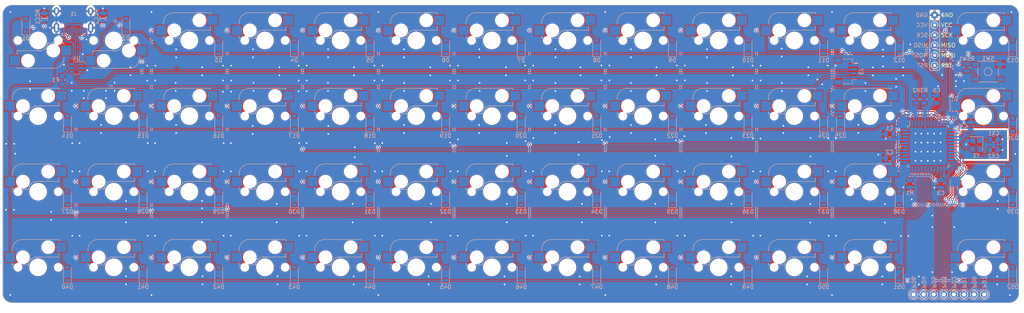
<source format=kicad_pcb>
(kicad_pcb (version 20221018) (generator pcbnew)
  (layers (0 "F.Cu" signal) (31 "B.Cu" signal) (34 "B.Paste" user) (35 "F.Paste" user) (36 "B.SilkS" user "B.Silkscreen") (37 "F.SilkS" user "F.Silkscreen") (38 "B.Mask" user) (39 "F.Mask" user) (44 "Edge.Cuts" user))
  (net 0 "")
  (net 1 "Net-(U1-UCAP)")
  (net 2 "GND")
  (net 3 "VCC")
  (net 4 "XTAL2")
  (net 5 "XTAL1")
  (net 6 "Net-(D1-A)")
  (net 7 "Net-(D2-A)")
  (net 8 "row2")
  (net 9 "Net-(D3-A)")
  (net 10 "Net-(D4-A)")
  (net 11 "Net-(D5-A)")
  (net 12 "Net-(D6-A)")
  (net 13 "Net-(D7-A)")
  (net 14 "Net-(D8-A)")
  (net 15 "Net-(D9-A)")
  (net 16 "Net-(D10-A)")
  (net 17 "Net-(D11-A)")
  (net 18 "Net-(D12-A)")
  (net 19 "Net-(D13-A)")
  (net 20 "Net-(D14-A)")
  (net 21 "Net-(D15-A)")
  (net 22 "Net-(D16-A)")
  (net 23 "Net-(D17-A)")
  (net 24 "Net-(D18-A)")
  (net 25 "Net-(D19-A)")
  (net 26 "Net-(D20-A)")
  (net 27 "Net-(D21-A)")
  (net 28 "Net-(D22-A)")
  (net 29 "Net-(D23-A)")
  (net 30 "Net-(D24-A)")
  (net 31 "Net-(D25-A)")
  (net 32 "Net-(D26-A)")
  (net 33 "Net-(D27-A)")
  (net 34 "Net-(D28-A)")
  (net 35 "Net-(D29-A)")
  (net 36 "Net-(D30-A)")
  (net 37 "Net-(D31-A)")
  (net 38 "Net-(D32-A)")
  (net 39 "Net-(D33-A)")
  (net 40 "Net-(D34-A)")
  (net 41 "Net-(D35-A)")
  (net 42 "Net-(D36-A)")
  (net 43 "Net-(D37-A)")
  (net 44 "Net-(D38-A)")
  (net 45 "Net-(D39-A)")
  (net 46 "Net-(D40-A)")
  (net 47 "Net-(D41-A)")
  (net 48 "Net-(D42-A)")
  (net 49 "Net-(D43-A)")
  (net 50 "Net-(D44-A)")
  (net 51 "Net-(D45-A)")
  (net 52 "Net-(D46-A)")
  (net 53 "Net-(D47-A)")
  (net 54 "Net-(D48-A)")
  (net 55 "Net-(D49-A)")
  (net 56 "Net-(D50-A)")
  (net 57 "Net-(D51-A)")
  (net 58 "Net-(D52-A)")
  (net 59 "VBUS")
  (net 60 "DBUS-")
  (net 61 "DBUS+")
  (net 62 "col0")
  (net 63 "col3")
  (net 64 "col4")
  (net 65 "col5")
  (net 66 "col6")
  (net 67 "col7")
  (net 68 "col8")
  (net 69 "col9")
  (net 70 "Net-(U1-~{HWB}{slash}PE2)")
  (net 71 "D+")
  (net 72 "D-")
  (net 73 "Net-(J1-CC1)")
  (net 74 "Net-(J1-CC2)")
  (net 75 "ISP_Reset")
  (net 79 "row3")
  (net 80 "row0")
  (net 81 "row1")
  (net 82 "col11{slash}miso")
  (net 83 "col10{slash}mosi")
  (net 84 "col12{slash}sck")
  (net 85 "col1")
  (net 86 "col2")
  (net 87 "extra1")
  (net 88 "extra2")
  (net 89 "extra3")
  (net 90 "extra4")
  (net 91 "extra5")
  (net 92 "extra6")
  (net 93 "extra7")
  (net 94 "extra8")
  (footprint "MX_Only:MXOnly-1U-Hotswap" (layer "F.Cu") (at 72.628186 86.915698)
    (fp_text reference "MX42")
    (fp_text value "MX-NoLED")
  )
  (footprint "MX_Only:MXOnly-1U-Hotswap" (layer "F.Cu") (at 186.928282 29.76565)
    (fp_text reference "MX9")
    (fp_text value "MX-NoLED")
  )
  (footprint "MX_Only:MXOnly-1U-Hotswap" (layer "F.Cu") (at 72.628186 29.76565)
    (fp_text reference "MX3")
    (fp_text value "MX-NoLED")
  )
  (footprint "MX_Only:MXOnly-1U-Hotswap" (layer "F.Cu") (at 53.57817 86.915698)
    (fp_text reference "MX41")
    (fp_text value "MX-NoLED")
  )
  (footprint "MX_Only:MXOnly-1U-Hotswap" (layer "F.Cu") (at 244.07833 48.815666)
    (fp_text reference "MX25")
    (fp_text value "MX-NoLED")
  )
  (footprint "MX_Only:MXOnly-1U-Hotswap" (layer "F.Cu") (at 186.928282 48.815666)
    (fp_text reference "MX22")
    (fp_text value "MX-NoLED")
  )
  (footprint "MX_Only:MXOnly-1U-Hotswap" (layer "F.Cu") (at 205.978298 86.915698)
    (fp_text reference "MX49")
    (fp_text value "MX-NoLED")
  )
  (footprint "MX_Only:MXOnly-1U-Hotswap" (layer "F.Cu") (at 205.978298 29.76565)
    (fp_text reference "MX10")
    (fp_text value "MX-NoLED")
  )
  (footprint "MX_Only:MXOnly-1U-Hotswap" (layer "F.Cu") (at 129.778234 48.815666)
    (fp_text reference "MX19")
    (fp_text value "MX-NoLED")
  )
  (footprint "MX_Only:MXOnly-1U-Hotswap" (layer "F.Cu") (at 167.878266 48.815666)
    (fp_text reference "MX21")
    (fp_text value "MX-NoLED")
  )
  (footprint "MX_Only:MXOnly-1U-Hotswap" (layer "F.Cu") (at 72.628186 48.815666)
    (fp_text reference "MX16")
    (fp_text value "MX-NoLED")
  )
  (footprint "MX_Only:MXOnly-1U-Hotswap" (layer "F.Cu") (at 129.778234 67.865682)
    (fp_text reference "MX32")
    (fp_text value "MX-NoLED")
  )
  (footprint "MX_Only:MXOnly-1U-Hotswap" (layer "F.Cu") (at 167.878266 29.76565)
    (fp_text reference "MX8")
    (fp_text value "MX-NoLED")
  )
  (footprint "MX_Only:MXOnly-1U-Hotswap" (layer "F.Cu") (at 148.82825 67.865682)
    (fp_text reference "MX33")
    (fp_text value "MX-NoLED")
  )
  (footprint "MX_Only:MXOnly-1U-Hotswap" (layer "F.Cu") (at 225.028314 67.865682)
    (fp_text reference "MX37")
    (fp_text value "MX-NoLED")
  )
  (footprint "MX_Only:MXOnly-1U-Hotswap" (layer "F.Cu") (at 167.878266 67.865682)
    (fp_text reference "MX34")
    (fp_text value "MX-NoLED")
  )
  (footprint "MX_Only:MXOnly-1U-Hotswap" (layer "F.Cu") (at 53.57817 67.865682)
    (fp_text reference "MX28")
    (fp_text value "MX-NoLED")
  )
  (footprint "MX_Only:MXOnly-1U-Hotswap" (layer "F.Cu") (at 167.878266 86.915698)
    (fp_text reference "MX47")
    (fp_text value "MX-NoLED")
  )
  (footprint "MX_Only:MXOnly-1U-Hotswap" (layer "F.Cu") (at 129.778234 86.915698)
    (fp_text reference "MX45")
    (fp_text value "MX-NoLED")
  )
  (footprint "MX_Only:MXOnly-1U-Hotswap" (layer "F.Cu") (at 91.678202 29.76565)
    (fp_text reference "MX4")
    (fp_text value "MX-NoLED")
  )
  (footprint "MX_Only:MXOnly-1U-Hotswap" (layer "F.Cu") (at 72.628186 67.865682)
    (fp_text reference "MX29")
    (fp_text value "MX-NoLED")
  )
  (footprint "MX_Only:MXOnly-1U-Hotswap" (layer "F.Cu") (at 148.82825 29.76565)
    (fp_text reference "MX7")
    (fp_text value "MX-NoLED")
  )
  (footprint "MX_Only:MXOnly-1U-Hotswap" (layer "F.Cu") (at 110.728218 48.815666)
    (fp_text reference "MX18")
    (fp_text value "MX-NoLED")
  )
  (footprint "MX_Only:MXOnly-1U-Hotswap" (layer "F.Cu") (at 272.653354 67.865682)
    (fp_text reference "MX39")
    (fp_text value "MX-NoLED")
  )
  (footprint "MX_Only:MXOnly-1U-Hotswap" (layer "F.Cu") (at 225.028314 48.815666)
    (fp_text reference "MX24")
    (fp_text value "MX-NoLED")
  )
  (footprint "MX_Only:MXOnly-1U-Hotswap" (layer "F.Cu") (at 91.678202 86.915698)
    (fp_text reference "MX43")
    (fp_text value "MX-NoLED")
  )
  (footprint "MX_Only:MXOnly-1U-Hotswap" (layer "F.Cu") (at 272.653354 29.76565)
    (fp_text reference "MX13")
    (fp_text value "MX-NoLED")
  )
  (footprint "MX_Only:MXOnly-1U-Hotswap" (layer "F.Cu") (at 129.778234 29.76565)
    (fp_text reference "MX6")
    (fp_text value "MX-NoLED")
  )
  (footprint "MX_Only:MXOnly-1U-Hotswap" (layer "F.Cu") (at 205.978298 67.865682)
    (fp_text reference "MX36")
    (fp_text value "MX-NoLED")
  )
  (footprint "MX_Only:MXOnly-1U-Hotswap" (layer "F.Cu") (at 91.678202 67.865682)
    (fp_text reference "MX30")
    (fp_text value "MX-NoLED")
  )
  (footprint "MX_Only:MXOnly-1U-Hotswap" (layer "F.Cu") (at 186.928282 67.865682)
    (fp_text reference "MX35")
    (fp_text value "MX-NoLED")
  )
  (footprint "MX_Only:MXOnly-1U-Hotswap" (layer "F.Cu") (at 53.57817 48.815666)
    (fp_text reference "MX15")
    (fp_text value "MX-NoLED")
  )
  (footprint "MX_Only:MXOnly-1U-Hotswap" (layer "F.Cu") (at 186.928282 86.915698)
    (fp_text reference "MX48")
    (fp_text value "MX-NoLED")
  )
  (footprint "MX_Only:MXOnly-1U-Hotswap" (layer "F.Cu") (at 110.728218 67.865682)
    (fp_text reference "MX31")
    (fp_text value "MX-NoLED")
  )
  (footprint "MX_Only:MXOnly-1U-Hotswap" (layer "F.Cu") (at 91.678202 48.815666)
    (fp_text reference "MX17")
    (fp_text value "MX-NoLED")
  )
  (footprint "MX_Only:MXOnly-1U-Hotswap" (layer "F.Cu") (at 244.07833 86.915698)
    (fp_text reference "MX51")
    (fp_text value "MX-NoLED")
  )
  (footprint "MX_Only:MXOnly-1U-Hotswap" (layer "F.Cu") (at 110.728218 86.915698)
    (fp_text reference "MX44")
    (fp_text value "MX-NoLED")
  )
  (footprint "MX_Only:MXOnly-1U-Hotswap" (layer "F.Cu") (at 34.528154 67.865682)
    (fp_text reference "MX27")
    (fp_text value "MX-NoLED")
  )
  (footprint "MX_Only:MXOnly-1U-Hotswap" (layer "F.Cu") (at 34.528154 86.915698)
    (fp_text reference "MX40")
    (fp_text value "MX-NoLED")
  )
  (footprint "MX_Only:MXOnly-1U-Hotswap" (layer "F.Cu") (at 244.07833 29.76565)
    (fp_text reference "MX12")
    (fp_text value "MX-NoLED")
  )
  (footprint "MX_Only:MXOnly-1U-Hotswap" (layer "F.Cu") (at 225.028314 29.76565)
    (fp_text reference "MX11")
    (fp_text value "MX-NoLED")
  )
  (footprint "MX_Only:MXOnly-1U-Hotswap" (layer "F.Cu") (at 205.978298 48.815666)
    (fp_text reference "MX23")
    (fp_text value "MX-NoLED")
  )
  (footprint "MX_Only:MXOnly-1U-Hotswap" (layer "F.Cu") (at 272.653354 86.915698)
    (fp_text reference "MX52")
    (fp_text value "MX-NoLED")
  )
  (footprint "MX_Only:MXOnly-1U-Hotswap" (layer "F.Cu") (at 53.57817 29.76565 180)
    (fp_text reference "MX2")
    (fp_text value "MX-NoLED")
  )
  (footprint "MX_Only:MXOnly-1U-Hotswap" (layer "F.Cu") (at 225.028314 86.915698)
    (fp_text reference "MX50")
    (fp_text value "MX-NoLED")
  )
  (footprint "MX_Only:MXOnly-1U-Hotswap" (layer "F.Cu") (at 148.82825 48.815666)
    (fp_text reference "MX20")
    (fp_text value "MX-NoLED")
  )
  (footprint "MX_Only:MXOnly-1U-Hotswap" (layer "F.Cu") (at 272.653354 48.815666)
    (fp_text reference "MX26")
    (fp_text value "MX-NoLED")
  )
  (footprint "MX_Only:MXOnly-1U-Hotswap" (layer "F.Cu") (at 34.528154 29.76565 180)
    (fp_text reference "MX1")
    (fp_text value "MX-NoLED")
  )
  (footprint "MX_Only:MXOnly-1U-Hotswap" (layer "F.Cu") (at 244.07833 67.865682)
    (fp_text reference "MX38")
    (fp_text value "MX-NoLED")
  )
  (footprint "MX_Only:MXOnly-1U-Hotswap" (layer "F.Cu") (at 110.728218 29.76565)
    (fp_text reference "MX5")
    (fp_text value "MX-NoLED")
  )
  (footprint "MX_Only:MXOnly-1U-Hotswap" (layer "F.Cu") (at 148.82825 86.915698)
    (fp_text reference "MX46")
    (fp_text value "MX-NoLED")
  )
  (footprint "MX_Only:MXOnly-1U-Hotswap" (layer "F.Cu") (at 34.528154 48.815666)
    (fp_text reference "MX14")
    (fp_text value "MX-NoLED")
  )
  (footprint "Diode_SMD:D_SOD-123" (layer "B.Cu") (at 156.225 31.425 90)
    (fp_text reference "D7")
    (fp_text value "D_Small")
  )
  (footprint "Capacitor_SMD:C_0805_2012Metric" (layer "B.Cu") (at 269.45 51.35 90)
    (fp_text reference "C4")
    (fp_text value ".1uF")
  )
  (footprint "Resistor_SMD:R_0805_2012Metric" (layer "B.Cu") (at 268.45 36.55 90)
    (fp_text reference "RSW1")
    (fp_text value "10k")
  )
  (footprint "Diode_SMD:D_SOD-123" (layer "B.Cu") (at 175.275 31.425 90)
    (fp_text reference "D8")
    (fp_text value "D_Small")
  )
  (footprint "Diode_SMD:D_SOD-123" (layer "B.Cu") (at 41.925 50.475 90)
    (fp_text reference "D14")
    (fp_text value "D_Small")
  )
  (footprint "Diode_SMD:D_SOD-123" (layer "B.Cu") (at 194.325 69.55 90)
    (fp_text reference "D35")
    (fp_text value "D_Small")
  )
  (footprint "Diode_SMD:D_SOD-123" (layer "B.Cu") (at 232.425 31.425 90)
    (fp_text reference "D11")
    (fp_text value "D_Small")
  )
  (footprint "Fuse:Fuse_0805_2012Metric_Pad1.15x1.40mm_HandSolder" (layer "B.Cu") (at 40.55 39.725 90)
    (fp_text reference "F1")
    (fp_text value ".5A")
  )
  (footprint "Diode_SMD:D_SOD-123" (layer "B.Cu") (at 280.05 69.55 90)
    (fp_text reference "D39")
    (fp_text value "D_Small")
  )
  (footprint "Diode_SMD:D_SOD-123" (layer "B.Cu") (at 156.225 88.55 90)
    (fp_text reference "D46")
    (fp_text value "D_Small")
  )
  (footprint "Diode_SMD:D_SOD-123" (layer "B.Cu") (at 41.925 88.55 90)
    (fp_text reference "D40")
    (fp_text value "D_Small")
  )
  (footprint "Capacitor_SMD:C_0805_2012Metric" (layer "B.Cu") (at 275.25 54.65)
    (fp_text reference "CX1")
    (fp_text value "22pF")
  )
  (footprint "Capacitor_SMD:C_0805_2012Metric" (layer "B.Cu") (at 249.025 53.325 180)
    (fp_text reference "C1")
    (fp_text value "10uF")
  )
  (footprint "acheron_Connectors:TYPE-C-31-M-12" (layer "B.Cu") (at 43.457849 28.064085)
    (fp_text reference "J1")
    (fp_text value "TYPE-C-31-M12_13")
  )
  (footprint "Diode_SMD:D_SOD-123" (layer "B.Cu") (at 99.075 31.425 90)
    (fp_text reference "D4")
    (fp_text value "D_Small")
  )
  (footprint "Crystal:Crystal_SMD_3225-4Pin_3.2x2.5mm" (layer "B.Cu") (at 270.85 56.025 -90)
    (fp_text reference "Y1")
    (fp_text value "16MHz")
  )
  (footprint "Capacitor_SMD:C_0805_2012Metric" (layer "B.Cu") (at 249.025 59.375 180)
    (fp_text reference "C2")
    (fp_text value ".1uF")
  )
  (footprint "Diode_SMD:D_SOD-123" (layer "B.Cu") (at 80.025 69.55 90)
    (fp_text reference "D29")
    (fp_text value "D_Small")
  )
  (footprint "Diode_SMD:D_SOD-123" (layer "B.Cu") (at 232.425 50.475 90)
    (fp_text reference "D24")
    (fp_text value "D_Small")
  )
  (footprint "Diode_SMD:D_SOD-123" (layer "B.Cu") (at 118.125 69.55 90)
    (fp_text reference "D31")
    (fp_text value "D_Small")
  )
  (footprint "Diode_SMD:D_SOD-123" (layer "B.Cu") (at 137.175 88.55 90)
    (fp_text reference "D45")
    (fp_text value "D_Small")
  )
  (footprint "Diode_SMD:D_SOD-123" (layer "B.Cu") (at 80.025 50.475 90)
    (fp_text reference "D16")
    (fp_text value "D_Small")
  )
  (footprint "Diode_SMD:D_SOD-123" (layer "B.Cu") (at 60.975 88.55 90)
    (fp_text reference "D41")
    (fp_text value "D_Small")
  )
  (footprint "Diode_SMD:D_SOD-123" (layer "B.Cu") (at 280.05 31.425 90)
    (fp_text reference "D13")
    (fp_text value "D_Small")
  )
  (footprint "Diode_SMD:D_SOD-123" (layer "B.Cu") (at 213.375 88.55 90)
    (fp_text reference "D49")
    (fp_text value "D_Small")
  )
  (footprint "Resistor_SMD:R_0805_2012Metric" (layer "B.Cu") (at 257.7 44.55 -90)
    (fp_text reference "R3")
    (fp_text value "22")
  )
  (footprint "Diode_SMD:D_SOD-123" (layer "B.Cu") (at 251.475 88.55 90)
    (fp_text reference "D51")
    (fp_text value "D_Small")
  )
  (footprint "Diode_SMD:D_SOD-123" (layer "B.Cu") (at 232.425 88.55 90)
    (fp_text reference "D50")
    (fp_text value "D_Small")
  )
  (footprint "Capacitor_SMD:C_0805_2012Metric" (layer "B.Cu") (at 260.875 44.575 90)
    (fp_text reference "C5")
    (fp_text value "1uF")
  )
  (footprint "Diode_SMD:D_SOD-123" (layer "B.Cu") (at 280.05 88.55 90)
    (fp_text reference "D52")
    (fp_text value "D_Small")
  )
  (footprint "Resistor_SMD:R_0805_2012Metric" (layer "B.Cu") (at 255.775 44.55 90)
    (fp_text reference "R2")
    (fp_text value "22")
  )
  (footprint "Diode_SMD:D_SOD-123" (layer "B.Cu") (at 232.425 69.55 90)
    (fp_text reference "D37")
    (fp_text value "D_Small")
  )
  (footprint "Diode_SMD:D_SOD-123" (layer "B.Cu") (at 80.025 31.425 90)
    (fp_text reference "D3")
    (fp_text value "D_Small")
  )
  (footprint "Capacitor_SMD:C_0805_2012Metric" (layer "B.Cu") (at 261.95 65.875 -90)
    (fp_text reference "C3")
    (fp_text value ".1uF")
  )
  (footprint "Diode_SMD:D_SOD-123" (layer "B.Cu") (at 118.125 50.475 90)
    (fp_text reference "D18")
    (fp_text value "D_Small")
  )
  (footprint "Diode_SMD:D_SOD-123" (layer "B.Cu") (at 60.975 69.55 90)
    (fp_text reference "D28")
    (fp_text value "D_Small")
  )
  (footprint "Diode_SMD:D_SOD-123" (layer "B.Cu") (at 137.175 69.55 90)
    (fp_text reference "D32")
    (fp_text value "D_Small")
  )
  (footprint "Resistor_SMD:R_0805_2012Metric" (layer "B.Cu") (at 50.85 23.825 -90)
    (fp_text reference "RCC2")
    (fp_text value "5.1k")
  )
  (footprint "Diode_SMD:D_SOD-123" (layer "B.Cu") (at 118.125 31.425 90)
    (fp_text reference "D5")
    (fp_text value "D_Small")
  )
  (footprint "Diode_SMD:D_SOD-123" (layer "B.Cu") (at 41.925 69.55 90)
    (fp_text reference "D27")
    (fp_text value "D_Small")
  )
  (footprint "Diode_SMD:D_SOD-123" (layer "B.Cu") (at 194.325 88.55 90)
    (fp_text reference "D48")
    (fp_text value "D_Small")
  )
  (footprint "Diode_SMD:D_SOD-123" (layer "B.Cu") (at 175.275 69.55 90)
    (fp_text reference "D34")
    (fp_text value "D_Small")
  )
  (footprint "Diode_SMD:D_SOD-123" (layer "B.Cu") (at 156.225 50.475 90)
    (fp_text reference "D20")
    (fp_text value "D_Small")
  )
  (footprint "Connector_JST:JST_SH_SM04B-SRSS-TB_1x04-1MP_P1.00mm_Horizontal" (layer "B.Cu") (at 237.9 37.55 90)
    (fp_text reference "J3")
    (fp_text value "4PIN")
  )
  (footprint "Diode_SMD:D_SOD-123" (layer "B.Cu") (at 137.175 50.475 90)
    (fp_text reference "D19")
    (fp_text value "D_Small")
  )
  (footprint "Resistor_SMD:R_0805_2012Metric" (layer "B.Cu") (at 254.125 65.8625 90)
    (fp_text reference "R1")
    (fp_text value "10k")
  )
  (footprint "Connector_PinSocket_2.54mm:PinSocket_1x08_P2.54mm_Vertical" (layer "B.Cu") (at 255.075 93.75 -90)
    (fp_text reference "J5")
    (fp_text value "Conn_01x08")
  )
  (footprint "Diode_SMD:D_SOD-123" (layer "B.Cu") (at 137.175 31.425 90)
    (fp_text reference "D6")
    (fp_text value "D_Small")
  )
  (footprint "Diode_SMD:D_SOD-123" (layer "B.Cu") (at 251.475 31.425 90)
    (fp_text reference "D12")
    (fp_text value "D_Small")
  )
  (footprint "Diode_SMD:D_SOD-123" (layer "B.Cu") (at 99.075 69.55 90)
    (fp_text reference "D30")
    (fp_text value "D_Small")
  )
  (footprint "Diode_SMD:D_SOD-123" (layer "B.Cu") (at 56.675 25.95 90)
    (fp_text reference "D2")
    (fp_text value "D_Small")
  )
  (footprint "Capacitor_SMD:C_0805_2012Metric" (layer "B.Cu") (at 275.25 57.35)
    (fp_text reference "CX2")
    (fp_text value "22pF")
  )
  (footprint "Diode_SMD:D_SOD-123" (layer "B.Cu") (at 156.225 69.55 90)
    (fp_text reference "D33")
    (fp_text value "D_Small")
  )
  (footprint "Diode_SMD:D_SOD-123" (layer "B.Cu") (at 194.325 50.475 90)
    (fp_text reference "D22")
    (fp_text value "D_Small")
  )
  (footprint "Resistor_SMD:R_0805_2012Metric" (layer "B.Cu") (at 36.1 23.825 -90)
    (fp_text reference "RCC1")
    (fp_text value "5.1k")
  )
  (footprint "Diode_SMD:D_SOD-123" (layer "B.Cu") (at 213.375 69.55 90)
    (fp_text reference "D36")
    (fp_text value "D_Small")
  )
  (footprint "Package_QFP:TQFP-44_10x10mm_P0.8mm" (layer "B.Cu") (at 258.75 56.425 -90)
    (fp_text reference "U1")
    (fp_text value "ATmega32U4-A")
  )
  (footprint "Diode_SMD:D_SOD-123" (layer "B.Cu") (at 99.075 88.55 90)
    (fp_text reference "D43")
    (fp_text value "D_Small")
  )
  (footprint "Diode_SMD:D_SOD-123" (layer "B.Cu") (at 175.275 88.55 90)
    (fp_text reference "D47")
    (fp_text value "D_Small")
  )
  (footprint "Diode_SMD:D_SOD-123" (layer "B.Cu") (at 194.325 31.425 90)
    (fp_text reference "D9")
    (fp_text value "D_Small")
  )
  (footprint "Diode_SMD:D_SOD-123" (layer "B.Cu") (at 31.45 25.95 90)
    (fp_text reference "D1")
    (fp_text value "D_Small")
  )
  (footprint "marbastlib-various:SOT-23-6-routable" (layer "B.Cu") (at 44.175 36.7 180)
    (fp_text reference "U4")
    (fp_text value "USBLC6-2SC6")
  )
  (footprint "Diode_SMD:D_SOD-123" (layer "B.Cu") (at 175.275 50.475 90)
    (fp_text reference "D21")
    (fp_text value "D_Small")
  )
  (footprint "Diode_SMD:D_SOD-123" (layer "B.Cu") (at 251.475 69.55 90)
    (fp_text reference "D38")
    (fp_text value "D_Small")
  )
  (footprint "Diode_SMD:D_SOD-123" (layer "B.Cu") (at 60.975 50.475 90)
    (fp_text reference "D15")
    (fp_text value "D_Small")
  )
  (footprint "acheron_Connectors:PinHeader_1x6_P2.54mm_Vertical" (layer "B.Cu") (at 260.375 29.7 180)
    (fp_text reference "J2" hide)
    (fp_text value "AVR-ISP-6_mod" hide)
  )
  (footprint "random-keyboard-parts:SKQG-1155865" (layer "B.Cu") (at 273.85 37.625)
    (fp_text reference "SW1")
    (fp_text value "SW_PUSH")
  )
  (footprint "Diode_SMD:D_SOD-123" (layer "B.Cu") (at 213.375 50.475 90)
    (fp_text reference "D23")
    (fp_text value "D_Small")
  )
  (footprint "Diode_SMD:D_SOD-123" (layer "B.Cu") (at 236.675 50.475 90)
    (fp_text reference "D25")
    (fp_text value "D_Small")
  )
  (footprint "Diode_SMD:D_SOD-123" (layer "B.Cu") (at 80.025 88.55 90)
    (fp_text reference "D42")
    (fp_text value "D_Small")
  )
  (footprint "Diode_SMD:D_SOD-123" (layer "B.Cu") (at 280.05 51 90)
    (fp_text reference "D26")
    (fp_text value "D_Small")
  )
  (footprint "Diode_SMD:D_SOD-123" (layer "B.Cu") (at 213.375 31.425 90)
    (fp_text reference "D10")
    (fp_text value "D_Small")
  )
  (footprint "Diode_SMD:D_SOD-123" (layer "B.Cu") (at 118.125 88.55 90)
    (fp_text reference "D44")
    (fp_text value "D_Small")
  )
  (footprint "Diode_SMD:D_SOD-123" (layer "B.Cu") (at 99.075 50.475 90)
    (fp_text reference "D17")
    (fp_text value "D_Small")
  )
  (gr_arc (start 281.583049 93.464141) (mid 280.885596 95.14794) (end 279.201797 95.845393) (stroke (width 0.1)) (layer "Edge.Cuts"))
  (gr_line (start 281.58305 23.217206) (end 281.583049 93.464141) (stroke (width 0.1)) (layer "Edge.Cuts"))
  (gr_line (start 25.598459 93.464141) (end 25.598459 23.217207) (stroke (width 0.1)) (layer "Edge.Cuts"))
  (gr_arc (start 279.201798 20.835954) (mid 280.885597 21.533407) (end 281.58305 23.217206) (stroke (width 0.1)) (layer "Edge.Cuts"))
  (gr_line (start 279.201797 95.845393) (end 27.979711 95.845393) (stroke (width 0.1)) (layer "Edge.Cuts"))
  (gr_arc (start 25.598459 23.217207) (mid 26.295912 21.533408) (end 27.979711 20.835955) (stroke (width 0.1)) (layer "Edge.Cuts"))
  (gr_line (start 27.979711 20.835955) (end 279.201798 20.835954) (stroke (width 0.1)) (layer "Edge.Cuts"))
  (gr_arc (start 27.979711 95.845393) (mid 26.295912 95.14794) (end 25.598459 93.464141) (stroke (width 0.1)) (layer "Edge.Cuts"))
  (segment (start 258.75 50.725) (end 258.75 47.65) (width 0.254) (layer "B.Cu") (net 1))
  (segment (start 258.75 47.65) (end 260.875 45.525) (width 0.254) (layer "B.Cu") (net 1))
  (segment (start 114.1 36.525) (end 114.1 38.55) (width 0.254) (layer "F.Cu") (net 2))
  (segment (start 190.225 89.2) (end 190.225 91.225) (width 0.254) (layer "F.Cu") (net 2))
  (segment (start 94.65 70.925) (end 94.65 74.525) (width 0.254) (layer "F.Cu") (net 2))
  (segment (start 190 70.925) (end 190 74.525) (width 0.254) (layer "F.Cu") (net 2))
  (segment (start 88.675 31.975) (end 88.675 34) (width 0.254) (layer "F.Cu") (net 2))
  (segment (start 164.875 31.975) (end 164.875 34) (width 0.254) (layer "F.Cu") (net 2))
  (segment (start 113.775 70.925) (end 113.775 74.525) (width 0.254) (layer "F.Cu") (net 2))
  (segment (start 241.15 51.025) (end 241.15 53.05) (width 0.254) (layer "F.Cu") (net 2))
  (segment (start 259.8 76.775) (end 265.325 76.775) (width 0.254) (layer "F.Cu") (net 2))
  (segment (start 248.075 54.5) (end 248.075 58.6) (width 0.254) (layer "F.Cu") (net 2))
  (segment (start 88.575 51.05) (end 88.575 53.075) (width 0.254) (layer "F.Cu") (net 2))
  (segment (start 183.85 40.475) (end 183.85 42.5) (width 0.254) (layer "F.Cu") (net 2))
  (segment (start 203 31.975) (end 203 34) (width 0.254) (layer "F.Cu") (net 2))
  (segment (start 37.825 72.925) (end 37.825 74.95) (width 0.254) (layer "F.Cu") (net 2))
  (segment (start 126.675 51.05) (end 126.675 53.075) (width 0.254) (layer "F.Cu") (net 2))
  (segment (start 229.1 54.65) (end 229.1 58.25) (width 0.254) (layer "F.Cu") (net 2))
  (segment (start 203.05 40.475) (end 203.05 42.5) (width 0.254) (layer "F.Cu") (net 2))
  (segment (start 152.6 55.85) (end 152.6 55.575) (width 0.254) (layer "F.Cu") (net 2))
  (segment (start 221.9 40.475) (end 221.9 42.5) (width 0.254) (layer "F.Cu") (net 2))
  (segment (start 45.775 35.25) (end 45.775 33.225) (width 0.254) (layer "F.Cu") (net 2))
  (segment (start 69.3 32) (end 69.3 34.025) (width 0.254) (layer "F.Cu") (net 2))
  (segment (start 209.175 54.325) (end 209.175 57.925) (width 0.254) (layer "F.Cu") (net 2))
  (segment (start 107.575 31.975) (end 107.575 34) (width 0.254) (layer "F.Cu") (net 2))
  (segment (start 50.4 51.05) (end 50.4 53.075) (width 0.254) (layer "F.Cu") (net 2))
  (segment (start 152.6 70.925) (end 152.6 74.525) (width 0.254) (layer "F.Cu") (net 2))
  (segment (start 209.2 74.525) (end 209.2 75.575) (width 0.254) (layer "F.Cu") (net 2))
  (segment (start 45.15 35.875) (end 45.775 35.25) (width 0.254) (layer "F.Cu") (net 2))
  (segment (start 133.525 74.525) (end 133.525 75.575) (width 0.254) (layer "F.Cu") (net 2))
  (segment (start 221.875 31.7875) (end 221.875 33.8125) (width 0.254) (layer "F.Cu") (net 2))
  (segment (start 170.975 89.2) (end 170.975 91.225) (width 0.254) (layer "F.Cu") (net 2))
  (segment (start 94.65 74.525) (end 94.65 75.575) (width 0.254) (layer "F.Cu") (net 2))
  (segment (start 244.825 36.55) (end 244.825 38.575) (width 0.254) (layer "F.Cu") (net 2))
  (segment (start 254.6 72.575) (end 255.9 73.875) (width 0.254) (layer "F.Cu") (net 2))
  (segment (start 114.025 89.2) (end 114.025 91.225) (width 0.254) (layer "F.Cu") (net 2))
  (segment (start 126.75 40.45) (end 126.75 42.475) (width 0.254) (layer "F.Cu") (net 2))
  (segment (start 247.175 89.2) (end 247.175 91.225) (width 0.254) (layer "F.Cu") (net 2))
  (segment (start 164.85 40.475) (end 164.85 42.5) (width 0.254) (layer "F.Cu") (net 2))
  (segment (start 171.55 74.525) (end 171.55 75.575) (width 0.254) (layer "F.Cu") (net 2))
  (segment (start 209.2 70.925) (end 209.2 74.525) (width 0.254) (layer "F.Cu") (net 2))
  (segment (start 229.025 74.6) (end 229.025 75.65) (width 0.254) (layer "F.Cu") (net 2))
  (segment (start 183.875 31.975) (end 183.875 34) (width 0.254) (layer "F.Cu") (net 2))
  (segment (start 209.125 89.2) (end 209.125 91.225) (width 0.254) (layer "F.Cu") (net 2))
  (segment (start 190.3 36.525) (end 190.3 38.55) (width 0.254) (layer "F.Cu") (net 2))
  (segment (start 259.825 88.125) (end 264.775 88.125) (width 0.254) (layer "F.Cu") (net 2))
  (segment (start 209.175 57.925) (end 209.175 58.975) (width 0.254) (layer "F.Cu") (net 2))
  (segment (start 152.4 36.525) (end 152.4 38.55) (width 0.254) (layer "F.Cu") (net 2))
  (segment (start 133.325 36.525) (end 133.325 38.55) (width 0.254) (layer "F.Cu") (net 2))
  (segment (start 252.45 36.55) (end 252.45 38.575) (width 0.254) (layer "F.Cu") (net 2))
  (segment (start 133.525 70.925) (end 133.525 74.525) (width 0.254) (layer "F.Cu") (net 2))
  (segment (start 171.15 36.525) (end 171.15 38.55) (width 0.254) (layer "F.Cu") (net 2))
  (segment (start 113.775 74.525) (end 113.775 75.575) (width 0.254) (layer "F.Cu") (net 2))
  (segment (start 75.95 89.175) (end 75.95 91.2) (width 0.254) (layer "F.Cu") (net 2))
  (segment (start 222.25 51.025) (end 222.25 53.05) (width 0.254) (layer "F.Cu") (net 2))
  (segment (start 242.95 40.475) (end 242.95 42.5) (width 0.254) (layer "F.Cu") (net 2))
  (segment (start 250.675 39.425) (end 250.675 41.45) (width 0.254) (layer "F.Cu") (net 2))
  (segment (start 229.025 71) (end 229.025 74.6) (width 0.254) (layer "F.Cu") (net 2))
  (segment (start 228.55 36.525) (end 228.55 38.55) (width 0.254) (layer "F.Cu") (net 2))
  (segment (start 107.55 40.45) (end 107.55 42.475) (width 0.254) (layer "F.Cu") (net 2))
  (segment (start 145.75 40.45) (end 145.75 42.475) (width 0.254) (layer "F.Cu") (net 2))
  (segment (start 126.675 31.975) (end 126.675 34) (width 0.254) (layer "F.Cu") (net 2))
  (segment (start 170.7 58.575) (end 170.7 55.375) (width 0.254) (layer "F.Cu") (net 2))
  (segment (start 190 58.8125) (end 190 54.6875) (width 0.254) (layer "F.Cu") (net 2))
  (segment (start 261.25 41.3) (end 265.75 41.3) (width 0.254) (layer "F.Cu") (net 2))
  (segment (start 57.8 36.5) (end 57.8 38.525) (width 0.254) (layer "F.Cu") (net 2))
  (segment (start 229.1 58.25) (end 229.1 59.3) (width 0.254) (layer "F.Cu") (net 2))
  (segment (start 254.6 72.575) (end 254.6 69.825) (width 0.254) (layer "F.Cu") (net 2))
  (segment (start 145.625 51.3) (end 145.625 53.075) (width 0.254) (layer "F.Cu") (net 2))
  (segment (start 255.9 73.875) (end 258.975 73.875) (width 0.254) (layer "F.Cu") (net 2))
  (segment (start 202.775 51.05) (end 202.775 53.075) (width 0.254) (layer "F.Cu") (net 2))
  (segment (start 232.05 40.8) (end 230.845518 39.595518) (width 0.254) (layer "F.Cu") (net 2))
  (segment (start 69.3 51.05) (end 69.3 53.075) (width 0.254) (layer "F.Cu") (net 2))
  (segment (start 247.85 74.6) (end 247.85 75.65) (width 0.254) (layer "F.Cu") (net 2))
  (segment (start 75.825 70.175) (end 75.825 75.575) (width 0.254) (layer "F.Cu") (net 2))
  (segment (start 190 74.525) (end 190 75.575) (width 0.254) (layer "F.Cu") (net 2))
  (segment (start 94.85 89.175) (end 94.85 91.2) (width 0.254) (layer "F.Cu") (net 2))
  (segment (start 183.875 51.05) (end 183.875 53.075) (width 0.254) (layer "F.Cu") (net 2))
  (segment (start 114.3 59.175) (end 114.3 56.65) (width 0.254) (layer "F.Cu") (net 2))
  (segment (start 88.8 40.425) (end 88.8 42.45) (width 0.254) (layer "F.Cu") (net 2))
  (segment (start 107.625 51.3) (end 107.625 53.325) (width 0.254) (layer "F.Cu") (net 2))
  (segment (start 152.6 74.525) (end 152.6 75.575) (width 0.254) (layer "F.Cu") (net 2))
  (segment (start 32.5 40.05) (end 32.5 42.075) (width 0.254) (layer "F.Cu") (net 2))
  (segment (start 251.9 79) (end 253.75 79) (width 0.254) (layer "F.Cu") (net 2))
  (segment (start 132.9 89.2) (end 132.9 91.225) (width 0.254) (layer "F.Cu") (net 2))
  (segment (start 171.55 70.925) (end 171.55 74.525) (width 0.254) (layer "F.Cu") (net 2))
  (segment (start 247.85 71) (end 247.85 74.6) (width 0.254) (layer "F.Cu") (net 2))
  (segment (start 145.625 51.05) (end 145.625 51.3) (width 0.254) (layer "F.Cu") (net 2))
  (segment (start 209.55 36.525) (end 209.55 38.55) (width 0.254) (layer "F.Cu") (net 2))
  (segment (start 26.5 55.8) (end 28.525 55.8) (width 0.254) (layer "F.Cu") (net 2))
  (segment (start 258.975 73.875) (end 259.8 73.875) (width 0.254) (layer "F.Cu") (net 2))
  (segment (start 56.675 70.175) (end 56.675 75.575) (width 0.254) (layer "F.Cu") (net 2))
  (segment (start 75.85 36.525) (end 75.85 38.55) (width 0.254) (layer "F.Cu") (net 2))
  (segment (start 262.275 38.45) (end 265.725 38.45) (width 0.254) (layer "F.Cu") (net 2))
  (segment (start 228.25 89.2) (end 228.25 91.225) (width 0.254) (layer "F.Cu") (net 2))
  (segment (start 95.325 36.525) (end 95.325 38.55) (width 0.254) (layer "F.Cu") (net 2))
  (segment (start 247.35 32.075) (end 247.35 33.7603) (width 0.254) (layer "F.Cu") (net 2))
  (segment (start 53.8 40.425) (end 53.8 42.45) (width 0.254) (layer "F.Cu") (net 2))
  (segment (start 276.25 70.175) (end 276.25 72.2) (width 0.254) (layer "F.Cu") (net 2))
  (segment (start 164.775 51.05) (end 164.775 53.075) (width 0.254) (layer "F.Cu") (net 2))
  (segment (start 56.675 89.175) (end 56.675 91.2) (width 0.254) (layer "F.Cu") (net 2))
  (segment (start 145.65 31.975) (end 145.65 34) (width 0.254) (layer "F.Cu") (net 2))
  (segment (start 152.6 58.825) (end 152.6 55.85) (width 0.254) (layer "F.Cu") (net 2))
  (segment (start 26.425 72.4) (end 28.45 72.4) (width 0.254) (layer "F.Cu") (net 2))
  (segment (start 41.025 35.875) (end 45.15 35.875) (width 0.254) (layer "F.Cu") (net 2))
  (segment (start 276.15 89.2) (end 276.15 91.225) (width 0.254) (layer "F.Cu") (net 2))
  (segment (start 69.175 40.425) (end 69.175 42.45) (width 0.254) (layer "F.Cu") (net 2))
  (segment (start 43 40.425) (end 43 42.45) (width 0.254) (layer "F.Cu") (net 2))
  (segment (start 152.025 89.2) (end 152.025 91.225) (width 0.254) (layer "F.Cu") (net 2))
  (via (at 157.225 36.075) (size 0.8128) (drill 0.4064) (layers "F.Cu" "B.Cu") (net 2))
  (via (at 253.75 79) (size 0.8128) (drill 0.4064) (layers "F.Cu" "B.Cu") (net 2))
  (via (at 252.45 38.575) (size 0.8128) (drill 0.4064) (layers "F.Cu" "B.Cu") (net 2))
  (via (at 242.95 42.5) (size 0.8128) (drill 0.4064) (layers "F.Cu" "B.Cu") (net 2))
  (via (at 195.2 54.9) (size 0.8128) (drill 0.4064) (layers "F.Cu" "B.Cu") (net 2))
  (via (at 221.9 40.475) (size 0.8128) (drill 0.4064) (layers "F.Cu" "B.Cu") (net 2))
  (via (at 178.525 54.1) (size 0.8128) (drill 0.4064) (layers "F.Cu" "B.Cu") (net 2))
  (via (at 119.25 36.1) (size 0.8128) (drill 0.4064) (layers "F.Cu" "B.Cu") (net 2))
  (via (at 114.025 89.2) (size 0.8128) (drill 0.4064) (layers "F.Cu" "B.Cu") (net 2))
  (via (at 44.975 78.95) (size 0.8128) (drill 0.4064) (layers "F.Cu" "B.Cu") (net 2))
  (via (at 259.8 76.775) (size 0.8128) (drill 0.4064) (layers "F.Cu" "B.Cu") (net 2))
  (via (at 145.75 40.45) (size 0.8128) (drill 0.4064) (layers "F.Cu" "B.Cu") (net 2))
  (via (at 53.8 40.425) (size 0.8128) (drill 0.4064) (layers "F.Cu" "B.Cu") (net 2))
  (via (at 126.675 53.075) (size 0.8128) (drill 0.4064) (layers "F.Cu" "B.Cu") (net 2))
  (via (at 64 62.75) (size 0.8128) (drill 0.4064) (layers "F.Cu" "B.Cu") (net 2))
  (via (at 83.1 55.625) (size 0.8128) (drill 0.4064) (layers "F.Cu" "B.Cu") (net 2))
  (via (at 258.65 57.775) (size 0.8128) (drill 0.4064) (layers "F.Cu" "B.Cu") (net 2))
  (via (at 183.85 42.5) (size 0.8128) (drill 0.4064) (layers "F.Cu" "B.Cu") (net 2))
  (via (at 260.25 53.25) (size 0.8128) (drill 0.4064) (layers "F.Cu" "B.Cu") (net 2))
  (via (at 176.55 78.925) (size 0.8128) (drill 0.4064) (layers "F.Cu" "B.Cu") (net 2))
  (via (at 259.8 73.875) (size 0.8128) (drill 0.4064) (layers "F.Cu" "B.Cu") (net 2))
  (via (at 83.1 62.75) (size 0.8128) (drill 0.4064) (layers "F.Cu" "B.Cu") (net 2))
  (via (at 209.125 89.2) (size 0.8128) (drill 0.4064) (layers "F.Cu" "B.Cu") (net 2))
  (via (at 27.5 93.875) (size 0.8128) (drill 0.4064) (layers "F.Cu" "B.Cu") (net 2))
  (via (at 195.575 62.725) (size 0.8128) (drill 0.4064) (layers "F.Cu" "B.Cu") (net 2))
  (via (at 230.845518 39.595518) (size 0.8128) (drill 0.4064) (layers "F.Cu" "B.Cu") (net 2))
  (via (at 214.625 62.75) (size 0.8128) (drill 0.4064) (layers "F.Cu" "B.Cu") (net 2))
  (via (at 176.55 62.725) (size 0.8128) (drill 0.4064) (layers "F.Cu" "B.Cu") (net 2))
  (via (at 140.25 62.75) (size 0.8128) (drill 0.4064) (layers "F.Cu" "B.Cu") (net 2))
  (via (at 75.825 72.05) (size 0.8128) (drill 0.4064) (layers "F.Cu" "B.Cu") (net 2))
  (via (at 120.25 93.9) (size 0.8128) (drill 0.4064) (layers "F.Cu" "B.Cu") (net 2))
  (via (at 140.3 36.1) (size 0.8128) (drill 0.4064) (layers "F.Cu" "B.Cu") (net 2))
  (via (at 119.375 78.95) (size 0.8128) (drill 0.4064) (layers "F.Cu" "B.Cu") (net 2))
  (via (at 64 55.625) (size 0.8128) (drill 0.4064) (layers "F.Cu" "B.Cu") (net 2))
  (via (at 178.45 36.075) (size 0.8128) (drill 0.4064) (layers "F.Cu" "B.Cu") (net 2))
  (via (at 261.875 53.2) (size 0.8128) (drill 0.4064) (layers "F.Cu" "B.Cu") (net 2))
  (via (at 255.55 55.475) (size 0.8128) (drill 0.4064) (layers "F.Cu" "B.Cu") (net 2))
  (via (at 267.725 50.45) (size 0.8128) (drill 0.4064) (layers "F.Cu" "B.Cu") (net 2))
  (via (at 119.375 62.75) (size 0.8128) (drill 0.4064) (layers "F.Cu" "B.Cu") (net 2))
  (via (at 178.45 39.825) (size 0.8128) (drill 0.4064) (layers "F.Cu" "B.Cu") (net 2))
  (via (at 138.4 78.95) (size 0.8128) (drill 0.4064) (layers "F.Cu" "B.Cu") (net 2))
  (via (at 233.45 36.1) (size 0.8128) (drill 0.4064) (layers "F.Cu" "B.Cu") (net 2))
  (via (at 214.65 54.475) (size 0.8128) (drill 0.4064) (layers "F.Cu" "B.Cu") (net 2))
  (via (at 261.875 60.05) (size 0.8128) (drill 0.4064) (layers "F.Cu" "B.Cu") (net 2))
  (via (at 190.225 89.2) (size 0.8128) (drill 0.4064) (layers "F.Cu" "B.Cu") (net 2))
  (via (at 183.875 53.075) (size 0.8128) (drill 0.4064) (layers "F.Cu" "B.Cu") (net 2))
  (via (at 170.975 89.2) (size 0.8128) (drill 0.4064) (layers "F.Cu" "B.Cu") (net 2))
  (via (at 100.175 39.85) (size 0.8128) (drill 0.4064) (layers "F.Cu" "B.Cu") (net 2))
  (via (at 46.025 44.3) (size 0.8128) (drill 0.4064) (layers "F.Cu" "B.Cu") (net 2))
  (via (at 257.025 60.1) (size 0.8128) (drill 0.4064) (layers "F.Cu" "B.Cu") (net 2))
  (via (at 157.35 78.925) (size 0.8128) (drill 0.4064) (layers "F.Cu" "B.Cu") (net 2))
  (via (at 56.675 89.175) (size 0.8128) (drill 0.4064) (layers "F.Cu" "B.Cu") (net 2))
  (via (at 121.225 78.95) (size 0.8128) (drill 0.4064) (layers "F.Cu" "B.Cu") (net 2))
  (via (at 176.425 39.825) (size 0.8128) (drill 0.4064) (layers "F.Cu" "B.Cu") (net 2))
  (via (at 100.3 78.95) (size 0.8128) (drill 0.4064) (layers "F.Cu" "B.Cu") (net 2))
  (via (at 107.55 40.45) (size 0.8128) (drill 0.4064) (layers "F.Cu" "B.Cu") (net 2))
  (via (at 75.825 75.575) (size 0.8128) (drill 0.4064) (layers "F.Cu" "B.Cu") (net 2))
  (via (at 62.15 62.75) (size 0.8128) (drill 0.4064) (layers "F.Cu" "B.Cu") (net 2))
  (via (at 260.325 66.825) (size 0.8128) (drill 0.4064) (layers "F.Cu" "B.Cu") (net 2))
  (via (at 152.6 75.575) (size 0.8128) (drill 0.4064) (layers "F.Cu" "B.Cu") (net 2))
  (via (at 62.025 36.1) (size 0.8128) (drill 0.4064) (layers "F.Cu" "B.Cu") (net 2))
  (via (at 138.4 62.75) (size 0.8128) (drill 0.4064) (layers "F.Cu" "B.Cu") (net 2))
  (via (at 133.325 38.55) (size 0.8128) (drill 0.4064) (layers "F.Cu" "B.Cu") (net 2))
  (via (at 37.825 74.95) (size 0.8128) (drill 0.4064) (layers "F.Cu" "B.Cu") (net 2))
  (via (at 197.375 53.875) (size 0.8128) (drill 0.4064) (layers "F.Cu" "B.Cu") (net 2))
  (via (at 63.1 22.625) (size 0.8128) (drill 0.4064) (layers "F.Cu" "B.Cu") (net 2))
  (via (at 171.15 38.55) (size 0.8128) (drill 0.4064) (layers "F.Cu" "B.Cu") (net 2))
  (via (at 102.15 55.625) (size 0.8128) (drill 0.4064) (layers "F.Cu" "B.Cu") (net 2))
  (via (at 95.325 38.55) (size 0.8128) (drill 0.4064) (layers "F.Cu" "B.Cu") (net 2))
  (via (at 235.45 54.425) (size 0.8128) (drill 0.4064) (layers "F.Cu" "B.Cu") (net 2))
  (via (at 229.025 71) (size 0.8128) (drill 0.4064) (layers "F.Cu" "B.Cu") (net 2))
  (via (at 114.3 56.65) (size 0.8128) (drill 0.4064) (layers "F.Cu" "B.Cu") (net 2))
  (via (at 64.05 39.85) (size 0.8128) (drill 0.4064) (layers "F.Cu" "B.Cu") (net 2))
  (via (at 228.25 89.2) (size 0.8128) (drill 0.4064) (layers "F.Cu" "B.Cu") (net 2))
  (via (at 114.1 38.55) (size 0.8128) (drill 0.4064) (layers "F.Cu" "B.Cu") (net 2))
  (via (at 229.025 75.65) (size 0.8128) (drill 0.4064) (layers "F.Cu" "B.Cu") (net 2))
  (via (at 241.15 53.05) (size 0.8128) (drill 0.4064) (layers "F.Cu" "B.Cu") (net 2))
  (via (at 176.55 54.875) (size 0.8128) (drill 0.4064) (layers "F.Cu" "B.Cu") (net 2))
  (via (at 216.525 39.85) (size 0.8128) (drill 0.4064) (layers "F.Cu" "B.Cu") (net 2))
  (via (at 209.2 75.575) (size 0.8128) (drill 0.4064) (layers "F.Cu" "B.Cu") (net 2))
  (via (at 126.675 51.05) (size 0.8128) (drill 0.4064) (layers "F.Cu" "B.Cu") (net 2))
  (via (at 37.5 26.575) (size 0.8128) (drill 0.4064) (layers "F.Cu" "B.Cu") (net 2))
  (via (at 56.675 70.175) (size 0.8128) (drill 0.4064) (layers "F.Cu" "B.Cu") (net 2))
  (via (at 102.175 42.55) (size 0.8128) (drill 0.4064) (layers "F.Cu" "B.Cu") (net 2))
  (via (at 50.4 53.075) (size 0.8128) (drill 0.4064) (layers "F.Cu" "B.Cu") (net 2))
  (via (at 244.825 36.55) (size 0.8128) (drill 0.4064) (layers "F.Cu" "B.Cu") (net 2))
  (via (at 202.775 53.075) (size 0.8128) (drill 0.4064) (layers "F.Cu" "B.Cu") (net 2))
  (via (at 195.575 78.925) (size 0.8128) (drill 0.4064) (layers "F.Cu" "B.Cu") (net 2))
  (via (at 233.675 78.95) (size 0.8128) (drill 0.4064) (layers "F.Cu" "B.Cu") (net 2))
  (via (at 138.325 55.475) (size 0.8128) (drill 0.4064) (layers "F.Cu" "B.Cu") (net 2))
  (via (at 114.3 59.175) (size 0.8128) (drill 0.4064) (layers "F.Cu" "B.Cu") (net 2))
  (via (at 164.85 42.5) (size 0.8128) (drill 0.4064) (layers "F.Cu" "B.Cu") (net 2))
  (via (at 157.325 55.125) (size 0.8128) (drill 0.4064) (layers "F.Cu" "B.Cu") (net 2))
  (via (at 81.1 42.675) (size 0.8128) (drill 0.4064) (layers "F.Cu" "B.Cu") (net 2))
  (via (at 57.8 38.525) (size 0.8128) (drill 0.4064) (layers "F.Cu" "B.Cu") (net 2))
  (via (at 32.5 40.05) (size 0.8128) (drill 0.4064) (layers "F.Cu" "B.Cu") (net 2))
  (via (at 209.125 91.225) (size 0.8128) (drill 0.4064) (layers "F.Cu" "B.Cu") (net 2))
  (via (at 100.175 36.1) (size 0.8128) (drill 0.4064) (layers "F.Cu" "B.Cu") (net 2))
  (via (at 190.3 38.55) (size 0.8128) (drill 0.4064) (layers "F.Cu" "B.Cu") (net 2))
  (via (at 83.15 39.85) (size 0.8128) (drill 0.4064) (layers "F.Cu" "B.Cu") (net 2))
  (via (at 145.75 42.475) (size 0.8128) (drill 0.4064) (layers "F.Cu" "B.Cu") (net 2))
  (via (at 69.3 51.05) (size 0.8128) (drill 0.4064) (layers "F.Cu" "B.Cu") (net 2))
  (via (at 209.55 36.525) (size 0.8128) (drill 0.4064) (layers "F.Cu" "B.Cu") (net 2))
  (via (at 50.4 51.05) (size 0.8128) (drill 0.4064) (layers "F.Cu" "B.Cu") (net 2))
  (via (at 140.25 78.95) (size 0.8128) (drill 0.4064) (layers "F.Cu" "B.Cu") (net 2))
  (via (at 159.2 78.925) (size 0.8128) (drill 0.4064) (layers "F.Cu" "B.Cu") (net 2))
  (via (at 277.5 57.35) (size 0.8128) (drill 0.4064) (layers "F.Cu" "B.Cu") (net 2))
  (via (at 203.05 42.5) (size 0.8128) (drill 0.4064) (layers "F.Cu" "B.Cu") (net 2))
  (via (at 114.1 36.525) (size 0.8128) (drill 0.4064) (layers "F.Cu" "B.Cu") (net 2))
  (via (at 247.85 75.65) (size 0.8128) (drill 0.4064) (layers "F.Cu" "B.Cu") (net 2))
  (via (at 62.15 78.95) (size 0.8128) (drill 0.4064) (layers "F.Cu" "B.Cu") (net 2))
  (via (at 209.175 54.325) (size 0.8128) (drill 0.4064) (layers "F.Cu" "B.Cu") (net 2))
  (via (at 126.75 42.475) (size 0.8128) (drill 0.4064) (layers "F.Cu" "B.Cu") (net 2))
  (via (at 171.55 75.575) (size 0.8128) (drill 0.4064) (layers "F.Cu" "B.Cu") (net 2))
  (via (at 157.35 62.725) (size 0.8128) (drill 0.4064) (layers "F.Cu" "B.Cu") (net 2))
  (via (at 43.125 62.75) (size 0.8128) (drill 0.4064) (layers "F.Cu" "B.Cu") (net 2))
  (via (at 248.075 54.5) (size 0.8128) (drill 0.4064) (layers "F.Cu" "B.Cu") (net 2))
  (via (at 257.025 57.8) (size 0.8128) (drill 0.4064) (layers "F.Cu" "B.Cu") (net 2))
  (via (at 170.975 91.225) (size 0.8128) (drill 0.4064) (layers "F.Cu" "B.Cu") (net 2))
  (via (at 262.35 23.325) (size 0.8128) (drill 0.4064) (layers "F.Cu" "B.Cu") (net 2))
  (via (at 216.525 36.1) (size 0.8128) (drill 0.4064) (layers "F.Cu" "B.Cu") (net 2))
  (via (at 107.575 34) (size 0.8128) (drill 0.4064) (layers "F.Cu" "B.Cu") (net 2))
  (via (at 203 31.975) (size 0.8128) (drill 0.4064) (layers "F.Cu" "B.Cu") (net 2))
  (via (at 177.4 93.9) (size 0.8128) (drill 0.4064) (layers "F.Cu" "B.Cu") (net 2))
  (via (at 126.75 40.45) (size 0.8128) (drill 0.4064) (layers "F.Cu" "B.Cu") (net 2))
  (via (at 138.275 39.85) (size 0.8128) (drill 0.4064) (layers "F.Cu" "B.Cu") (net 2))
  (via (at 251.9 79) (size 0.8128) (drill 0.4064) (layers "F.Cu" "B.Cu") (net 2))
  (via (at 133.525 70.925) (size 0.8128) (drill 0.4064) (layers "F.Cu" "B.Cu") (net 2))
  (via (at 88.675 34) (size 0.8128) (drill 0.4064) (layers "F.Cu" "B.Cu") (net 2))
  (via (at 190.3 36.525) (size 0.8128) (drill 0.4064) (layers "F.Cu" "B.Cu") (net 2))
  (via (at 75.85 38.55) (size 0.8128) (drill 0.4064) (layers "F.Cu" "B.Cu") (net 2))
  (via (at 62.15 55.625) (size 0.8128) (drill 0.4064) (layers "F.Cu" "B.Cu") (net 2))
  (via (at 176.425 36.075) (size 0.8128) (drill 0.4064) (layers "F.Cu" "B.Cu") (net 2))
  (via (at 27.55 22.625) (size 0.8128) (drill 0.4064) (layers "F.Cu" "B.Cu") (net 2))
  (via (at 145.65 31.975) (size 0.8128) (drill 0.4064) (layers "F.Cu" "B.Cu") (net 2))
  (via (at 257.025 53.25) (size 0.8128) (drill 0.4064) (layers "F.Cu" "B.Cu") (net 2))
  (via (at 247.85 71) (size 0.8128) (drill 0.4064) (layers "F.Cu" "B.Cu") (net 2))
  (via (at 64.05 36.1) (size 0.8128) (drill 0.4064) (layers "F.Cu" "B.Cu") (net 2))
  (via (at 28.45 72.4) (size 0.8128) (drill 0.4064) (layers "F.Cu" "B.Cu") (net 2))
  (via (at 280.7 58.325) (size 0.8128) (drill 0.4064) (layers "F.Cu" "B.Cu") (net 2))
  (via (at 56.675 91.2) (size 0.8128) (drill 0.4064) (layers "F.Cu" "B.Cu") (net 2))
  (via (at 171.15 36.525) (size 0.8128) (drill 0.4064) (layers "F.Cu" "B.Cu") (net 2))
  (via (at 159.25 39.825) (size 0.8128) (drill 0.4064) (layers "F.Cu" "B.Cu") (net 2))
  (via (at 46.7 29.525) (size 0.8128) (drill 0.4064) (layers "F.Cu" "B.Cu") (net 2))
  (via (at 250.675 39.425) (size 0.8128) (drill 0.4064) (layers "F.Cu" "B.Cu") (net 2))
  (via (at 83.125 42.675) (size 0.8128) (drill 0.4064) (layers "F.Cu" "B.Cu") (net 2))
  (via (at 195.45 39.825) (size 0.8128) (drill 0.4064) (layers "F.Cu" "B.Cu") (net 2))
  (via (at 164.775 51.05) (size 0.8128) (drill 0.4064) (layers "F.Cu" "B.Cu") (net 2))
  (via (at 247.35 33.7603) (size 0.8128) (drill 0.4064) (layers "F.Cu" "B.Cu") (net 2))
  (via (at 252.525 66.775) (size 0.8128) (drill 0.4064) (layers "F.Cu" "B.Cu") (net 2))
  (via (at 102.15 62.75) (size 0.8128) (drill 0.4064) (layers "F.Cu" "B.Cu") (net 2))
  (via (at 133.325 36.525) (size 0.8128) (drill 0.4064) (layers "F.Cu" "B.Cu") (net 2))
  (via (at 257.025 55.5) (size 0.8128) (drill 0.4064) (layers "F.Cu" "B.Cu") (net 2))
  (via (at 145.625 53.075) (size 0.8128) (drill 0.4064) (layers "F.Cu" "B.Cu") (net 2))
  (via (at 152.6 58.825) (size 0.8128) (drill 0.4064) (layers "F.Cu" "B.Cu") (net 2))
  (via (at 171.55 70.925) (size 0.8128) (drill 0.4064) (layers "F.Cu" "B.Cu") (net 2))
  (via (at 257.575 34.75) (size 0.8128) (drill 0.4064) (layers "F.Cu" "B.Cu") (net 2))
  (via (at 190 75.575) (size 0.8128) (drill 0.4064) (layers "F.Cu" "B.Cu") (net 2))
  (via (at 102.2 39.85) (size 0.8128) (drill 0.4064) (layers "F.Cu" "B.Cu") (net 2))
  (via (at 258.65 53.225) (size 0.8128) (drill 0.4064) (layers "F.Cu" "B.Cu") (net 2))
  (via (at 26.5 55.8) (size 0.8128) (drill 0.4064) (layers "F.Cu" "B.Cu") (net 2))
  (via (at 100.3 62.75) (size 0.8128) (drill 0.4064) (layers "F.Cu" "B.Cu") (net 2))
  (via (at 232.05 40.8) (size 0.8128) (drill 0.4064) (layers "F.Cu" "B.Cu") (net 2))
  (via (at 247.175 89.2) (size 0.8128) (drill 0.4064) (layers "F.Cu" "B.Cu") (net 2))
  (via (at 254.25 30.775) (size 0.8128) (drill 0.4064) (layers "F.Cu" "B.Cu") (net 2))
  (via (at 119.25 39.85) (size 0.8128) (drill 0.4064) (layers "F.Cu" "B.Cu") (net 2))
  (via (at 69.3 53.075) (size 0.8128) (drill 0.4064) (layers "F.Cu" "B.Cu") (net 2))
  (via (at 126.675 34) (size 0.8128) (drill 0.4064) (layers "F.Cu" "B.Cu") (net 2))
  (via (at 265.325 76.775) (size 0.8128) (drill 0.4064) (layers "F.Cu" "B.Cu") (net 2))
  (via (at 190 58.8125) (size 0.8128) (drill 0.4064) (layers "F.Cu" "B.Cu") (net 2))
  (via (at 221.9 42.5) (size 0.8128) (drill 0.4064) (layers "F.Cu" "B.Cu") (net 2))
  (via (at 94.85 89.175) (size 0.8128) (drill 0.4064) (layers "F.Cu" "B.Cu") (net 2))
  (via (at 228.55 38.55) (size 0.8128) (drill 0.4064) (layers "F.Cu" "B.Cu") (net 2))
  (via (at 164.875 34) (size 0.8128) (drill 0.4064) (layers "F.Cu" "B.Cu") (net 2))
  (via (at 43 40.425) (size 0.8128) (drill 0.4064) (layers "F.Cu" "B.Cu") (net 2))
  (via (at 279.35 93.9) (size 0.8128) (drill 0.4064) (layers "F.Cu" "B.Cu") (net 2))
  (via (at 265.725 38.45) (size 0.8128) (drill 0.4064) (layers "F.Cu" "B.Cu") (net 2))
  (via (at 51.625 42.45) (size 0.8128) (drill 0.4064) (layers "F.Cu" "B.Cu") (net 2))
  (via (at 100.3 55.625) (size 0.8128) (drill 0.4064) (layers "F.Cu" "B.Cu") (net 2))
  (via (at 276.25 72.2) (size 0.8128) (drill 0.4064) (layers "F.Cu" "B.Cu") (net 2))
  (via (at 145.625 51.05) (size 0.8128) (drill 0.4064) (layers "F.Cu" "B.Cu") (net 2))
  (via (at 221.875 31.7875) (size 0.8128) (drill 0.4064) (layers "F.Cu" "B.Cu") (net 2))
  (via (at 62.025 39.85) (size 0.8128) (drill 0.4064) (layers "F.Cu" "B.Cu") (net 2))
  (via (at 81.25 78.95) (size 0.8128) (drill 0.4064) (layers "F.Cu" "B.Cu") (net 2))
  (via (at 45.775 33.225) (size 0.8128) (drill 0.4064) (layers "F.Cu" "B.Cu") (net 2))
  (via (at 138.275 36.1) (size 0.8128) (drill 0.4064) (layers "F.Cu" "B.Cu") (net 2))
  (via (at 202.775 51.05) (size 0.8128) (drill 0.4064) (layers "F.Cu" "B.Cu") (net 2))
  (via (at 50.85 21.7) (size 0.8128) (drill 0.4064) (layers "F.Cu" "B.Cu") (net 2))
  (via (at 183.85 40.475) (size 0.8128) (drill 0.4064) (layers "F.Cu" "B.Cu") (net 2))
  (via (at 252.45 36.55) (size 0.8128) (drill 0.4064) (layers "F.Cu" "B.Cu") (net 2))
  (via (at 247.175 91.225) (size 0.8128) (drill 0.4064) (layers "F.Cu" "B.Cu") (net 2))
  (via (at 102.15 78.95) (size 0.8128) (drill 0.4064) (layers "F.Cu" "B.Cu") (net 2))
  (via (at 264.775 88.125) (size 0.8128) (drill 0.4064) (layers "F.Cu" "B.Cu") (net 2))
  (via (at 88.575 51.3) (size 0.8128) (drill 0.4064) (layers "F.Cu" "B.Cu") (net 2))
  (via (at 214.625 78.95) (size 0.8128) (drill 0.4064) (layers "F.Cu" "B.Cu") (net 2))
  (via (at 228.55 36.525) (size 0.8128) (drill 0.4064) (layers "F.Cu" "B.Cu") (net 2))
  (via (at 41.025 35.875) (size 0.8128) (drill 0.4064) (layers "F.Cu" "B.Cu") (net 2))
  (via (at 229.1 58.975) (size 0.8128) (drill 0.4064) (layers "F.Cu" "B.Cu") (net 2))
  (via (at 152.6 55.575) (size 0.8128) (drill 0.4064) (layers "F.Cu" "B.Cu") (net 2))
  (via (at 261.875 55.45) (size 0.8128) (drill 0.4064) (layers "F.Cu" "B.Cu") (net 2))
  (via (at 216.475 78.95) (size 0.8128) (drill 0.4064) (layers "F.Cu" "B.Cu") (net 2))
  (via (at 121.225 62.75) (size 0.8128) (drill 0.4064) (layers "F.Cu" "B.Cu") (net 2))
  (via (at 28.75 58.3) (size 0.8128) (drill 0.4064) (layers "F.Cu" "B.Cu") (net 2))
  (via (at 203.05 40.475) (size 0.8128) (drill 0.4064) (layers "F.Cu" "B.Cu") (net 2))
  (via (at 235.425 62.75) (size 0.8128) (drill 0.4064) (layers "F.Cu" "B.Cu") (net 2))
  (via (at 121.275 39.85) (size 0.8128) (drill 0.4064) (layers "F.Cu" "B.Cu") (net 2))
  (via (at 83.1 78.95) (size 0.8128) (drill 0.4064) (layers "F.Cu" "B.Cu") (net 2))
  (via (at 209.2 70.925) (size 0.8128) (drill 0.4064) (layers "F.Cu" "B.Cu") (net 2))
  (via (at 133.525 75.575) (size 0.8128) (drill 0.4064) (layers "F.Cu" "B.Cu") (net 2))
  (via (at 190.225 91.225) (size 0.8128) (drill 0.4064) (layers "F.Cu" "B.Cu") (net 2))
  (via (at 259.825 88.125) (size 0.8128) (drill 0.4064) (layers "F.Cu" "B.Cu") (net 2))
  (via (at 119.375 55.625) (size 0.8128) (drill 0.4064) (layers "F.Cu" "B.Cu") (net 2))
  (via (at 132.9 89.2) (size 0.8128) (drill 0.4064) (layers "F.Cu" "B.Cu") (net 2))
  (via (at 75.85 36.525) (size 0.8128) (drill 0.4064) (layers "F.Cu" "B.Cu") (net 2))
  (via (at 88.8 40.425) (size 0.8128) (drill 0.4064) (layers "F.Cu" "B.Cu") (net 2))
  (via (at 228.25 91.225) (size 0.8128) (drill 0.4064) (layers "F.Cu" "B.Cu") (net 2))
  (via (at 164.875 31.975) (size 0.8128) (drill 0.4064) (layers "F.Cu" "B.Cu") (net 2))
  (via (at 94.65 75.575) (size 0.8128) (drill 0.4064) (layers "F.Cu" "B.Cu") (net 2))
  (via (at 51.625 44.3) (size 0.8128) (drill 0.4064) (layers "F.Cu" "B.Cu") (net 2))
  (via (at 262.275 38.45) (size 0.8128) (drill 0.4064) (layers "F.Cu" "B.Cu") (net 2))
  (via (at 132.9 91.225) (size 0.8128) (drill 0.4064) (layers "F.Cu" "B.Cu") (net 2))
  (via (at 56.675 72.225) (size 0.8128) (drill 0.4064) (layers "F.Cu" "B.Cu") (net 2))
  (via (at 81.125 39.85) (size 0.8128) (drill 0.4064) (layers "F.Cu" "B.Cu") (net 2))
  (via (at 209.55 38.55) (size 0.8128) (drill 0.4064) (layers "F.Cu" "B.Cu") (net 2))
  (via (at 75.95 91.2) (size 0.8128) (drill 0.4064) (layers "F.Cu" "B.Cu") (net 2))
  (via (at 140.3 54.7) (size 0.8128) (drill 0.4064) (layers "F.Cu" "B.Cu") (net 2))
  (via (at 43 42.45) (size 0.8128) (drill 0.4064) (layers "F.Cu" "B.Cu") (net 2))
  (via (at 190 70.925) (size 0.8128) (drill 0.4064) (layers "F.Cu" "B.Cu") (net 2))
  (via (at 246.2 58.525) (size 0.8128) (drill 0.4064) (layers "F.Cu" "B.Cu") (net 2))
  (via (at 247.35 32.075) (size 0.8128) (drill 0.4064) (layers "F.Cu" "B.Cu") (net 2))
  (via (at 241.15 51.025) (size 0.8128) (drill 0.4064) (layers "F.Cu" "B.Cu") (net 2))
  (via (at 152.025 91.225) (size 0.8128) (drill 0.4064) (layers "F.Cu" "B.Cu") (net 2))
  (via (at 279.725 22.625) (size 0.8128) (drill 0.4064) (layers "F.Cu" "B.Cu") (net 2))
  (via (at 83.15 36.1) (size 0.8128) (drill 0.4064) (layers "F.Cu" "B.Cu") (net 2))
  (via (at 32.5 42.075) (size 0.8128) (drill 0.4064) (layers "F.Cu" "B.Cu") (net 2))
  (via (at 107.625 53.325) (size 0.8128) (drill 0.4064) (layers "F.Cu" "B.Cu") (net 2))
  (via (at 268.325 55.9) (size 0.8128) (drill 0.4064) (layers "F.Cu" "B.Cu") (net 2))
  (via (at 75.825 70.175) (size 0.8128) (drill 0.4064) (layers "F.Cu" "B.Cu") (net 2))
  (via (at 277.5 54.65) (size 0.8128) (drill 0.4064) (layers "F.Cu" "B.Cu") (net 2))
  (via (at 222.25 53.05) (size 0.8128) (drill 0.4064) (layers "F.Cu" "B.Cu") (net 2))
  (via (at 46.025 42.45) (size 0.8128) (drill 0.4064) (layers "F.Cu" "B.Cu") (net 2))
  (via (at 258.65 60.075) (size 0.8128) (drill 0.4064) (layers "F.Cu" "B.Cu") (net 2))
  (via (at 233.6 54.425) (size 0.8128) (drill 0.4064) (layers "F.Cu" "B.Cu") (net 2))
  (via (at 159.3 54.35) (size 0.8128) (drill 0.4064) (layers "F.Cu" "B.Cu") (net 2))
  (via (at 256.4 89.2) (size 0.8128) (drill 0.4064) (layers "F.Cu" "B.Cu") (net 2))
  (via (at 57.8 36.5) (size 0.8128) (drill 0.4064) (layers "F.Cu" "B.Cu") (net 2))
  (via (at 102.2 36.1) (size 0.8128) (drill 0.4064) (layers "F.Cu" "B.Cu") (net 2))
  (via (at 100.15 42.55) (size 0.8128) (drill 0.4064) (layers "F.Cu" "B.Cu") (net 2))
  (via (at 255.55 60.075) (size 0.8128) (drill 0.4064) (layers "F.Cu" "B.Cu") (net 2))
  (via (at 276.25 70.175) (size 0.8128) (drill 0.4064) (layers "F.Cu" "B.Cu") (net 2))
  (via (at 113.775 75.575) (size 0.8128) (drill 0.4064) (layers "F.Cu" "B.Cu") (net 2))
  (via (at 216.5 54.475) (size 0.8128) (drill 0.4064) (layers "F.Cu" "B.Cu") (net 2))
  (via (at 235.475 36.1) (size 0.8128) (drill 0.4064) (layers "F.Cu" "B.Cu") (net 2))
  (via (at 44.975 55.625) (size 0.8128) (drill 0.4064) (layers "F.Cu" "B.Cu") (net 2))
  (via (at 140.3 39.85) (size 0.8128) (drill 0.4064) (layers "F.Cu" "B.Cu") (net 2))
  (via (at 247.35 36.3) (size 0.8128) (drill 0.4064) (layers "F.Cu" "B.Cu") (net 2))
  (via (at 46.95 37.275) (size 0.8128) (drill 0.4064) (layers "F.Cu" "B.Cu") (net 2))
  (via (at 254.6 69.825) (size 0.8128) (drill 0.4064) (layers "F.Cu" "B.Cu") (net 2))
  (via (at 197.425 78.925) (size 0.8128) (drill 0.4064) (layers "F.Cu" "B.Cu") (net 2))
  (via (at 233.575 62.75) (size 0.8128) (drill 0.4064) (layers "F.Cu" "B.Cu") (net 2))
  (via (at 235.525 78.95) (size 0.8128) (drill 0.4064) (layers "F.Cu" "B.Cu") (net 2))
  (via (at 256.4 91.225) (size 0.8128) (drill 0.4064) (layers "F.Cu" "B.Cu") (net 2))
  (via (at 44.975 62.75) (size 0.8128) (drill 0.4064) (layers "F.Cu" "B.Cu") (net 2))
  (via (at 190 54.6875) (size 0.8128) (drill 0.4064) (layers "F.Cu" "B.Cu") (net 2))
  (via (at 216.475 62.75) (size 0.8128) (drill 0.4064) (layers "F.Cu" "B.Cu") (net 2))
  (via (at 28.525 55.8) (size 0.8128) (drill 0.4064) (layers "F.Cu" "B.Cu") (net 2))
  (via (at 107.575 31.975) (size 0.8128) (drill 0.4064) (layers "F.Cu" "B.Cu") (net 2))
  (via (at 209.175 58.975) (size 0.8128) (drill 0.4064) (layers "F.Cu" "B.Cu") (net 2))
  (via (at 214.5 36.1) (size 0.8128) (drill 0.4064) (layers "F.Cu" "B.Cu") (net 2))
  (via (at 36.1 21.675) (size 0.8128) (drill 0.4064) (layers "F.Cu" "B.Cu") (net 2))
  (via (at 183.875 31.975) (size 0.8128) (drill 0.4064) (layers "F.Cu" "B.Cu") (net 2))
  (via (at 260.25 55.5) (size 0.8128) (drill 0.4064) (layers "F.Cu" "B.Cu") (net 2))
  (via (at 244.825 38.575) (size 0.8128) (drill 0.4064) (layers "F.Cu" "B.Cu") (net 2))
  (via (at 114.025 91.225) (size 0.8128) (drill 0.4064) (layers "F.Cu" "B.Cu") (net 2))
  (via (at 88.8 42.45) (size 0.8128) (drill 0.4064) (layers "F.Cu" "B.Cu") (net 2))
  (via (at 37.825 72.925) (size 0.8128) (drill 0.4064) (layers "F.Cu" "B.Cu") (net 2))
  (via (at 170.7 55.375) (size 0.8128) (drill 0.4064) (layers "F.Cu" "B.Cu") (net 2))
  (via (at 159.2 62.725) (size 0.8128) (drill 0.4064) (layers "F.Cu" "B.Cu") (net 2))
  (via (at 43.125 78.95) (size 0.8128) (drill 0.4064) (layers "F.Cu" "B.Cu") (net 2))
  (via (at 170.7 58.575) (size 0.8128) (drill 0.4064) (layers "F.Cu" "B.Cu") (net 2))
  (via (at 265.75 41.3) (size 0.8128) (drill 0.4064) (layers "F.Cu" "B.Cu") (net 2))
  (via (at 69.175 42.45) (size 0.8128) (drill 0.4064) (layers "F.Cu" "B.Cu") (net 2))
  (via (at 261.875 57.75) (size 0.8128) (drill 0.4064) (layers "F.Cu" "B.Cu") (net 2))
  (via (at 64 78.95) (size 0.8128) (drill 0.4064) (layers "F.Cu" "B.Cu") (net 2))
  (via (at 214.5 39.85) (size 0.8128) (drill 0.4064) (layers "F.Cu" "B.Cu") (net 2))
  (via (at 152.4 36.525) (size 0.8128) (drill 0.4064) (layers "F.Cu" "B.Cu") (net 2))
  (via (at 260.25 57.8) (size 0.8128) (drill 0.4064) (layers "F.Cu" "B.Cu") (net 2))
  (via (at 197.475 36.075) (size 0.8128) (drill 0.4064) (layers "F.Cu" "B.Cu") (net 2))
  (via (at 53.8 42.45) (size 0.8128) (drill 0.4064) (layers "F.Cu" "B.Cu") (net 2))
  (via (at 260.25 60.1) (size 0.8128) (drill 0.4064) (layers "F.Cu" "B.Cu") (net 2))
  (via (at 255.55 53.225) (size 0.8128) (drill 0.4064) (layers "F.Cu" "B.Cu") (net 2))
  (via (at 120.25 22.625) (size 0.8128) (drill 0.4064) (layers "F.Cu" "B.Cu") (net 2))
  (via (at 261.25 41.3) (size 0.8128) (drill 0.4064) (layers "F.Cu" "B.Cu") (net 2))
  (via (at 267.775 39.975) (size 0.8128) (drill 0.4064) (layers "F.Cu" "B.Cu") (net 2))
  (via (at 157.225 39.825) (size 0.8128) (drill 0.4064) (layers "F.Cu" "B.Cu") (net 2))
  (via (at 88.575 53.325) (size 0.8128) (drill 0.4064) (layers "F.Cu" "B.Cu") (net 2))
  (via (at 94.85 91.2) (size 0.8128) (drill 0.4064) (layers "F.Cu" "B.Cu") (net 2))
  (via (at 88.675 31.975) (size 0.8128) (drill 0.4064) (layers "F.Cu" "B.Cu") (net 2))
  (via (at 107.55 42.475) (size 0.8128) (drill 0.4064) (layers "F.Cu" "B.Cu") (net 2))
  (via (at 56.675 75.575) (size 0.8128) (drill 0.4064) (layers "F.Cu" "B.Cu") (net 2))
  (via (at 276.15 91.225) (size 0.8128) (drill 0.4064) (layers "F.Cu" "B.Cu") (net 2))
  (via (at 183.875 34) (size 0.8128) (drill 0.4064) (layers "F.Cu" "B.Cu") (net 2))
  (via (at 121.275 36.1) (size 0.8128) (drill 0.4064) (layers "F.Cu" "B.Cu") (net 2))
  (via (at 265.75 39.975) (size 0.8128) (drill 0.4064) (layers "F.Cu" "B.Cu") (net 2))
  (via (at 94.65 70.925) (size 0.8128) (drill 0.4064) (layers "F.Cu" "B.Cu") (net 2))
  (via (at 75.95 89.175) (size 0.8128) (drill 0.4064) (layers "F.Cu" "B.Cu") (net 2))
  (via (at 152.4 38.55) (size 0.8128) (drill 0.4064) (layers "F.Cu" "B.Cu") (net 2))
  (via (at 258.65 55.475) (size 0.8128) (drill 0.4064) (layers "F.Cu" "B.Cu") (net 2))
  (via (at 145.65 34) (size 0.8128) (drill 0.4064) (layers "F.Cu" "B.Cu") (net 2))
  (via (at 203 34) (size 0.8128) (drill 0.4064) (layers "F.Cu" "B.Cu") (net 2))
  (via (at 69.175 40.425) (size 0.8128) (drill 0.4064) (layers "F.Cu" "B.Cu") (net 2))
  (via (at 81.25 55.625) (size 0.8128) (drill 0.4064) (layers "F.Cu" "B.Cu") (net 2))
  (via (at 164.85 40.475) (size 0.8128) (drill 0.4064) (layers "F.Cu" "B.Cu") (net 2))
  (via (at 234.525 93.9) (size 0.8128) (drill 0.4064) (layers "F.Cu" "B.Cu") (net 2))
  (via (at 242.95 40.475) (size 0.8128) (drill 0.4064) (layers "F.Cu" "B.Cu") (net 2))
  (via (at 152.6 70.925) (size 0.8128) (drill 0.4064) (layers "F.Cu" "B.Cu") (net 2))
  (via (at 234.525 22.625) (size 0.8128) (drill 0.4064) (layers "F.Cu" "B.Cu") (net 2))
  (via (at 178.4 78.925) (size 0.8128) (drill 0.4064) (layers "F.Cu" "B.Cu") (net 2))
  (via (at 126.675 31.975) (size 0.8128) (drill 0.4064) (layers "F.Cu" "B.Cu") (net 2))
  (via (at 178.4 62.725) (size 0.8128) (drill 0.4064) (layers "F.Cu" "B.Cu") (net 2))
  (via (at 63.1 93.9) (size 0.8128) (drill 0.4064) (layers "F.Cu" "B.Cu") (net 2))
  (via (at 229.1 54.325) (size 0.8128) (drill 0.4064) (layers "F.Cu" "B.Cu") (net 2))
  (via (at 221.875 33.8125) (size 0.8128) (drill 0.4064) (layers "F.Cu" "B.Cu") (net 2))
  (via (at 69.3 34.025) (size 0.8128) (drill 0.4064) (layers "F.Cu" "B.Cu") (net 2))
  (via (at 121.225 55.625) (size 0.8128) (drill 0.4064) (layers "F.Cu" "B.Cu") (net 2))
  (via (at 276.15 89.2) (size 0.8128) (drill 0.4064) (layers "F.Cu" "B.Cu") (net 2))
  (via (at 222.25 51.275) (size 0.8128) (drill 0.4064) (layers "F.Cu" "B.Cu") (net 2))
  (via (at 250.675 41.45) (size 0.8128) (drill 0.4064) (layers "F.Cu" "B.Cu") (net 2))
  (via (at 113.775 70.925) (size 0.8128) (drill 0.4064) (layers "F.Cu" "B.Cu") (net 2))
  (via (at 152.025 89.2) (size 0.8128) (drill 0.4064) (layers "F.Cu" "B.Cu") (net 2))
  (via (at 164.775 53.075) (size 0.8128) (drill 0.4064) (layers "F.Cu" "B.Cu") (net 2))
  (via (at 177.4 22.625) (size 0.8128) (drill 0.4064) (layers "F.Cu" "B.Cu") (net 2))
  (via (at 81.25 62.75) (size 0.8128) (drill 0.4064) (layers "F.Cu" "B.Cu") (net 2))
  (via (at 197.425 62.725) (size 0.8128) (drill 0.4064) (layers "F.Cu" "B.Cu") (net 2))
  (via (at 107.625 51.3) (size 0.8128) (drill 0.4064) (layers "F.Cu" "B.Cu") (net 2))
  (via (at 159.25 36.075) (size 0.8128) (drill 0.4064) (layers "F.Cu" "B.Cu") (net 2))
  (via (at 195.45 36.075) (size 0.8128) (drill 0.4064) (layers "F.Cu" "B.Cu") (net 2))
  (via (at 95.325 36.525) (size 0.8128) (drill 0.4064) (layers "F.Cu" "B.Cu") (net 2))
  (via (at 197.475 39.825) (size 0.8128) (drill 0.4064) (layers "F.Cu" "B.Cu") (net 2))
  (via (at 255.55 57.775) (size 0.8128) (drill 0.4064) (layers "F.Cu" "B.Cu") (net 2))
  (via (at 26.425 72.4) (size 0.8128) (drill 0.4064) (layers "F.Cu" "B.Cu") (net 2))
  (via (at 183.875 51.05) (size 0.8128) (drill 0.4064) (layers "F.Cu" "B.Cu") (net 2))
  (via (at 43.125 55.625) (size 0.8128) (drill 0.4064) (layers "F.Cu" "B.Cu") (net 2))
  (via (at 69.3 32) (size 0.8128) (drill 0.4064) (layers "F.Cu" "B.Cu") (net 2))
  (via (at 81.125 36.1) (size 0.8128) (drill 0.4064) (layers "F.Cu" "B.Cu") (net 2))
  (segment (start 271.7 57.125) (end 272.8 56.025) (width 0.254) (layer "B.Cu") (net 2))
  (segment (start 260.775 68.325) (end 262.111146 68.325) (width 0.254) (layer "B.Cu") (net 2))
  (segment (start 259.3 46.525264) (end 259.3 45.2) (width 0.254) (layer "B.Cu") (net 2))
  (segment (start 100.175 39.85) (end 102.2 39.85) (width 0.254) (layer "B.Cu") (net 2))
  (segment (start 140.25 62.75) (end 138.4 62.75) (width 0.254) (layer "B.Cu") (net 2))
  (segment (start 157.225 39.825) (end 159.25 39.825) (width 0.254) (layer "B.Cu") (net 2))
  (segment (start 177.325 54.1) (end 176.55 54.875) (width 0.254) (layer "B.Cu") (net 2))
  (segment (start 270 55.2) (end 271.7 56.9) (width 0.254) (layer "B.Cu") (net 2))
  (segment (start 251.075 54.5) (end 251.15 54.425) (width 0.254) (layer "B.Cu") (net 2))
  (segment (start 159.3 54.35) (end 158.1 54.35) (width 0.254) (layer "B.Cu") (net 2))
  (segment (start 159.2 78.925) (end 157.35 78.925) (width 0.254) (layer "B.Cu") (net 2))
  (segment (start 260.875 43.625) (end 260.875 41.675) (width 0.254) (layer "B.Cu") (net 2))
  (segment (start 233.45 36.1) (end 235.475 36.1) (width 0.254) (layer "B.Cu") (net 2))
  (segment (start 270 54.925) (end 269.3 54.925) (width 0.254) (layer "B.Cu") (net 2))
  (segment (start 259.3 45.2) (end 260.875 43.625) (width 0.254) (layer "B.Cu") (net 2))
  (segment (start 257.575 34.75) (end 257.575 34.1) (width 0.254) (layer "B.Cu") (net 2))
  (segment (start 121.225 78.95) (end 119.375 78.95) (width 0.254) (layer "B.Cu") (net 2))
  (segment (start 36.1 22.9125) (end 36.1 21.675) (width 0.254) (layer "B.Cu") (net 2))
  (segment (start 39.157849 22.364085) (end 47.757849 22.364085) (width 0.254) (layer "B.Cu") (net 2))
  (segment (start 176.425 36.075) (end 178.45 36.075) (width 0.254) (layer "B.Cu") (net 2))
  (segment (start 274.7 56.025) (end 274.525 56.025) (width 0.254) (layer "B.Cu") (net 2))
  (segment (start 50.85 22.9125) (end 50.85 21.7) (width 0.254) (layer "B.Cu") (net 2))
  (segment (start 46.025 44.3) (end 46.025 42.45) (width 0.254) (layer "B.Cu") (net 2))
  (segment (start 119.25 36.1) (end 121.275 36.1) (width 0.254) (layer "B.Cu") (net 2))
  (segment (start 262.325 23.35) (end 262.35 23.325) (width 0.254) (layer "B.Cu") (net 2))
  (segment (start 216.475 62.75) (end 214.625 62.75) (width 0.254) (layer "B.Cu") (net 2))
  (segment (start 274.525 56.025) (end 274.65 56.025) (width 0.254) (layer "B.Cu") (net 2))
  (segment (start 178.525 54.1) (end 177.325 54.1) (width 0.254) (layer "B.Cu") (net 2))
  (segment (start 251.95 59.625) (end 250.8 58.475) (width 0.254) (layer "B.Cu") (net 2))
  (segment (start 140.25 78.95) (end 138.4 78.95) (width 0.254) (layer "B.Cu") (net 2))
  (segment (start 267.775 50.4) (end 267.725 50.45) (width 0.254) (layer "B.Cu") (net 2))
  (segment (start 46.375 36.7) (end 46.95 37.275) (width 0.254) (layer "B.Cu") (net 2))
  (segment (start 176.425 39.825) (end 178.45 39.825) (width 0.254) (layer "B.Cu") (net 2))
  (segment (start 197.425 62.725) (end 195.575 62.725) (width 0.254) (layer "B.Cu") (net 2))
  (segment (start 62.025 36.1) (end 64.05 36.1) (width 0.254) (layer "B.Cu") (net 2))
  (segment (start 158.1 54.35) (end 157.325 55.125) (width 0.254) (layer "B.Cu") (net 2))
  (segment (start 39.157849 26.564085) (end 37.510915 26.564085) (width 0.254) (layer "B.Cu") (net 2))
  (segment (start 263.201154 67.234992) (end 263.201154 64.15) (width 0.254) (layer "B.Cu") (net 2))
  (segment (start 235.425 62.75) (end 233.575 62.75) (width 0.254) (layer "B.Cu") (net 2))
  (segment (start 235.525 78.95) (end 233.675 78.95) (width 0.254) (layer "B.Cu") (net 2))
  (segment (start 235.45 54.425) (end 233.6 54.425) (width 0.254) (layer "B.Cu") (net 2))
  (segment (start 140.3 54.7) (end 139.1 54.7) (width 0.254) (layer "B.Cu") (net 2))
  (segment (start 102.15 78.95) (end 100.3 78.95) (width 0.254) (layer "B.Cu") (net 2))
  (segment (start 37.510915 26.564085) (end 37.5 26.575) (width 0.254) (layer "B.Cu") (net 2))
  (segment (start 100.15 42.55) (end 102.175 42.55) (width 0.254) (layer "B.Cu") (net 2))
  (segment (start 139.1 54.7) (end 138.325 55.475) (width 0.254) (layer "B.Cu") (net 2))
  (segment (start 253.05 59.625) (end 251.95 59.625) (width 0.254) (layer "B.Cu") (net 2))
  (segment (start 276.2 57.35) (end 277.5 57.35) (width 0.254) (layer "B.Cu") (net 2))
  (segment (start 247.35 33.7603) (end 247.35 36.3) (width 0.254) (layer "B.Cu") (net 2))
  (segment (start 265.75 39.975) (end 267.775 39.975) (width 0.254) (layer "B.Cu") (net 2))
  (segment (start 83.1 55.625) (end 81.25 55.625) (width 0.254) (layer "B.Cu") (net 2))
  (segment (start 272.8 56.025) (end 274.525 56.025) (width 0.254) (layer "B.Cu") (net 2))
  (segment (start 45.3125 36.7) (end 46.375 36.7) (width 0.254) (layer "B.Cu") (net 2))
  (segment (start 81.1 42.675) (end 83.125 42.675) (width 0.254) (layer "B.Cu") (net 2))
  (segment (start 62.025 39.85) (end 64.05 39.85) (width 0.254) (layer "B.Cu") (net 2))
  (segment (start 264.45 54.825) (end 266.925 54.825) (width 0.381) (layer "B.Cu") (net 2))
  (segment (start 159.2 62.725) (end 157.35 62.725) (width 0.254) (layer "B.Cu") (net 2))
  (segment (start 64 78.95) (end 62.15 78.95) (width 0.254) (layer "B.Cu") (net 2))
  (segment (start 261.95 66.825) (end 260.325 66.825) (width 0.254) (layer "B.Cu") (net 2))
  (segment (start 214.5 39.85) (end 216.525 39.85) (width 0.254) (layer "B.Cu") (net 2))
  (segment (start 277.5 53.825) (end 277.5 54.65) (width 0.381) (layer "B.Cu") (net 2))
  (segment (start 252.35 53.225) (end 251.15 54.425) (width 0.254) (layer "B.Cu") (net 2))
  (segment (start 138.275 36.1) (end 140.3 36.1) (width 0.254) (layer "B.Cu") (net 2))
  (segment (start 64 62.75) (end 62.15 62.75) (width 0.254) (layer "B.Cu") (net 2))
  (segment (start 121.225 55.625) (end 119.375 55.625) (width 0.254) (layer "B.Cu") (net 2))
  (segment (start 196.225 53.875) (end 197.375 53.875) (width 0.254) (layer "B.Cu") (net 2))
  (segment (start 102.15 62.75) (end 100.3 62.75) (width 0.254) (layer "B.Cu") (net 2))
  (segment (start 268.3449 53.4051) (end 277.0801 53.4051) (width 0.381) (layer "B.Cu") (net 2))
  (segment (start 260.875 41.675) (end 261.25 41.3) (width 0.254) (layer "B.Cu") (net 2))
  (segment (start 249.425 58.1) (end 246.625 58.1) (width 0.254) (layer "B.Cu") (net 2))
  (segment (start 81.125 39.85) (end 83.15 39.85) (width 0.254) (layer "B.Cu") (net 2))
  (segment (start 276.025 57.35) (end 274.7 56.025) (width 0.254) (layer "B.Cu") (net 2))
  (segment (start 271.7 56.9) (end 271.7 57.125) (width 0.254) (layer "B.Cu") (net 2))
  (segment (start 44.975 55.625) (end 43.125 55.625) (width 0.254) (layer "B.Cu") (net 2))
  (segment (start 216.475 78.95) (end 214.625 78.95) (width 0.254) (layer "B.Cu") (net 2))
  (segment (start 195.2 54.9) (end 196.225 53.875) (width 0.254) (layer "B.Cu") (net 2))
  (segment (start 83.1 62.75) (end 81.25 62.75) (width 0.254) (layer "B.Cu") (net 2))
  (segment (start 195.45 36.075) (end 197.475 36.075) (width 0.254) (layer "B.Cu") (net 2))
  (segment (start 248.075 54.5) (end 251.075 54.5) (width 0.254) (layer "B.Cu") (net 2))
  (segment (start 39.157849 26.564085) (end 39.157849 22.364085) (width 0.254) (layer "B.Cu") (net 2))
  (segment (start 64 55.625) (end 62.15 55.625) (width 0.254) (layer "B.Cu") (net 2))
  (segment (start 197.425 78.925) (end 195.575 78.925) (width 0.254) (layer "B.Cu") (net 2))
  (segment (start 246.625 58.1) (end 246.2 58.525) (width 0.254) (layer "B.Cu") (net 2))
  (segment (start 102.15 55.625) (end 100.3 55.625) (width 0.254) (layer "B.Cu") (net 2))
  (segment (start 51.625 44.3) (end 51.625 42.45) (width 0.254) (layer "B.Cu") (net 2))
  (segment (start 138.275 39.85) (end 140.3 39.85) (width 0.254) (layer "B.Cu") (net 2))
  (segment (start 214.5 36.1) (end 216.525 36.1) (width 0.254) (layer "B.Cu") (net 2))
  (segment (start 262.75 63.698846) (end 262.75 62.125) (width 0.254) (layer "B.Cu") (net 2))
  (segment (start 269.45 50.4) (end 267.775 50.4) (width 0.254) (layer "B.Cu") (net 2))
  (segment (start 178.4 78.925) (end 176.55 78.925) (width 0.254) (layer "B.Cu") (net 2))
  (segment (start 248.075 53.325) (end 248.075 54.5) (width 0.254) (layer "B.Cu") (net 2))
  (segment (start 263.201154 64.15) (end 262.75 63.698846) (width 0.254) (layer "B.Cu") (net 2))
  (segment (start 253.05 53.225) (end 252.35 53.225) (width 0.254) (layer "B.Cu") (net 2))
  (segment (start 216.5 54.475) (end 214.65 54.475) (width 0.254) (layer "B.Cu") (net 2))
  (segment (start 269.3 54.925) (end 268.325 55.9) (width 0.254) (layer "B.Cu") (net 2))
  (segment (start 83.1 78.95) (end 81.25 78.95) (width 0.254) (layer "B.Cu") (net 2))
  (segment (start 178.4 62.725) (end 176.55 62.725) (width 0.254) (layer "B.Cu") (net 2))
  (segment (start 266.925 54.825) (end 268.3449 53.4051) (width 0.381) (layer "B.Cu") (net 2))
  (segment (start 260.325 66.825) (end 260.325 67.875) (width 0.254) (layer "B.Cu") (net 2))
  (segment (start 254.125 66.775) (end 252.525 66.775) (width 0.254) (layer "B.Cu") (net 2))
  (segment (start 44.975 62.75) (end 43.125 62.75) (width 0.254) (layer "B.Cu") (net 2))
  (segment (start 47.757849 22.364085) (end 47.757849 26.564085) (width 0.254) (layer "B.Cu") (net 2))
  (segment (start 40.207849 26.789085) (end 39.382849 26.789085) (width 0.254) (layer "B.Cu") (net 2))
  (segment (start 44.975 78.95) (end 43.125 78.95) (width 0.254) (layer "B.Cu") (net 2))
  (segment (start 81.125 36.1) (end 83.15 36.1) (width 0.254) (layer "B.Cu") (net 2))
  (segment (start 250.8 58.475) (end 250.425 58.1) (width 0.254) (layer "B.Cu") (net 2))
  (segment (start 195.45 39.825) (end 197.475 39.825) (width 0.254) (layer "B.Cu") (net 2))
  (segment (start 270 54.925) (end 270 55.2) (width 0.254) (layer "B.Cu") (net 2))
  (segment (start 276.2 54.65) (end 277.5 54.65) (width 0.254) (layer "B.Cu") (net 2))
  (segment (start 250.425 58.1) (end 249.425 58.1) (width 0.254) (layer "B.Cu") (net 2))
  (segment (start 257.95 50.725) (end 257.95 47.875264) (width 0.254) (layer "B.Cu") (net 2))
  (segment (start 157.225 36.075) (end 159.25 36.075) (width 0.254) (layer "B.Cu") (net 2))
  (segment (start 262.111146 68.325) (end 263.201154 67.234992) (width 0.254) (layer "B.Cu") (net 2))
  (segment (start 121.225 62.75) (end 119.375 62.75) (width 0.254) (layer "B.Cu") (net 2))
  (segment (start 100.175 36.1) (end 102.2 36.1) (width 0.254) (layer "B.Cu") (net 2))
  (segment (start 277.0801 53.4051) (end 277.5 53.825) (width 0.381) (layer "B.Cu") (net 2))
  (segment (start 46.707849 29.517151) (end 46.7 29.525) (width 0.254) (layer "B.Cu") (net 2))
  (segment (start 274.65 56.025) (end 276.025 54.65) (width 0.254) (layer "B.Cu") (net 2))
  (segment (start 257.95 47.875264) (end 259.3 46.525264) (width 0.254) (layer "B.Cu") (net 2))
  (segment (start 46.707849 26.789085) (end 46.707849 29.517151) (width 0.254) (layer "B.Cu") (net 2))
  (segment (start 256.4 89.2) (end 256.4 91.225) (width 0.254) (layer "B.Cu") (net 2))
  (segment (start 257.575 34.1) (end 254.25 30.775) (width 0.254) (layer "B.Cu") (net 2))
  (segment (start 39.382849 26.789085) (end 39.157849 26.564085) (width 0.254) (layer "B.Cu") (net 2))
  (segment (start 260.375 23.35) (end 262.325 23.35) (width 0.254) (layer "B.Cu") (net 2))
  (segment (start 119.25 39.85) (end 121.275 39.85) (width 0.254) (layer "B.Cu") (net 2))
  (segment (start 260.325 67.875) (end 260.775 68.325) (width 0.254) (layer "B.Cu") (net 2))
  (segment (start 251.075 49.975) (end 252.55 48.5) (width 0.381) (layer "F.Cu") (net 3))
  (segment (start 262.075 50.125) (end 264.6 50.125) (width 0.381) (layer "F.Cu") (net 3))
  (segment (start 251.075 60.95) (end 251.075 62.05) (width 0.381) (layer "F.Cu") (net 3))
  (segment (start 260.45 48.5) (end 262.075 50.125) (width 0.381) (layer "F.Cu") (net 3))
  (segment (start 264.6 43.75) (end 264.6 50.125) (width 0.381) (layer "F.Cu") (net 3))
  (segment (start 254.35 48.5) (end 259.55 48.5) (width 0.381) (layer "F.Cu") (net 3))
  (segment (start 259.55 48.5) (end 260.45 48.5) (width 0.381) (layer "F.Cu") (net 3))
  (segment (start 251.075 62.05) (end 252.7 63.675) (width 0.381) (layer "F.Cu") (net 3))
  (segment (start 266.175 35.65) (end 263.725 33.2) (width 0.381) (layer "F.Cu") (net 3))
  (segment (start 252.7 63.675) (end 259.175 63.675) (width 0.381) (layer "F.Cu") (net 3))
  (segment (start 259.175 63.675) (end 260.425 64.925) (width 0.381) (layer "F.Cu") (net 3))
  (segment (start 251.075 49.975) (end 251.075 52.275) (width 0.381) (layer "F.Cu") (net 3))
  (segment (start 254.35 48.5) (end 252.55 48.5) (width 0.381) (layer "F.Cu") (net 3))
  (segment (start 251.075 52.275) (end 251.075 60.95) (width 0.381) (layer "F.Cu") (net 3))
  (segment (start 266.4 35.65) (end 266.175 35.65) (width 0.381) (layer "F.Cu") (net 3))
  (via (at 260.425 64.925) (size 0.8128) (drill 0.4064) (layers "F.Cu" "B.Cu") (net 3))
  (via (at 251.075 52.275) (size 0.8128) (drill 0.4064) (layers "F.Cu" "B.Cu") (net 3))
  (via (at 264.6 50.125) (size 0.8128) (drill 0.4064) (layers "F.Cu" "B.Cu") (net 3))
  (via (at 266.4 35.65) (size 0.8128) (drill 0.4064) (layers "F.Cu" "B.Cu") (net 3))
  (via (at 254.35 48.5) (size 0.8128) (drill 0.4064) (layers "F.Cu" "B.Cu") (net 3))
  (via (at 264.6 43.75) (size 0.8128) (drill 0.4064) (layers "F.Cu" "B.Cu") (net 3))
  (via (at 251.075 60.95) (size 0.8128) (drill 0.4064) (layers "F.Cu" "B.Cu") (net 3))
  (via (at 259.55 48.5) (size 0.8128) (drill 0.4064) (layers "F.Cu" "B.Cu") (net 3))
  (via (at 263.725 33.2) (size 0.8128) (drill 0.4064) (layers "F.Cu" "B.Cu") (net 3))
  (segment (start 265.5 50.125) (end 267.225 51.85) (width 0.381) (layer "B.Cu") (net 3))
  (segment (start 269 51.85) (end 269.45 52.3) (width 0.381) (layer "B.Cu") (net 3))
  (segment (start 264.192398 33.667398) (end 263.725 33.2) (width 0.381) (layer "B.Cu") (net 3))
  (segment (start 251.825 60.425) (end 250.775 59.375) (width 0.381) (layer "B.Cu") (net 3))
  (segment (start 262.75 32.225) (end 262.75 28.265) (width 0.381) (layer "B.Cu") (net 3))
  (segment (start 249.975 60.5) (end 250.425 60.95) (width 0.381) (layer "B.Cu") (net 3))
  (segment (start 264.6 50.125) (end 265.5 50.125) (width 0.381) (layer "B.Cu") (net 3))
  (segment (start 264.192398 43.342398) (end 264.192398 33.667398) (width 0.381) (layer "B.Cu") (net 3))
  (segment (start 249.975 53.325) (end 249.975 52.5) (width 0.381) (layer "B.Cu") (net 3))
  (segment (start 232.45 39.05) (end 239.9 39.05) (width 0.381) (layer "B.Cu") (net 3))
  (segment (start 264.6 43.75) (end 264.192398 43.342398) (width 0.381) (layer "B.Cu") (net 3))
  (segment (start 244.7625 40.3875) (end 252.0625 40.3875) (width 0.381) (layer "B.Cu") (net 3))
  (segment (start 249.975 52.5) (end 250.2 52.275) (width 0.381) (layer "B.Cu") (net 3))
  (segment (start 250.425 60.95) (end 251.075 60.95) (width 0.381) (layer "B.Cu") (net 3))
  (segment (start 243.4 39.05) (end 244.75 40.4) (width 0.381) (layer "B.Cu") (net 3))
  (segment (start 260.375 25.89) (end 262.75 28.265) (width 0.381) (layer "B.Cu") (net 3))
  (segment (start 269.45 52.625) (end 269.2449 52.8301) (width 0.381) (layer "B.Cu") (net 3))
  (segment (start 251.05 53.325) (end 249.975 53.325) (width 0.381) (layer "B.Cu") (net 3))
  (segment (start 266.75 54.025) (end 264.45 54.025) (width 0.381) (layer "B.Cu") (net 3))
  (segment (start 266.4125 35.6375) (end 266.4 35.65) (width 0.381) (layer "B.Cu") (net 3))
  (segment (start 252.0625 40.3875) (end 253.3625 41.6875) (width 0.381) (layer "B.Cu") (net 3))
  (segment (start 239.9 39.05) (end 243.4 39.05) (width 0.381) (layer "B.Cu") (net 3))
  (segment (start 263.725 33.2) (end 262.75 32.225) (width 0.381) (layer "B.Cu") (net 3))
  (segment (start 249.975 59.375) (end 249.975 60.5) (width 0.381) (layer "B.Cu") (net 3))
  (segment (start 230.025 41.475) (end 232.45 39.05) (width 0.381) (layer "B.Cu") (net 3))
  (segment (start 251.95 52.425) (end 251.05 53.325) (width 0.381) (layer "B.Cu") (net 3))
  (segment (start 250.2 52.275) (end 251.075 52.275) (width 0.381) (layer "B.Cu") (net 3))
  (segment (start 253.3625 47.5125) (end 254.35 48.5) (width 0.381) (layer "B.Cu") (net 3))
  (segment (start 255.55 49.7) (end 255.55 50.725) (width 0.381) (layer "B.Cu") (net 3))
  (segment (start 261.95 62.125) (end 261.95 64.925) (width 0.381) (layer "B.Cu") (net 3))
  (segment (start 259.55 50.725) (end 259.55 48.5) (width 0.381) (layer "B.Cu") (net 3))
  (segment (start 41.275 41.475) (end 230.025 41.475) (width 0.381) (layer "B.Cu") (net 3))
  (segment (start 267.9449 52.8301) (end 266.75 54.025) (width 0.381) (layer "B.Cu") (net 3))
  (segment (start 269.45 52.3) (end 269.45 52.625) (width 0.381) (layer "B.Cu") (net 3))
  (segment (start 254.35 48.5) (end 255.55 49.7) (width 0.381) (layer "B.Cu") (net 3))
  (segment (start 253.3625 41.6875) (end 253.3625 47.5125) (width 0.381) (layer "B.Cu") (net 3))
  (segment (start 253.05 52.425) (end 251.95 52.425) (width 0.381) (layer "B.Cu") (net 3))
  (segment (start 244.75 40.4) (end 244.7625 40.3875) (width 0.381) (layer "B.Cu") (net 3))
  (segment (start 260.425 64.925) (end 261.95 64.925) (width 0.381) (layer "B.Cu") (net 3))
  (segment (start 269.2449 52.8301) (end 267.9449 52.8301) (width 0.381) (layer "B.Cu") (net 3))
  (segment (start 268.45 35.6375) (end 266.4125 35.6375) (width 0.381) (layer "B.Cu") (net 3))
  (segment (start 267.225 51.85) (end 269 51.85) (width 0.381) (layer "B.Cu") (net 3))
  (segment (start 250.775 59.375) (end 249.975 59.375) (width 0.381) (layer "B.Cu") (net 3))
  (segment (start 253.05 60.425) (end 251.825 60.425) (width 0.381) (layer "B.Cu") (net 3))
  (segment (start 40.55 40.75) (end 41.275 41.475) (width 0.381) (layer "B.Cu") (net 3))
  (segment (start 274.475 54.65) (end 274.2 54.925) (width 0.254) (layer "B.Cu") (net 4))
  (segment (start 270.65 53.875) (end 271.7 54.925) (width 0.254) (layer "B.Cu") (net 4))
  (segment (start 267 55.625) (end 268.75 53.875) (width 0.254) (layer "B.Cu") (net 4))
  (segment (start 264.45 55.625) (end 267 55.625) (width 0.254) (layer "B.Cu") (net 4))
  (segment (start 274.2 54.925) (end 271.7 54.925) (width 0.254) (layer "B.Cu") (net 4))
  (segment (start 268.75 53.875) (end 270.65 53.875) (width 0.254) (layer "B.Cu") (net 4))
  (segment (start 267.775 57.125) (end 270 57.125) (width 0.254) (layer "B.Cu") (net 5))
  (segment (start 274.475 57.35) (end 273.175 58.65) (width 0.254) (layer "B.Cu") (net 5))
  (segment (start 267.075 56.425) (end 267.775 57.125) (width 0.254) (layer "B.Cu") (net 5))
  (segment (start 271.375 58.65) (end 270 57.275) (width 0.254) (layer "B.Cu") (net 5))
  (segment (start 273.175 58.65) (end 271.375 58.65) (width 0.254) (layer "B.Cu") (net 5))
  (segment (start 270 57.275) (end 270 57.125) (width 0.254) (layer "B.Cu") (net 5))
  (segment (start 264.45 56.425) (end 267.075 56.425) (width 0.254) (layer "B.Cu") (net 5))
  (segment (start 28.686154 31.736154) (end 28.686154 34.84565) (width 0.254) (layer "B.Cu") (net 6))
  (segment (start 31.45 24.3) (end 28.85 24.3) (width 0.254) (layer "B.Cu") (net 6))
  (segment (start 27.625 30.675) (end 28.686154 31.736154) (width 0.254) (layer "B.Cu") (net 6))
  (segment (start 28.85 24.3) (end 27.625 25.525) (width 0.254) (layer "B.Cu") (net 6))
  (segment (start 27.625 25.525) (end 27.625 30.675) (width 0.254) (layer "B.Cu") (net 6))
  (segment (start 47.73617 33.73883) (end 50.525 30.95) (width 0.254) (layer "B.Cu") (net 7))
  (segment (start 50.525 28.325) (end 54.55 24.3) (width 0.254) (layer "B.Cu") (net 7))
  (segment (start 54.55 24.3) (end 56.675 24.3) (width 0.254) (layer "B.Cu") (net 7))
  (segment (start 47.73617 34.84565) (end 47.73617 33.73883) (width 0.254) (layer "B.Cu") (net 7))
  (segment (start 50.525 30.95) (end 50.525 28.325) (width 0.254) (layer "B.Cu") (net 7))
  (segment (start 258.75 71.175) (end 255.35 71.175) (width 0.254) (layer "F.Cu") (net 8))
  (segment (start 258.75 71.175) (end 267.45 71.175) (width 0.254) (layer "F.Cu") (net 8))
  (via (at 255.35 71.175) (size 0.8128) (drill 0.4064) (layers "F.Cu" "B.Cu") (net 8))
  (via (at 258.75 71.175) (size 0.8128) (drill 0.4064) (layers "F.Cu" "B.Cu") (net 8))
  (via (at 267.45 71.175) (size 0.8128) (drill 0.4064) (layers "F.Cu" "B.Cu") (net 8))
  (segment (start 233.446102 72.221102) (end 250.453898 72.221102) (width 0.254) (layer "B.Cu") (net 8))
  (segment (start 118.125 71.2) (end 117.103898 72.221102) (width 0.254) (layer "B.Cu") (net 8))
  (segment (start 212.353898 72.221102) (end 195.325 72.221102) (width 0.254) (layer "B.Cu") (net 8))
  (segment (start 232.425 71.2) (end 231.403898 72.221102) (width 0.254) (layer "B.Cu") (net 8))
  (segment (start 174.253898 72.221102) (end 157.246102 72.221102) (width 0.254) (layer "B.Cu") (net 8))
  (segment (start 98.053898 72.221102) (end 83.496102 72.221102) (width 0.254) (layer "B.Cu") (net 8))
  (segment (start 117.103898 72.221102) (end 100.096102 72.221102) (width 0.254) (layer "B.Cu") (net 8))
  (segment (start 100.096102 72.221102) (end 99.075 71.2) (width 0.254) (layer "B.Cu") (net 8))
  (segment (start 176.296102 72.221102) (end 175.275 71.2) (width 0.254) (layer "B.Cu") (net 8))
  (segment (start 255.0064 72.2686) (end 255.35 71.925) (width 0.254) (layer "B.Cu") (net 8))
  (segment (start 250.453898 72.221102) (end 251.475 71.2) (width 0.254) (layer "B.Cu") (net 8))
  (segment (start 259.55 62.125) (end 259.55 63.125) (width 0.254) (layer "B.Cu") (net 8))
  (segment (start 232.425 71.2) (end 233.446102 72.221102) (width 0.254) (layer "B.Cu") (net 8))
  (segment (start 80.025 71.2) (end 41.925 71.2) (width 0.254) (layer "B.Cu") (net 8))
  (segment (start 175.275 71.2) (end 174.253898 72.221102) (width 0.254) (layer "B.Cu") (net 8))
  (segment (start 258.3692 70.7942) (end 258.3692 64.3058) (width 0.254) (layer "B.Cu") (net 8))
  (segment (start 267.475 71.2) (end 267.45 71.175) (width 0.254) (layer "B.Cu") (net 8))
  (segment (start 137.175 71.2) (end 136.153898 72.221102) (width 0.254) (layer "B.Cu") (net 8))
  (segment (start 138.196102 72.221102) (end 137.175 71.2) (width 0.254) (layer "B.Cu") (net 8))
  (segment (start 157.246102 72.221102) (end 156.225 71.2) (width 0.254) (layer "B.Cu") (net 8))
  (segment (start 99.075 71.2) (end 98.053898 72.221102) (width 0.254) (layer "B.Cu") (net 8))
  (segment (start 83.496102 72.221102) (end 82.475 71.2) (width 0.254) (layer "B.Cu") (net 8))
  (segment (start 252.5436 72.2686) (end 255.0064 72.2686) (width 0.254) (layer "B.Cu") (net 8))
  (segment (start 251.475 71.2) (end 252.5436 72.2686) (width 0.254) (layer "B.Cu") (net 8))
  (segment (start 193.303898 72.221102) (end 176.296102 72.221102) (width 0.254) (layer "B.Cu") (net 8))
  (segment (start 280.05 71.2) (end 267.475 71.2) (width 0.254) (layer "B.Cu") (net 8))
  (segment (start 213.375 71.2) (end 212.353898 72.221102) (width 0.254) (layer "B.Cu") (net 8))
  (segment (start 136.153898 72.221102) (end 119.146102 72.221102) (width 0.254) (layer "B.Cu") (net 8))
  (segment (start 214.396102 72.221102) (end 213.375 71.2) (width 0.254) (layer "B.Cu") (net 8))
  (segment (start 231.403898 72.221102) (end 214.396102 72.221102) (width 0.254) (layer "B.Cu") (net 8))
  (segment (start 255.35 71.925) (end 255.35 71.175) (width 0.254) (layer "B.Cu") (net 8))
  (segment (start 119.146102 72.221102) (end 118.125 71.2) (width 0.254) (layer "B.Cu") (net 8))
  (segment (start 82.475 71.2) (end 80.025 71.2) (width 0.254) (layer "B.Cu") (net 8))
  (segment (start 258.3692 70.7942) (end 258.75 71.175) (width 0.254) (layer "B.Cu") (net 8))
  (segment (start 155.203898 72.221102) (end 138.196102 72.221102) (width 0.254) (layer "B.Cu") (net 8))
  (segment (start 194.325 71.2) (end 193.303898 72.221102) (width 0.254) (layer "B.Cu") (net 8))
  (segment (start 156.225 71.2) (end 155.203898 72.221102) (width 0.254) (layer "B.Cu") (net 8))
  (segment (start 195.325 72.2) (end 194.325 71.2) (width 0.254) (layer "B.Cu") (net 8))
  (segment (start 259.55 63.125) (end 258.3692 64.3058) (width 0.254) (layer "B.Cu") (net 8))
  (segment (start 195.325 72.221102) (end 195.325 72.2) (width 0.254) (layer "B.Cu") (net 8))
  (segment (start 80.025 29.775) (end 78.470186 28.220186) (width 0.254) (layer "B.Cu") (net 9))
  (segment (start 78.470186 28.220186) (end 78.470186 24.68565) (width 0.254) (layer "B.Cu") (net 9))
  (segment (start 97.520202 24.68565) (end 97.520202 28.220202) (width 0.254) (layer "B.Cu") (net 10))
  (segment (start 97.520202 28.220202) (end 99.075 29.775) (width 0.254) (layer "B.Cu") (net 10))
  (segment (start 116.570218 24.68565) (end 116.570218 28.220218) (width 0.254) (layer "B.Cu") (net 11))
  (segment (start 116.570218 28.220218) (end 118.125 29.775) (width 0.254) (layer "B.Cu") (net 11))
  (segment (start 135.620234 28.220234) (end 137.175 29.775) (width 0.254) (layer "B.Cu") (net 12))
  (segment (start 135.620234 24.68565) (end 135.620234 28.220234) (width 0.254) (layer "B.Cu") (net 12))
  (segment (start 154.67025 28.22025) (end 156.225 29.775) (width 0.254) (layer "B.Cu") (net 13))
  (segment (start 154.67025 24.68565) (end 154.67025 28.22025) (width 0.254) (layer "B.Cu") (net 13))
  (segment (start 173.720266 28.220266) (end 175.275 29.775) (width 0.254) (layer "B.Cu") (net 14))
  (segment (start 173.720266 24.68565) (end 173.720266 28.220266) (width 0.254) (layer "B.Cu") (net 14))
  (segment (start 192.770282 28.220282) (end 194.325 29.775) (width 0.254) (layer "B.Cu") (net 15))
  (segment (start 192.770282 24.68565) (end 192.770282 28.220282) (width 0.254) (layer "B.Cu") (net 15))
  (segment (start 211.820298 28.220298) (end 213.375 29.775) (width 0.254) (layer "B.Cu") (net 16))
  (segment (start 211.820298 24.68565) (end 211.820298 28.220298) (width 0.254) (layer "B.Cu") (net 16))
  (segment (start 230.870314 28.220314) (end 232.425 29.775) (width 0.254) (layer "B.Cu") (net 17))
  (segment (start 230.870314 24.68565) (end 230.870314 28.220314) (width 0.254) (layer "B.Cu") (net 17))
  (segment (start 249.92033 24.68565) (end 249.92033 28.22033) (width 0.254) (layer "B.Cu") (net 18))
  (segment (start 249.92033 28.22033) (end 251.475 29.775) (width 0.254) (layer "B.Cu") (net 18))
  (segment (start 278.495354 24.68565) (end 278.495354 28.220354) (width 0.254) (layer "B.Cu") (net 19))
  (segment (start 278.495354 28.220354) (end 280.05 29.775) (width 0.254) (layer "B.Cu") (net 19))
  (segment (start 40.370154 43.735666) (end 40.370154 47.270154) (width 0.254) (layer "B.Cu") (net 20))
  (segment (start 40.370154 47.270154) (end 41.925 48.825) (width 0.254) (layer "B.Cu") (net 20))
  (segment (start 59.42017 43.735666) (end 59.42017 47.27017) (width 0.254) (layer "B.Cu") (net 21))
  (segment (start 59.42017 47.27017) (end 60.975 48.825) (width 0.254) (layer "B.Cu") (net 21))
  (segment (start 78.470186 47.270186) (end 80.025 48.825) (width 0.254) (layer "B.Cu") (net 22))
  (segment (start 78.470186 43.735666) (end 78.470186 47.270186) (width 0.254) (layer "B.Cu") (net 22))
  (segment (start 97.520202 47.270202) (end 99.075 48.825) (width 0.254) (layer "B.Cu") (net 23))
  (segment (start 97.520202 43.735666) (end 97.520202 47.270202) (width 0.254) (layer "B.Cu") (net 23))
  (segment (start 116.570218 47.270218) (end 118.125 48.825) (width 0.254) (layer "B.Cu") (net 24))
  (segment (start 116.570218 43.735666) (end 116.570218 47.270218) (width 0.254) (layer "B.Cu") (net 24))
  (segment (start 135.620234 43.735666) (end 135.620234 47.270234) (width 0.254) (layer "B.Cu") (net 25))
  (segment (start 135.620234 47.270234) (end 137.175 48.825) (width 0.254) (layer "B.Cu") (net 25))
  (segment (start 154.67025 43.735666) (end 154.67025 47.27025) (width 0.254) (layer "B.Cu") (net 26))
  (segment (start 154.67025 47.27025) (end 156.225 48.825) (width 0.254) (layer "B.Cu") (net 26))
  (segment (start 173.720266 43.735666) (end 173.720266 47.270266) (width 0.254) (layer "B.Cu") (net 27))
  (segment (start 173.720266 47.270266) (end 175.275 48.825) (width 0.254) (layer "B.Cu") (net 27))
  (segment (start 192.770282 47.270282) (end 194.325 48.825) (width 0.254) (layer "B.Cu") (net 28))
  (segment (start 192.770282 43.735666) (end 192.770282 47.270282) (width 0.254) (layer "B.Cu") (net 28))
  (segment (start 211.820298 43.735666) (end 211.820298 47.270298) (width 0.254) (layer "B.Cu") (net 29))
  (segment (start 211.820298 47.270298) (end 213.375 48.825) (width 0.254) (layer "B.Cu") (net 29))
  (segment (start 230.870314 43.735666) (end 230.870314 47.270314) (width 0.254) (layer "B.Cu") (net 30))
  (segment (start 230.870314 47.270314) (end 232.425 48.825) (width 0.254) (layer "B.Cu") (net 30))
  (segment (start 234.95 41.55) (end 233.6 42.9) (width 0.254) (layer "B.Cu") (net 31))
  (segment (start 247.734664 41.55) (end 234.95 41.55) (width 0.254) (layer "B.Cu") (net 31))
  (segment (start 233.6 42.9) (end 233.6 47.125) (width 0.254) (layer "B.Cu") (net 31))
  (segment (start 249.92033 43.735666) (end 247.734664 41.55) (width 0.254) (layer "B.Cu") (net 31))
  (segment (start 235.3 48.825) (end 236.675 48.825) (width 0.254) (layer "B.Cu") (net 31))
  (segment (start 233.6 47.125) (end 235.3 48.825) (width 0.254) (layer "B.Cu") (net 31))
  (segment (start 280.05 49.35) (end 278.495354 47.795354) (width 0.254) (layer "B.Cu") (net 32))
  (segment (start 278.495354 43.735666) (end 278.495354 47.795354) (width 0.254) (layer "B.Cu") (net 32))
  (segment (start 40.370154 62.785682) (end 40.370154 66.345154) (width 0.254) (layer "B.Cu") (net 33))
  (segment (start 40.370154 66.345154) (end 41.925 67.9) (width 0.254) (layer "B.Cu") (net 33))
  (segment (start 59.42017 66.34517) (end 60.975 67.9) (width 0.254) (layer "B.Cu") (net 34))
  (segment (start 59.42017 62.785682) (end 59.42017 66.34517) (width 0.254) (layer "B.Cu") (net 34))
  (segment (start 78.470186 62.785682) (end 78.470186 66.345186) (width 0.254) (layer "B.Cu") (net 35))
  (segment (start 78.470186 66.345186) (end 80.025 67.9) (width 0.254) (layer "B.Cu") (net 35))
  (segment (start 97.520202 62.785682) (end 97.520202 66.345202) (width 0.254) (layer "B.Cu") (net 36))
  (segment (start 97.520202 66.345202) (end 99.075 67.9) (width 0.254) (layer "B.Cu") (net 36))
  (segment (start 116.570218 66.345218) (end 118.125 67.9) (width 0.254) (layer "B.Cu") (net 37))
  (segment (start 116.570218 62.785682) (end 116.570218 66.345218) (width 0.254) (layer "B.Cu") (net 37))
  (segment (start 135.620234 66.345234) (end 137.175 67.9) (width 0.254) (layer "B.Cu") (net 38))
  (segment (start 135.620234 62.785682) (end 135.620234 66.345234) (width 0.254) (layer "B.Cu") (net 38))
  (segment (start 154.67025 62.785682) (end 154.67025 66.34525) (width 0.254) (layer "B.Cu") (net 39))
  (segment (start 154.67025 66.34525) (end 156.225 67.9) (width 0.254) (layer "B.Cu") (net 39))
  (segment (start 173.720266 62.785682) (end 173.720266 66.345266) (width 0.254) (layer "B.Cu") (net 40))
  (segment (start 173.720266 66.345266) (end 175.275 67.9) (width 0.254) (layer "B.Cu") (net 40))
  (segment (start 192.770282 62.785682) (end 192.770282 66.345282) (width 0.254) (layer "B.Cu") (net 41))
  (segment (start 192.770282 66.345282) (end 194.325 67.9) (width 0.254) (layer "B.Cu") (net 41))
  (segment (start 211.820298 62.785682) (end 211.820298 66.345298) (width 0.254) (layer "B.Cu") (net 42))
  (segment (start 211.820298 66.345298) (end 213.375 67.9) (width 0.254) (layer "B.Cu") (net 42))
  (segment (start 230.870314 66.345314) (end 232.425 67.9) (width 0.254) (layer "B.Cu") (net 43))
  (segment (start 230.870314 62.785682) (end 230.870314 66.345314) (width 0.254) (layer "B.Cu") (net 43))
  (segment (start 249.92033 66.34533) (end 251.475 67.9) (width 0.254) (layer "B.Cu") (net 44))
  (segment (start 249.92033 62.785682) (end 249.92033 66.34533) (width 0.254) (layer "B.Cu") (net 44))
  (segment (start 278.495354 66.345354) (end 280.05 67.9) (width 0.254) (layer "B.Cu") (net 45))
  (segment (start 278.495354 62.785682) (end 278.495354 66.345354) (width 0.254) (layer "B.Cu") (net 45))
  (segment (start 40.370154 85.345154) (end 41.925 86.9) (width 0.254) (layer "B.Cu") (net 46))
  (segment (start 40.370154 81.835698) (end 40.370154 85.345154) (width 0.254) (layer "B.Cu") (net 46))
  (segment (start 59.42017 81.835698) (end 59.42017 85.34517) (width 0.254) (layer "B.Cu") (net 47))
  (segment (start 59.42017 85.34517) (end 60.975 86.9) (width 0.254) (layer "B.Cu") (net 47))
  (segment (start 78.470186 85.345186) (end 80.025 86.9) (width 0.254) (layer "B.Cu") (net 48))
  (segment (start 78.470186 81.835698) (end 78.470186 85.345186) (width 0.254) (layer "B.Cu") (net 48))
  (segment (start 97.520202 81.835698) (end 97.520202 85.345202) (width 0.254) (layer "B.Cu") (net 49))
  (segment (start 97.520202 85.345202) (end 99.075 86.9) (width 0.254) (layer "B.Cu") (net 49))
  (segment (start 116.570218 85.345218) (end 118.125 86.9) (width 0.254) (layer "B.Cu") (net 50))
  (segment (start 116.570218 81.835698) (end 116.570218 85.345218) (width 0.254) (layer "B.Cu") (net 50))
  (segment (start 135.620234 85.345234) (end 137.175 86.9) (width 0.254) (layer "B.Cu") (net 51))
  (segment (start 135.620234 81.835698) (end 135.620234 85.345234) (width 0.254) (layer "B.Cu") (net 51))
  (segment (start 154.67025 85.34525) (end 156.225 86.9) (width 0.254) (layer "B.Cu") (net 52))
  (segment (start 154.67025 81.835698) (end 154.67025 85.34525) (width 0.254) (layer "B.Cu") (net 52))
  (segment (start 173.720266 85.345266) (end 175.275 86.9) (width 0.254) (layer "B.Cu") (net 53))
  (segment (start 173.720266 81.835698) (end 173.720266 85.345266) (width 0.254) (layer "B.Cu") (net 53))
  (segment (start 192.770282 85.345282) (end 194.325 86.9) (width 0.254) (layer "B.Cu") (net 54))
  (segment (start 192.770282 81.835698) (end 192.770282 85.345282) (width 0.254) (layer "B.Cu") (net 54))
  (segment (start 211.820298 85.345298) (end 213.375 86.9) (width 0.254) (layer "B.Cu") (net 55))
  (segment (start 211.820298 81.835698) (end 211.820298 85.345298) (width 0.254) (layer "B.Cu") (net 55))
  (segment (start 230.870314 81.835698) (end 230.870314 85.345314) (width 0.254) (layer "B.Cu") (net 56))
  (segment (start 230.870314 85.345314) (end 232.425 86.9) (width 0.254) (layer "B.Cu") (net 56))
  (segment (start 249.92033 81.835698) (end 249.92033 85.34533) (width 0.254) (layer "B.Cu") (net 57))
  (segment (start 249.92033 85.34533) (end 251.475 86.9) (width 0.254) (layer "B.Cu") (net 57))
  (segment (start 278.495354 81.835698) (end 278.495354 85.345354) (width 0.254) (layer "B.Cu") (net 58))
  (segment (start 278.495354 85.345354) (end 280.05 86.9) (width 0.254) (layer "B.Cu") (net 58))
  (segment (start 41.675 30.075) (end 42.825 30.075) (width 0.381) (layer "B.Cu") (net 59))
  (segment (start 43.425 33.704604) (end 41.975 35.154604) (width 0.381) (layer "B.Cu") (net 59))
  (segment (start 41.007849 26.789085) (end 41.007849 29.407849) (width 0.381) (layer "B.Cu") (net 59))
  (segment (start 42.627934 36.7) (end 43.0375 36.7) (width 0.381) (layer "B.Cu") (net 59))
  (segment (start 41.975 35.154604) (end 41.975 36.047066) (width 0.381) (layer "B.Cu") (net 59))
  (segment (start 41.007849 26.789085) (end 41.007849 26.655913) (width 0.381) (layer "B.Cu") (net 59))
  (segment (start 41.007849 26.655913) (end 41.843173 25.820589) (width 0.381) (layer "B.Cu") (net 59))
  (segment (start 41.007849 29.407849) (end 41.675 30.075) (width 0.381) (layer "B.Cu") (net 59))
  (segment (start 42.55 36.7) (end 40.55 38.7) (width 0.381) (layer "B.Cu") (net 59))
  (segment (start 45.072773 25.820589) (end 45.907849 26.655665) (width 0.381) (layer "B.Cu") (net 59))
  (segment (start 41.843173 25.820589) (end 45.072773 25.820589) (width 0.381) (layer "B.Cu") (net 59))
  (segment (start 45.907849 26.655665) (end 45.907849 26.789085) (width 0.381) (layer "B.Cu") (net 59))
  (segment (start 43.0375 36.7) (end 42.55 36.7) (width 0.381) (layer "B.Cu") (net 59))
  (segment (start 42.825 30.075) (end 43.425 30.675) (width 0.381) (layer "B.Cu") (net 59))
  (segment (start 41.975 36.047066) (end 42.627934 36.7) (width 0.381) (layer "B.Cu") (net 59))
  (segment (start 43.425 30.675) (end 43.425 33.704604) (width 0.381) (layer "B.Cu") (net 59))
  (segment (start 43.920999 37.011264) (end 43.920999 29.701131) (width 0.254) (layer "B.Cu") (net 60))
  (segment (start 43 37.65) (end 43.282263 37.65) (width 0.254) (layer "B.Cu") (net 60))
  (segment (start 43.920999 39.630211) (end 43.920999 38.570999) (width 0.254) (layer "B.Cu") (net 60))
  (segment (start 44.694788 40.404) (end 43.920999 39.630211) (width 0.254) (layer "B.Cu") (net 60))
  (segment (start 42.707849 28.487981) (end 42.707849 26.789085) (width 0.254) (layer "B.Cu") (net 60))
  (segment (start 256.483499 39.542711) (end 256.483499 42.929001) (width 0.254) (layer "B.Cu") (net 60))
  (segment (start 241.175 37.804001) (end 254.744789 37.804001) (width 0.254) (layer "B.Cu") (net 60))
  (segment (start 43.282263 37.65) (end 43.920999 37.011264) (width 0.254) (layer "B.Cu") (net 60))
  (segment (start 42.972898 26.312587) (end 43.443938 26.312587) (width 0.2032) (layer "B.Cu") (net 60))
  (segment (start 43.443938 26.312587) (end 43.707849 26.576498) (width 0.2032) (layer "B.Cu") (net 60))
  (segment (start 255.420394 38.90387) (end 255.364953 38.95931) (width 0.254) (layer "B.Cu") (net 60))
  (segment (start 43.920999 29.701131) (end 42.707849 28.487981) (width 0.254) (layer "B.Cu") (net 60))
  (segment (start 51.430212 40.404) (end 44.694788 40.404) (width 0.254) (layer "B.Cu") (net 60))
  (segment (start 42.707849 26.577636) (end 42.972898 26.312587) (width 0.2032) (layer "B.Cu") (net 60))
  (segment (start 255.420393 38.903871) (end 255.420394 38.90387) (width 0.254) (layer "B.Cu") (net 60))
  (segment (start 43.920999 38.570999) (end 43 37.65) (width 0.254) (layer "B.Cu") (net 60))
  (segment (start 54.030211 37.804001) (end 51.430212 40.404) (width 0.254) (layer "B.Cu") (net 60))
  (segment (start 256.483499 42.929001) (end 255.775 43.6375) (width 0.254) (layer "B.Cu") (net 60))
  (segment (start 42.707849 26.789085) (end 42.707849 26.577636) (width 0.2032) (layer "B.Cu") (net 60))
  (segment (start 238.475 37.804001) (end 54.030211 37.804001) (width 0.254) (layer "B.Cu") (net 60))
  (segment (start 240.929001 38.05) (end 241.175 37.804001) (width 0.254) (layer "B.Cu") (net 60))
  (segment (start 255.789217 39.383574) (end 255.844657 39.328133) (width 0.254) (layer "B.Cu") (net 60))
  (segment (start 256.268921 39.328133) (end 256.268922 39.328134) (width 0.254) (layer "B.Cu") (net 60))
  (segment (start 43.707849 26.576498) (end 43.707849 26.789085) (width 0.2032) (layer "B.Cu") (net 60))
  (segment (start 256.268922 39.328134) (end 256.483499 39.542711) (width 0.254) (layer "B.Cu") (net 60))
  (segment (start 254.744789 37.804001) (end 255.420394 38.479606) (width 0.254) (layer "B.Cu") (net 60))
  (segment (start 255.789218 39.383573) (end 255.789217 39.383574) (width 0.254) (layer "B.Cu") (net 60))
  (segment (start 238.720999 38.05) (end 238.475 37.804001) (width 0.254) (layer "B.Cu") (net 60))
  (segment (start 239.9 38.05) (end 238.720999 38.05) (width 0.254) (layer "B.Cu") (net 60))
  (segment (start 239.9 38.05) (end 240.929001 38.05) (width 0.254) (layer "B.Cu") (net 60))
  (arc (start 255.844657 39.328133) (mid 256.056789 39.240265) (end 256.268921 39.328133) (width 0.254) (layer "B.Cu") (net 60))
  (arc (start 255.364953 39.383574) (mid 255.577086 39.471442) (end 255.789218 39.383573) (width 0.254) (layer "B.Cu") (net 60))
  (arc (start 255.364953 38.95931) (mid 255.277085 39.171442) (end 255.364953 39.383574) (width 0.254) (layer "B.Cu") (net 60))
  (arc (start 255.420394 38.479606) (mid 255.508262 38.691739) (end 255.420393 38.903871) (width 0.254) (layer "B.Cu") (net 60))
  (segment (start 44.905212 39.896) (end 51.219788 39.896) (width 0.254) (layer "B.Cu") (net 61))
  (segment (start 256.991501 42.929001) (end 256.991501 39.332289) (width 0.254) (layer "B.Cu") (net 61))
  (segment (start 45.067737 37.65) (end 44.429001 37.011264) (width 0.254) (layer "B.Cu") (net 61))
  (segment (start 239.9 37.05) (end 240.929001 37.05) (width 0.254) (layer "B.Cu") (net 61))
  (segment (start 45.35 37.65) (end 45.067737 37.65) (width 0.254) (layer "B.Cu") (net 61))
  (segment (start 69.15 36.995999) (end 69.15 36.917639) (width 0.254) (layer "B.Cu") (net 61))
  (segment (start 44.429001 30.075) (end 44.429001 30.009215) (width 0.254) (layer "B.Cu") (net 61))
  (segment (start 44.207849 28.367151) (end 43.7645 28.8105) (width 0.254) (layer "B.Cu") (net 61))
  (segment (start 43.203849 26.789085) (end 43.203849 28.249848) (width 0.254) (layer "B.Cu") (net 61))
  (segment (start 256.991501 39.332289) (end 254.955211 37.295999) (width 0.254) (layer "B.Cu") (net 61))
  (segment (start 44.729001 30.975) (end 44.948693 30.975) (width 0.254) (layer "B.Cu") (net 61))
  (segment (start 44.948693 30.375) (end 44.729001 30.375) (width 0.254) (layer "B.Cu") (net 61))
  (segment (start 44.429001 38.570999) (end 44.429001 39.419789) (width 0.254) (layer "B.Cu") (net 61))
  (segment (start 44.429001 30.009215) (end 44.429001 29.475) (width 0.254) (layer "B.Cu") (net 61))
  (segment (start 53.819789 37.295999) (end 68.85 37.295999) (width 0.254) (layer "B.Cu") (net 61))
  (segment (start 238.770999 37.05) (end 239.9 37.05) (width 0.254) (layer "B.Cu") (net 61))
  (segment (start 44.948693 31.575) (end 44.729001 31.575) (width 0.254) (layer "B.Cu") (net 61))
  (segment (start 44.207849 26.789085) (end 44.207849 28.367151) (width 0.254) (layer "B.Cu") (net 61))
  (segment (start 240.929001 37.05) (end 241.175 37.295999) (width 0.254) (layer "B.Cu") (net 61))
  (segment (start 254.955211 37.295999) (end 241.175 37.295999) (width 0.254) (layer "B.Cu") (net 61))
  (segment (start 45.35 37.65) (end 44.429001 38.570999) (width 0.254) (layer "B.Cu") (net 61))
  (segment (start 238.525 37.295999) (end 238.770999 37.05) (width 0.254) (layer "B.Cu") (net 61))
  (segment (start 44.429001 37.011264) (end 44.429001 32.475) (width 0.254) (layer "B.Cu") (net 61))
  (segment (start 69.75 36.917639) (end 69.75 36.995999) (width 0.254) (layer "B.Cu") (net 61))
  (segment (start 51.219788 39.896) (end 53.819789 37.295999) (width 0.254) (layer "B.Cu") (net 61))
  (segment (start 44.729001 32.175) (end 44.948693 32.175) (width 0.254) (layer "B.Cu") (net 61))
  (segment (start 257.7 43.6375) (end 256.991501 42.929001) (width 0.254) (layer "B.Cu") (net 61))
  (segment (start 70.05 37.295999) (end 238.525 37.295999) (width 0.254) (layer "B.Cu") (net 61))
  (segment (start 44.429001 39.419789) (end 44.905212 39.896) (width 0.254) (layer "B.Cu") (net 61))
  (segment (start 43.203849 28.249848) (end 43.7645 28.8105) (width 0.254) (layer "B.Cu") (net 61))
  (segment (start 44.429001 29.475) (end 43.7645 28.8105) (width 0.254) (layer "B.Cu") (net 61))
  (arc (start 69.15 36.917639) (mid 69.237868 36.705507) (end 69.45 36.617639) (width 0.254) (layer "B.Cu") (net 61))
  (arc (start 69.75 36.995999) (mid 69.837868 37.208131) (end 70.05 37.295999) (width 0.254) (layer "B.Cu") (net 61))
  (arc (start 69.45 36.617639) (mid 69.662132 36.705507) (end 69.75 36.917639) (width 0.254) (layer "B.Cu") (net 61))
  (arc (start 44.729001 30.375) (mid 44.516869 30.287132) (end 44.429001 30.075) (width 0.254) (layer "B.Cu") (net 61))
  (arc (start 44.948693 30.975) (mid 45.160825 30.887132) (end 45.248693 30.675) (width 0.254) (layer "B.Cu") (net 61))
  (arc (start 45.248693 30.675) (mid 45.160825 30.462868) (end 44.948693 30.375) (width 0.254) (layer "B.Cu") (net 61))
  (arc (start 68.85 37.295999) (mid 69.062132 37.208131) (end 69.15 36.995999) (width 0.254) (layer "B.Cu") (net 61))
  (arc (start 44.729001 31.575) (mid 44.516869 31.487132) (end 44.429001 31.275) (width 0.254) (layer "B.Cu") (net 61))
  (arc (start 44.429001 31.275) (mid 44.516869 31.062868) (end 44.729001 30.975) (width 0.254) (layer "B.Cu") (net 61))
  (arc (start 44.948693 32.175) (mid 45.160825 32.087132) (end 45.248693 31.875) (width 0.254) (layer "B.Cu") (net 61))
  (arc (start 45.248693 31.875) (mid 45.160825 31.662868) (end 44.948693 31.575) (width 0.254) (layer "B.Cu") (net 61))
  (arc (start 44.429001 32.475) (mid 44.516869 32.262868) (end 44.729001 32.175) (width 0.254) (layer "B.Cu") (net 61))
  (segment (start 257.95 62.125) (end 257.95 63.2564) (width 0.254) (layer "B.Cu") (net 62))
  (segment (start 257.5564 72.180008) (end 255.686408 74.05) (width 0.254) (layer "B.Cu") (net 62))
  (segment (start 27.443154 42.056846) (end 27.443154 46.275666) (width 0.254) (layer "B.Cu") (net 62))
  (segment (start 41.613154 32.30565) (end 41.613154 32.686846) (width 0.254) (layer "B.Cu") (net 62))
  (segment (start 41.613154 32.686846) (end 38.725 35.575) (width 0.254) (layer "B.Cu") (net 62))
  (segment (start 38.725 35.575) (end 38.725 39.925) (width 0.254) (layer "B.Cu") (net 62))
  (segment (start 257.5564 63.65) (end 257.5564 72.180008) (width 0.254) (layer "B.Cu") (net 62))
  (segment (start 27.468154 74.05) (end 27.443154 74.025) (width 0.254) (layer "B.Cu") (net 62))
  (segment (start 37.575 41.075) (end 28.425 41.075) (width 0.254) (layer "B.Cu") (net 62))
  (segment (start 28.425 41.075) (end 27.443154 42.056846) (width 0.254) (layer "B.Cu") (net 62))
  (segment (start 257.95 63.2564) (end 257.5564 63.65) (width 0.254) (layer "B.Cu") (net 62))
  (segment (start 27.443154 74.025) (end 27.443154 46.275666) (width 0.254) (layer "B.Cu") (net 62))
  (segment (start 255.686408 74.05) (end 27.468154 74.05) (width 0.254) (layer "B.Cu") (net 62))
  (segment (start 38.725 39.925) (end 37.575 41.075) (width 0.254) (layer "B.Cu") (net 62))
  (segment (start 27.443154 84.375698) (end 27.443154 74.025) (width 0.254) (layer "B.Cu") (net 62))
  (segment (start 82.15 27.225) (end 82.15 72.25) (width 0.254) (layer "F.Cu") (net 63))
  (segment (start 82.15 72.25) (end 82.15 84.375) (width 0.254) (layer "F.Cu") (net 63))
  (via (at 82.15 72.25) (size 0.8128) (drill 0.4064) (layers "F.Cu" "B.Cu") (net 63))
  (via (at 82.15 84.375) (size 0.8128) (drill 0.4064) (layers "F.Cu" "B.Cu") (net 63))
  (via (at 82.15 65.325) (size 0.8128) (drill 0.4064) (layers "F.Cu" "B.Cu") (net 63))
  (via (at 82.15 27.225) (size 0.8128) (drill 0.4064) (layers "F.Cu" "B.Cu") (net 63))
  (via (at 82.15 46.275) (size 0.8128) (drill 0.4064) (layers "F.Cu" "B.Cu") (net 63))
  (segment (start 84.593202 65.325682) (end 82.150682 65.325682) (width 0.254) (layer "B.Cu") (net 63))
  (segment (start 84.593202 27.22565) (end 82.15065 27.22565) (width 0.254) (layer "B.Cu") (net 63))
  (segment (start 256.3372 63.95) (end 255.55 63.1628) (width 0.254) (layer "B.Cu") (net 63))
  (segment (start 82.150698 84.375698) (end 82.15 84.375) (width 0.254) (layer "B.Cu") (net 63))
  (segment (start 82.15 72.25) (end 82.575 72.675) (width 0.254) (layer "B.Cu") (net 63))
  (segment (start 84.593202 46.275666) (end 82.150666 46.275666) (width 0.254) (layer "B.Cu") (net 63))
  (segment (start 255.3372 72.675) (end 256.3372 71.675) (width 0.254) (layer "B.Cu") (net 63))
  (segment (start 256.3372 71.675) (end 256.3372 63.95) (width 0.254) (layer "B.Cu") (net 63))
  (segment (start 82.15065 27.22565) (end 82.15 27.225) (width 0.254) (layer "B.Cu") (net 63))
  (segment (start 82.150666 46.275666) (end 82.15 46.275) (width 0.254) (layer "B.Cu") (net 63))
  (segment (start 82.575 72.675) (end 255.3372 72.675) (width 0.254) (layer "B.Cu") (net 63))
  (segment (start 255.55 63.1628) (end 255.55 62.125) (width 0.254) (layer "B.Cu") (net 63))
  (segment (start 84.593202 84.375698) (end 82.150698 84.375698) (width 0.254) (layer "B.Cu") (net 63))
  (segment (start 82.150682 65.325682) (end 82.15 65.325) (width 0.254) (layer "B.Cu") (net 63))
  (segment (start 101.175 84.35) (end 101.2 84.375) (width 0.254) (layer "F.Cu") (net 64))
  (segment (start 101.175 27.225) (end 101.175 57.125) (width 0.254) (layer "F.Cu") (net 64))
  (segment (start 101.175 57.125) (end 101.175 84.35) (width 0.254) (layer "F.Cu") (net 64))
  (via (at 101.175 27.225) (size 0.8128) (drill 0.4064) (layers "F.Cu" "B.Cu") (net 64))
  (via (at 101.175 57.125) (size 0.8128) (drill 0.4064) (layers "F.Cu" "B.Cu") (net 64))
  (via (at 101.2 65.325) (size 0.8128) (drill 0.4064) (layers "F.Cu" "B.Cu") (net 64))
  (via (at 101.175 46.275) (size 0.8128) (drill 0.4064) (layers "F.Cu" "B.Cu") (net 64))
  (via (at 101.2 84.375) (size 0.8128) (drill 0.4064) (layers "F.Cu" "B.Cu") (net 64))
  (segment (start 103.643218 46.275666) (end 101.175666 46.275666) (width 0.254) (layer "B.Cu") (net 64))
  (segment (start 253.05 58.825) (end 251.9264 58.825) (width 0.254) (layer "B.Cu") (net 64))
  (segment (start 101.200698 84.375698) (end 101.2 84.375) (width 0.254) (layer "B.Cu") (net 64))
  (segment (start 103.643218 84.375698) (end 101.200698 84.375698) (width 0.254) (layer "B.Cu") (net 64))
  (segment (start 101.200682 65.325682) (end 101.2 65.325) (width 0.254) (layer "B.Cu") (net 64))
  (segment (start 101.17565 27.22565) (end 101.175 27.225) (width 0.254) (layer "B.Cu") (net 64))
  (segment (start 103.643218 27.22565) (end 101.17565 27.22565) (width 0.254) (layer "B.Cu") (net 64))
  (segment (start 103.643218 65.325682) (end 101.200682 65.325682) (width 0.254) (layer "B.Cu") (net 64))
  (segment (start 101.5986 57.5486) (end 101.175 57.125) (width 0.254) (layer "B.Cu") (net 64))
  (segment (start 251.9264 58.825) (end 250.65 57.5486) (width 0.254) (layer "B.Cu") (net 64))
  (segment (start 101.175666 46.275666) (end 101.175 46.275) (width 0.254) (layer "B.Cu") (net 64))
  (segment (start 250.65 57.5486) (end 101.5986 57.5486) (width 0.254) (layer "B.Cu") (net 64))
  (segment (start 120.25 84.375) (end 120.25 56.7) (width 0.254) (layer "F.Cu") (net 65))
  (segment (start 120.25 27.25) (end 120.275 27.225) (width 0.254) (layer "F.Cu") (net 65))
  (segment (start 120.25 56.7) (end 120.25 27.25) (width 0.254) (layer "F.Cu") (net 65))
  (via (at 120.25 65.325) (size 0.8128) (drill 0.4064) (layers "F.Cu" "B.Cu") (net 65))
  (via (at 120.25 84.375) (size 0.8128) (drill 0.4064) (layers "F.Cu" "B.Cu") (net 65))
  (via (at 120.25 46.275) (size 0.8128) (drill 0.4064) (layers "F.Cu" "B.Cu") (net 65))
  (via (at 120.275 27.225) (size 0.8128) (drill 0.4064) (layers "F.Cu" "B.Cu") (net 65))
  (via (at 120.25 56.7) (size 0.8128) (drill 0.4064) (layers "F.Cu" "B.Cu") (net 65))
  (segment (start 120.250698 84.375698) (end 120.25 84.375) (width 0.254) (layer "B.Cu") (net 65))
  (segment (start 253.05 58.025) (end 251.701136 58.025) (width 0.254) (layer "B.Cu") (net 65))
  (segment (start 122.693234 27.22565) (end 120.27565 27.22565) (width 0.254) (layer "B.Cu") (net 65))
  (segment (start 120.6922 57.1422) (end 120.25 56.7) (width 0.254) (layer "B.Cu") (net 65))
  (segment (start 120.250682 65.325682) (end 120.25 65.325) (width 0.254) (layer "B.Cu") (net 65))
  (segment (start 120.27565 27.22565) (end 120.275 27.225) (width 0.254) (layer "B.Cu") (net 65))
  (segment (start 122.693234 46.275666) (end 120.250666 46.275666) (width 0.254) (layer "B.Cu") (net 65))
  (segment (start 122.693234 65.325682) (end 120.250682 65.325682) (width 0.254) (layer "B.Cu") (net 65))
  (segment (start 120.250666 46.275666) (end 120.25 46.275) (width 0.254) (layer "B.Cu") (net 65))
  (segment (start 250.818336 57.1422) (end 120.6922 57.1422) (width 0.254) (layer "B.Cu") (net 65))
  (segment (start 122.693234 84.375698) (end 120.250698 84.375698) (width 0.254) (layer "B.Cu") (net 65))
  (segment (start 251.701136 58.025) (end 250.818336 57.1422) (width 0.254) (layer "B.Cu") (net 65))
  (segment (start 139.3 56.75) (end 139.3 84.375) (width 0.254) (layer "F.Cu") (net 66))
  (segment (start 139.3 27.225) (end 139.3 56.35) (width 0.254) (layer "F.Cu") (net 66))
  (segment (start 139.3 56.35) (end 139.3 56.75) (width 0.254) (layer "F.Cu") (net 66))
  (via (at 139.3 65.325) (size 0.8128) (drill 0.4064) (layers "F.Cu" "B.Cu") (net 66))
  (via (at 139.3 46.275) (size 0.8128) (drill 0.4064) (layers "F.Cu" "B.Cu") (net 66))
  (via (at 139.3 84.375) (size 0.8128) (drill 0.4064) (layers "F.Cu" "B.Cu") (net 66))
  (via (at 139.3 56.35) (size 0.8128) (drill 0.4064) (layers "F.Cu" "B.Cu") (net 66))
  (via (at 139.3 27.225) (size 0.8128) (drill 0.4064) (layers "F.Cu" "B.Cu") (net 66))
  (segment (start 141.74325 27.22565) (end 139.30065 27.22565) (width 0.254) (layer "B.Cu") (net 66))
  (segment (start 141.74325 65.325682) (end 139.300682 65.325682) (width 0.254) (layer "B.Cu") (net 66))
  (segment (start 251.475872 57.225) (end 250.986672 56.7358) (width 0.254) (layer "B.Cu") (net 66))
  (segment (start 253.05 57.225) (end 251.475872 57.225) (width 0.254) (layer "B.Cu") (net 66))
  (segment (start 139.300682 65.325682) (end 139.3 65.325) (width 0.254) (layer "B.Cu") (net 66))
  (segment (start 139.300666 46.275666) (end 139.3 46.275) (width 0.254) (layer "B.Cu") (net 66))
  (segment (start 141.74325 84.375698) (end 139.300698 84.375698) (width 0.254) (layer "B.Cu") (net 66))
  (segment (start 139.30065 27.22565) (end 139.3 27.225) (width 0.254) (layer "B.Cu") (net 66))
  (segment (start 250.986672 56.7358) (end 139.6858 56.7358) (width 0.254) (layer "B.Cu") (net 66))
  (segment (start 139.6858 56.7358) (end 139.3 56.35) (width 0.254) (layer "B.Cu") (net 66))
  (segment (start 139.300698 84.375698) (end 139.3 84.375) (width 0.254) (layer "B.Cu") (net 66))
  (segment (start 141.74325 46.275666) (end 139.300666 46.275666) (width 0.254) (layer "B.Cu") (net 66))
  (segment (start 158.325 84.375) (end 158.325 56.2) (width 0.254) (layer "F.Cu") (net 67))
  (segment (start 158.325 56.2) (end 158.325 55.975) (width 0.254) (layer "F.Cu") (net 67))
  (segment (start 158.325 55.975) (end 158.325 27.25) (width 0.254) (layer "F.Cu") (net 67))
  (segment (start 158.325 27.25) (end 158.35 27.225) (width 0.254) (layer "F.Cu") (net 67))
  (via (at 158.35 27.225) (size 0.8128) (drill 0.4064) (layers "F.Cu" "B.Cu") (net 67))
  (via (at 158.35 46.275) (size 0.8128) (drill 0.4064) (layers "F.Cu" "B.Cu") (net 67))
  (via (at 158.325 84.375) (size 0.8128) (drill 0.4064) (layers "F.Cu" "B.Cu") (net 67))
  (via (at 158.325 55.975) (size 0.8128) (drill 0.4064) (layers "F.Cu" "B.Cu") (net 67))
  (via (at 158.375 65.325) (size 0.8128) (drill 0.4064) (layers "F.Cu" "B.Cu") (net 67))
  (segment (start 158.6794 56.3294) (end 158.325 55.975) (width 0.254) (layer "B.Cu") (net 67))
  (segment (start 253.05 56.425) (end 251.5456 56.425) (width 0.254) (layer "B.Cu") (net 67))
  (segment (start 160.793266 27.22565) (end 158.35065 27.22565) (width 0.254) (layer "B.Cu") (net 67))
  (segment (start 160.793266 84.375698) (end 158.325698 84.375698) (width 0.254) (layer "B.Cu") (net 67))
  (segment (start 158.325698 84.375698) (end 158.325 84.375) (width 0.254) (layer "B.Cu") (net 67))
  (segment (start 160.793266 65.325682) (end 158.375682 65.325682) (width 0.254) (layer "B.Cu") (net 67))
  (segment (start 158.375682 65.325682) (end 158.375 65.325) (width 0.254) (layer "B.Cu") (net 67))
  (segment (start 251.45 56.3294) (end 158.6794 56.3294) (width 0.254) (layer "B.Cu") (net 67))
  (segment (start 160.793266 46.275666) (end 158.350666 46.275666) (width 0.254) (layer "B.Cu") (net 67))
  (segment (start 251.5456 56.425) (end 251.45 56.3294) (width 0.254) (layer "B.Cu") (net 67))
  (segment (start 158.35065 27.22565) (end 158.35 27.225) (width 0.254) (layer "B.Cu") (net 67))
  (segment (start 158.350666 46.275666) (end 158.35 46.275) (width 0.254) (layer "B.Cu") (net 67))
  (segment (start 177.4 55.725) (end 177.4 84.35) (width 0.254) (layer "F.Cu") (net 68))
  (segment (start 177.4 84.35) (end 177.375 84.375) (width 0.254) (layer "F.Cu") (net 68))
  (segment (start 177.4 27.225) (end 177.4 55.725) (width 0.254) (layer "F.Cu") (net 68))
  (via (at 177.375 84.375) (size 0.8128) (drill 0.4064) (layers "F.Cu" "B.Cu") (net 68))
  (via (at 177.4 27.225) (size 0.8128) (drill 0.4064) (layers "F.Cu" "B.Cu") (net 68))
  (via (at 177.375 46.275) (size 0.8128) (drill 0.4064) (layers "F.Cu" "B.Cu") (net 68))
  (via (at 177.4 65.325) (size 0.8128) (drill 0.4064) (layers "F.Cu" "B.Cu") (net 68))
  (via (at 177.4 55.6441) (size 0.8128) (drill 0.4064) (layers "F.Cu" "B.Cu") (net 68))
  (segment (start 177.40065 27.22565) (end 177.4 27.225) (width 0.254) (layer "B.Cu") (net 68))
  (segment (start 177.6789 55.923) (end 251.402 55.923) (width 0.254) (layer "B.Cu") (net 68))
  (segment (start 179.843282 65.325682) (end 177.400682 65.325682) (width 0.254) (layer "B.Cu") (net 68))
  (segment (start 251.7 55.625) (end 253.05 55.625) (width 0.254) (layer "B.Cu") (net 68))
  (segment (start 179.843282 27.22565) (end 177.40065 27.22565) (width 0.254) (layer "B.Cu") (net 68))
  (segment (start 177.4 55.6441) (end 177.6789 55.923) (width 0.254) (layer "B.Cu") (net 68))
  (segment (start 251.402 55.923) (end 251.7 55.625) (width 0.254) (layer "B.Cu") (net 68))
  (segment (start 177.375666 46.275666) (end 177.375 46.275) (width 0.254) (layer "B.Cu") (net 68))
  (segment (start 177.375698 84.375698) (end 177.375 84.375) (width 0.254) (layer "B.Cu") (net 68))
  (segment (start 177.400682 65.325682) (end 177.4 65.325) (width 0.254) (layer "B.Cu") (net 68))
  (segment (start 179.843282 84.375698) (end 177.375698 84.375698) (width 0.254) (layer "B.Cu") (net 68))
  (segment (start 179.843282 46.275666) (end 177.375666 46.275666) (width 0.254) (layer "B.Cu") (net 68))
  (segment (start 196.45 84.375) (end 196.45 55.175) (width 0.254) (layer "F.Cu") (net 69))
  (segment (start 196.45 55.175) (end 196.45 27.225) (width 0.254) (layer "F.Cu") (net 69))
  (via (at 196.45 84.375) (size 0.8128) (drill 0.4064) (layers "F.Cu" "B.Cu") (net 69))
  (via (at 196.45 55.175) (size 0.8128) (drill 0.4064) (layers "F.Cu" "B.Cu") (net 69))
  (via (at 196.45 27.225) (size 0.8128) (drill 0.4064) (layers "F.Cu" "B.Cu") (net 69))
  (via (at 196.45 65.325) (size 0.8128) (drill 0.4064) (layers "F.Cu" "B.Cu") (net 69))
  (via (at 196.45 46.275) (size 0.8128) (drill 0.4064) (layers "F.Cu" "B.Cu") (net 69))
  (segment (start 198.893298 27.22565) (end 196.45065 27.22565) (width 0.254) (layer "B.Cu") (net 69))
  (segment (start 253.05 54.825) (end 251.8666 54.825) (width 0.254) (layer "B.Cu") (net 69))
  (segment (start 251.175 55.5166) (end 196.7916 55.5166) (width 0.254) (layer "B.Cu") (net 69))
  (segment (start 196.450682 65.325682) (end 196.45 65.325) (width 0.254) (layer "B.Cu") (net 69))
  (segment (start 198.893298 84.375698) (end 196.450698 84.375698) (width 0.254) (layer "B.Cu") (net 69))
  (segment (start 251.8666 54.825) (end 251.175 55.5166) (width 0.254) (layer "B.Cu") (net 69))
  (segment (start 198.893298 46.275666) (end 196.450666 46.275666) (width 0.254) (layer "B.Cu") (net 69))
  (segment (start 198.893298 65.325682) (end 196.450682 65.325682) (width 0.254) (layer "B.Cu") (net 69))
  (segment (start 196.45065 27.22565) (end 196.45 27.225) (width 0.254) (layer "B.Cu") (net 69))
  (segment (start 196.450666 46.275666) (end 196.45 46.275) (width 0.254) (layer "B.Cu") (net 69))
  (segment (start 196.7916 55.5166) (end 196.45 55.175) (width 0.254) (layer "B.Cu") (net 69))
  (segment (start 196.450698 84.375698) (end 196.45 84.375) (width 0.254) (layer "B.Cu") (net 69))
  (segment (start 254.75 63.625) (end 254.75 62.125) (width 0.254) (layer "B.Cu") (net 70))
  (segment (start 254.125 64.25) (end 254.75 63.625) (width 0.254) (layer "B.Cu") (net 70))
  (segment (start 254.125 64.95) (end 254.125 64.25) (width 0.254) (layer "B.Cu") (net 70))
  (segment (start 257.15 50.2) (end 257.15 46.0125) (width 0.254) (layer "B.Cu") (net 71))
  (segment (start 257.15 46.0125) (end 257.7 45.4625) (width 0.254) (layer "B.Cu") (net 71))
  (segment (start 256.35 46.0375) (end 255.775 45.4625) (width 0.254) (layer "B.Cu") (net 72))
  (segment (start 256.35 50.2) (end 256.35 46.0375) (width 0.254) (layer "B.Cu") (net 72))
  (segment (start 42.225 28.975) (end 41.5 28.25) (width 0.254) (layer "F.Cu") (net 73))
  (segment (start 37.5 28.25) (end 41.5 28.25) (width 0.254) (layer "F.Cu") (net 73))
  (segment (start 36.1 26.85) (end 36.1 26.15) (width 0.254) (layer "F.Cu") (net 73))
  (segment (start 36.1 26.85) (end 37.5 28.25) (width 0.254) (layer "F.Cu") (net 73))
  (via (at 36.1 26.15) (size 0.8128) (drill 0.4064) (layers "F.Cu" "B.Cu") (net 73))
  (via (at 42.225 28.975) (size 0.8128) (drill 0.4064) (layers "F.Cu" "B.Cu") (net 73))
  (segment (start 36.1 24.7375) (end 36.1 26.15) (width 0.254) (layer "B.Cu") (net 73))
  (segment (start 42.207849 28.957849) (end 42.225 28.975) (width 0.254) (layer "B.Cu") (net 73))
  (segment (start 42.207849 26.789085) (end 42.207849 28.957849) (width 0.254) (layer "B.Cu") (net 73))
  (segment (start 46.25 28.275) (end 49.35 28.275) (width 0.254) (layer "F.Cu") (net 74))
  (segment (start 45.525 29) (end 46.25 28.275) (width 0.254) (layer "F.Cu") (net 74))
  (segment (start 50.825 26.8) (end 49.35 28.275) (width 0.254) (layer "F.Cu") (net 74))
  (segment (start 50.825 25.975) (end 50.825 26.8) (width 0.254) (layer "F.Cu") (net 74))
  (via (at 45.525 29) (size 0.8128) (drill 0.4064) (layers "F.Cu" "B.Cu") (net 74))
  (via (at 50.825 25.975) (size 0.8128) (drill 0.4064) (layers "F.Cu" "B.Cu") (net 74))
  (segment (start 45.207849 26.789085) (end 45.207849 28.682849) (width 0.254) (layer "B.Cu") (net 74))
  (segment (start 50.85 25.95) (end 50.825 25.975) (width 0.254) (layer "B.Cu") (net 74))
  (segment (start 50.85 24.65) (end 50.85 25.95) (width 0.254) (layer "B.Cu") (net 74))
  (segment (start 45.207849 28.682849) (end 45.525 29) (width 0.254) (layer "B.Cu") (net 74))
  (segment (start 266.525 52.825) (end 266.525 50.8) (width 0.254) (layer "F.Cu") (net 75))
  (segment (start 266.525 50.8) (end 265.7 49.975) (width 0.254) (layer "F.Cu") (net 75))
  (segment (start 265.7 44.425) (end 266.75 43.375) (width 0.254) (layer "F.Cu") (net 75))
  (segment (start 266.75 43.375) (end 266.75 38.375) (width 0.254) (layer "F.Cu") (net 75))
  (segment (start 264.425 36.05) (end 260.375 36.05) (width 0.254) (layer "F.Cu") (net 75))
  (segment (start 266.75 38.375) (end 264.425 36.05) (width 0.254) (layer "F.Cu") (net 75))
  (segment (start 265.7 49.975) (end 265.7 44.425) (width 0.254) (layer "F.Cu") (net 75))
  (via (at 266.75 38.375) (size 0.8128) (drill 0.4064) (layers "F.Cu" "B.Cu") (net 75))
  (via (at 266.525 52.825) (size 0.8128) (drill 0.4064) (layers "F.Cu" "B.Cu") (net 75))
  (segment (start 266.125 53.225) (end 266.525 52.825) (width 0.254) (layer "B.Cu") (net 75))
  (segment (start 270.75 39.475) (end 270.75 38.4) (width 0.254) (layer "B.Cu") (net 75))
  (segment (start 264.45 53.225) (end 266.125 53.225) (width 0.254) (layer "B.Cu") (net 75))
  (segment (start 269.8125 37.4625) (end 268.45 37.4625) (width 0.254) (layer "B.Cu") (net 75))
  (segment (start 267.6625 37.4625) (end 266.75 38.375) (width 0.254) (layer "B.Cu") (net 75))
  (segment (start 270.75 38.4) (end 269.8125 37.4625) (width 0.254) (layer "B.Cu") (net 75))
  (segment (start 268.45 37.4625) (end 267.6625 37.4625) (width 0.254) (layer "B.Cu") (net 75))
  (segment (start 266.5 90.2) (end 253.525 90.2) (width 0.254) (layer "F.Cu") (net 79))
  (via (at 253.525 90.2) (size 0.8128) (drill 0.4064) (layers "F.Cu" "B.Cu") (net 79))
  (via (at 266.5 90.2) (size 0.8128) (drill 0.4064) (layers "F.Cu" "B.Cu") (net 79))
  (segment (start 280.05 90.2) (end 266.5 90.2) (width 0.254) (layer "B.Cu") (net 79))
  (segment (start 258.75 62.125) (end 258.75 63.2878) (width 0.254) (layer "B.Cu") (net 79))
  (segment (start 253.4 74.503898) (end 252.875 75.028898) (width 0.254) (layer "B.Cu") (net 79))
  (segment (start 258.75 63.2878) (end 257.9628 64.075) (width 0.254) (layer "B.Cu") (net 79))
  (segment (start 251.475 89.35) (end 251.475 90.2) (width 0.254) (layer "B.Cu") (net 79))
  (segment (start 257.9628 64.075) (end 257.9628 72.348344) (width 0.254) (layer "B.Cu") (net 79))
  (segment (start 253.525 90.2) (end 251.475 90.2) (width 0.254) (layer "B.Cu") (net 79))
  (segment (start 252.875 75.028898) (end 252.875 87.95) (width 0.254) (layer "B.Cu") (net 79))
  (segment (start 255.807246 74.503898) (end 253.4 74.503898) (width 0.254) (layer "B.Cu") (net 79))
  (segment (start 252.875 87.95) (end 251.475 89.35) (width 0.254) (layer "B.Cu") (net 79))
  (segment (start 257.9628 72.348344) (end 255.807246 74.503898) (width 0.254) (layer "B.Cu") (net 79))
  (segment (start 251.475 90.2) (end 41.925 90.2) (width 0.254) (layer "B.Cu") (net 79))
  (segment (start 254.375 32.275) (end 254.175 32.475) (width 0.254) (layer "F.Cu") (net 80))
  (segment (start 53.5 24.425) (end 55 25.925) (width 0.254) (layer "F.Cu") (net 80))
  (segment (start 268.85 33.1) (end 265.1 33.1) (width 0.254) (layer "F.Cu") (net 80))
  (segment (start 35.325 24.425) (end 53.5 24.425) (width 0.254) (layer "F.Cu") (net 80))
  (segment (start 264.275 32.275) (end 254.375 32.275) (width 0.254) (layer "F.Cu") (net 80))
  (segment (start 265.1 33.1) (end 264.275 32.275) (width 0.254) (layer "F.Cu") (net 80))
  (segment (start 33.275 26.475) (end 35.325 24.425) (width 0.254) (layer "F.Cu") (net 80))
  (via (at 33.275 26.475) (size 0.8128) (drill 0.4064) (layers "F.Cu" "B.Cu") (net 80))
  (via (at 254.175 32.475) (size 0.8128) (drill 0.4064) (layers "F.Cu" "B.Cu") (net 80))
  (via (at 268.85 33.1) (size 0.8128) (drill 0.4064) (layers "F.Cu" "B.Cu") (net 80))
  (via (at 55 25.925) (size 0.8128) (drill 0.4064) (layers "F.Cu" "B.Cu") (net 80))
  (segment (start 251.475 33.075) (end 253.575 33.075) (width 0.254) (layer "B.Cu") (net 80))
  (segment (start 66.2 33.075) (end 80.025 33.075) (width 0.254) (layer "B.Cu") (net 80))
  (segment (start 254.175 32.5) (end 254.175 32.475) (width 0.254) (layer "B.Cu") (net 80))
  (segment (start 55 25.925) (end 56.675 27.6) (width 0.254) (layer "B.Cu") (net 80))
  (segment (start 260.35 48.25) (end 262.2 46.4) (width 0.254) (layer "B.Cu") (net 80))
  (segment (start 80.025 33.075) (end 251.475 33.075) (width 0.254) (layer "B.Cu") (net 80))
  (segment (start 280.05 33.075) (end 268.875 33.075) (width 0.254) (layer "B.Cu") (net 80))
  (segment (start 253.575 33.075) (end 254.175 32.475) (width 0.254) (layer "B.Cu") (net 80))
  (segment (start 262.2 40.525) (end 254.175 32.5) (width 0.254) (layer "B.Cu") (net 80))
  (segment (start 56.675 27.6) (end 60.725 27.6) (width 0.254) (layer "B.Cu") (net 80))
  (segment (start 268.875 33.075) (end 268.85 33.1) (width 0.254) (layer "B.Cu") (net 80))
  (segment (start 260.35 50.725) (end 260.35 48.25) (width 0.254) (layer "B.Cu") (net 80))
  (segment (start 31.45 27.6) (end 32.15 27.6) (width 0.254) (layer "B.Cu") (net 80))
  (segment (start 262.2 46.4) (end 262.2 40.525) (width 0.254) (layer "B.Cu") (net 80))
  (segment (start 60.725 27.6) (end 66.2 33.075) (width 0.254) (layer "B.Cu") (net 80))
  (segment (start 32.15 27.6) (end 33.275 26.475) (width 0.254) (layer "B.Cu") (net 80))
  (segment (start 261.85 49.225) (end 261.925 49.3) (width 0.254) (layer "F.Cu") (net 81))
  (segment (start 252.375 47.675) (end 260.3 47.675) (width 0.254) (layer "F.Cu") (net 81))
  (segment (start 260.3 47.675) (end 261.85 49.225) (width 0.254) (layer "F.Cu") (net 81))
  (segment (start 261.925 49.3) (end 263.75 49.3) (width 0.254) (layer "F.Cu") (net 81))
  (via (at 263.75 49.3) (size 0.8128) (drill 0.4064) (layers "F.Cu" "B.Cu") (net 81))
  (via (at 252.375 47.675) (size 0.8128) (drill 0.4064) (layers "F.Cu" "B.Cu") (net 81))
  (segment (start 267.4551 51.3801) (end 278.7801 51.3801) (width 0.254) (layer "B.Cu") (net 81))
  (segment (start 265.375 49.3) (end 267.4551 51.3801) (width 0.254) (layer "B.Cu") (net 81))
  (segment (start 251.0125 49.0375) (end 251.0125 50.2875) (width 0.254) (layer "B.Cu") (net 81))
  (segment (start 252.425 47.675) (end 252.375 47.675) (width 0.254) (layer "B.Cu") (net 81))
  (segment (start 278.7801 51.3801) (end 280.05 52.65) (width 0.254) (layer "B.Cu") (net 81))
  (segment (start 263.75 49.3) (end 265.375 49.3) (width 0.254) (layer "B.Cu") (net 81))
  (segment (start 252.375 47.675) (end 251.0125 49.0375) (width 0.254) (layer "B.Cu") (net 81))
  (segment (start 254.75 50.725) (end 254.75 50) (width 0.254) (layer "B.Cu") (net 81))
  (segment (start 254.75 50) (end 252.425 47.675) (width 0.254) (layer "B.Cu") (net 81))
  (segment (start 246.8 51.05) (end 246.7375 51.1125) (width 0.254) (layer "B.Cu") (net 81))
  (segment (start 251.0125 50.2875) (end 250.25 51.05) (width 0.254) (layer "B.Cu") (net 81))
  (segment (start 236.675 52.125) (end 41.925 52.125) (width 0.254) (layer "B.Cu") (net 81))
  (segment (start 236.675 52.125) (end 245.725 52.125) (width 0.254) (layer "B.Cu") (net 81))
  (segment (start 245.725 52.125) (end 246.7375 51.1125) (width 0.254) (layer "B.Cu") (net 81))
  (segment (start 250.25 51.05) (end 246.8 51.05) (width 0.254) (layer "B.Cu") (net 81))
  (segment (start 240.7436 34.8936) (end 236.6 30.75) (width 0.254) (layer "F.Cu") (net 82))
  (segment (start 234.575 27.25) (end 234.55 27.225) (width 0.254) (layer "F.Cu") (net 82))
  (segment (start 250.523102 34.8936) (end 240.7436 34.8936) (width 0.254) (layer "F.Cu") (net 82))
  (segment (start 236.6 30.75) (end 234.575 30.75) (width 0.254) (layer "F.Cu") (net 82))
  (segment (start 234.575 84.375) (end 234.575 30.75) (width 0.254) (layer "F.Cu") (net 82))
  (segment (start 253.675 31.741702) (end 250.523102 34.8936) (width 0.254) (layer "F.Cu") (net 82))
  (segment (start 259.603298 31.741702) (end 253.675 31.741702) (width 0.254) (layer "F.Cu") (net 82))
  (segment (start 260.375 30.97) (end 259.603298 31.741702) (width 0.254) (layer "F.Cu") (net 82))
  (segment (start 234.575 30.75) (end 234.575 27.25) (width 0.254) (layer "F.Cu") (net 82))
  (via (at 234.575 84.375) (size 0.8128) (drill 0.4064) (layers "F.Cu" "B.Cu") (net 82))
  (via (at 234.575 46.275) (size 0.8128) (drill 0.4064) (layers "F.Cu" "B.Cu") (net 82))
  (via (at 234.575 65.325) (size 0.8128) (drill 0.4064) (layers "F.Cu" "B.Cu") (net 82))
  (via (at 234.55 27.225) (size 0.8128) (drill 0.4064) (layers "F.Cu" "B.Cu") (net 82))
  (segment (start 234.575666 46.275666) (end 234.575 46.275) (width 0.254) (layer "B.Cu") (net 82))
  (segment (start 236.99333 65.325682) (end 234.575682 65.325682) (width 0.254) (layer "B.Cu") (net 82))
  (segment (start 234.575698 84.375698) (end 234.575 84.375) (width 0.254) (layer "B.Cu") (net 82))
  (segment (start 236.99333 46.275666) (end 234.575666 46.275666) (width 0.254) (layer "B.Cu") (net 82))
  (segment (start 262.75 47.574208) (end 263.424208 46.9) (width 0.254) (layer "B.Cu") (net 82))
  (segment (start 234.55065 27.22565) (end 234.55 27.225) (width 0.254) (layer "B.Cu") (net 82))
  (segment (start 236.99333 84.375698) (end 234.575698 84.375698) (width 0.254) (layer "B.Cu") (net 82))
  (segment (start 236.99333 27.22565) (end 234.55065 27.22565) (width 0.254) (layer "B.Cu") (net 82))
  (segment (start 262.75 50.725) (end 262.75 47.574208) (width 0.254) (layer "B.Cu") (net 82))
  (segment (start 234.575682 65.325682) (end 234.575 65.325) (width 0.254) (layer "B.Cu") (net 82))
  (segment (start 263.424208 46.9) (end 263.425 46.9) (width 0.254) (layer "B.Cu") (net 82))
  (segment (start 263.425 34.02) (end 260.375 30.97) (width 0.254) (layer "B.Cu") (net 82))
  (segment (start 263.425 46.9) (end 263.425 34.02) (width 0.254) (layer "B.Cu") (net 82))
  (segment (start 259.593898 32.728898) (end 255.1044 32.728898) (width 0.254) (layer "F.Cu") (net 83))
  (segment (start 252.499789 33.491649) (end 250.691438 35.3) (width 0.254) (layer "F.Cu") (net 83))
  (segment (start 240.032798 35.3) (end 237.075 32.342202) (width 0.254) (layer "F.Cu") (net 83))
  (segment (start 260.375 33.51) (end 259.593898 32.728898) (width 0.254) (layer "F.Cu") (net 83))
  (segment (start 254.341649 33.491649) (end 252.499789 33.491649) (width 0.254) (layer "F.Cu") (net 83))
  (segment (start 250.691438 35.3) (end 240.032798 35.3) (width 0.254) (layer "F.Cu") (net 83))
  (segment (start 215.525 27.225) (end 215.525 84.375) (width 0.254) (layer "F.Cu") (net 83))
  (segment (start 255.1044 32.728898) (end 254.341649 33.491649) (width 0.254) (layer "F.Cu") (net 83))
  (via (at 215.525 27.225) (size 0.8128) (drill 0.4064) (layers "F.Cu" "B.Cu") (net 83))
  (via (at 237.075 32.342202) (size 0.8128) (drill 0.4064) (layers "F.Cu" "B.Cu") (net 83))
  (via (at 215.525 84.375) (size 0.8128) (drill 0.4064) (layers "F.Cu" "B.Cu") (net 83))
  (via (at 215.525 65.325) (size 0.8128) (drill 0.4064) (layers "F.Cu" "B.Cu") (net 83))
  (via (at 215.525 46.275) (size 0.8128) (drill 0.4064) (layers "F.Cu" "B.Cu") (net 83))
  (segment (start 263.0128 46.736672) (end 263.0128 36.1478) (width 0.254) (layer "B.Cu") (net 83))
  (segment (start 217.943314 84.375698) (end 215.525698 84.375698) (width 0.254) (layer "B.Cu") (net 83))
  (segment (start 218.5 32.621102) (end 217.943314 32.064416) (width 0.254) (layer "B.Cu") (net 83))
  (segment (start 261.95 50.725) (end 261.95 47.799472) (width 0.254) (layer "B.Cu") (net 83))
  (segment (start 261.95 47.799472) (end 263.0128 46.736672) (width 0.254) (layer "B.Cu") (net 83))
  (segment (start 263.0128 36.1478) (end 260.375 33.51) (width 0.254) (layer "B.Cu") (net 83))
  (segment (start 237.0309 32.298102) (end 231.448 32.298102) (width 0.254) (layer "B.Cu") (net 83))
  (segment (start 215.52565 27.22565) (end 215.525 27.225) (width 0.254) (layer "B.Cu") (net 83))
  (segment (start 215.525698 84.375698) (end 215.525 84.375) (width 0.254) (layer "B.Cu") (net 83))
  (segment (start 217.943314 65.325682) (end 215.525682 65.325682) (width 0.254) (layer "B.Cu") (net 83))
  (segment (start 217.943314 27.22565) (end 215.52565 27.22565) (width 0.254) (layer "B.Cu") (net 83))
  (segment (start 217.943314 32.064416) (end 217.943314 27.22565) (width 0.254) (layer "B.Cu") (net 83))
  (segment (start 231.448 32.298102) (end 231.125 32.621102) (width 0.254) (layer "B.Cu") (net 83))
  (segment (start 231.125 32.621102) (end 218.5 32.621102) (width 0.254) (layer "B.Cu") (net 83))
  (segment (start 215.525682 65.325682) (end 215.525 65.325) (width 0.254) (layer "B.Cu") (net 83))
  (segment (start 215.525666 46.275666) (end 215.525 46.275) (width 0.254) (layer "B.Cu") (net 83))
  (segment (start 237.075 32.342202) (end 237.0309 32.298102) (width 0.254) (layer "B.Cu") (net 83))
  (segment (start 217.943314 46.275666) (end 215.525666 46.275666) (width 0.254) (layer "B.Cu") (net 83))
  (segment (start 261.92 28.43) (end 260.375 28.43) (width 0.254) (layer "F.Cu") (net 84))
  (segment (start 263.125 27.225) (end 261.92 28.43) (width 0.254) (layer "F.Cu") (net 84))
  (via (at 263.125 27.225) (size 0.8128) (drill 0.4064) (layers "F.Cu" "B.Cu") (net 84))
  (segment (start 265.568354 43.275) (end 264.709796 42.416442) (width 0.254) (layer "B.Cu") (net 84))
  (segment (start 266.431966 70.95) (end 266.431966 69.781966) (width 0.254) (layer "B.Cu") (net 84))
  (segment (start 262.6064 40.356664) (end 258.4 36.150264) (width 0.254) (layer "B.Cu") (net 84))
  (segment (start 276.6 50.9) (end 275.75 50.05) (width 0.254) (layer "B.Cu") (net 84))
  (segment (start 267.84402 44) (end 265.568354 46.275666) (width 0.254) (layer "B.Cu") (net 84))
  (segment (start 278.874736 50.9) (end 276.6 50.9) (width 0.254) (layer "B.Cu") (net 84))
  (segment (start 279.525 54.8) (end 281.025 53.3) (width 0.254) (layer "B.Cu") (net 84))
  (segment (start 281.025 53.3) (end 281.025 52.1706) (width 0.254) (layer "B.Cu") (net 84))
  (segment (start 279.3 60.4) (end 279.525 60.175) (width 0.254) (layer "B.Cu") (net 84))
  (segment (start 265.954486 65.325682) (end 270.880168 60.4) (width 0.254) (layer "B.Cu") (net 84))
  (segment (start 264.357796 83.16514) (end 264.357796 73.02417) (width 0.254) (layer "B.Cu") (net 84))
  (segment (start 266.431966 69.781966) (end 265.568354 68.918354) (width 0.254) (layer "B.Cu") (net 84))
  (segment (start 264.709796 42.416442) (end 264.709796 33.147756) (width 0.254) (layer "B.Cu") (net 84))
  (segment (start 262.6064 46.568336) (end 262.6064 40.356664) (width 0.254) (layer "B.Cu") (net 84))
  (segment (start 265.568354 27.22565) (end 263.12565 27.22565) (width 0.254) (layer "B.Cu") (net 84))
  (segment (start 275.75 47.575) (end 272.175 44) (width 0.254) (layer "B.Cu") (net 84))
  (segment (start 264.709796 33.147756) (end 263.267398 31.705358) (width 0.254) (layer "B.Cu") (net 84))
  (segment (start 265.568354 46.275666) (end 265.568354 43.275) (width 0.254) (layer "B.Cu") (net 84))
  (segment (start 261.15 48.024736) (end 262.6064 46.568336) (width 0.254) (layer "B.Cu") (net 84))
  (segment (start 258.4 30.405) (end 260.375 28.43) (width 0.254) (layer "B.Cu") (net 84))
  (segment (start 281.025 52.1706) (end 280.5794 51.725) (width 0.254) (layer "B.Cu") (net 84))
  (segment (start 264.357796 73.02417) (end 266.431966 70.95) (width 0.254) (layer "B.Cu") (net 84))
  (segment (start 279.699736 51.725) (end 278.874736 50.9) (width 0.254) (layer "B.Cu") (net 84))
  (segment (start 272.175 44) (end 267.84402 44) (width 0.254) (layer "B.Cu") (net 84))
  (segment (start 275.75 50.05) (end 275.75 47.575) (width 0.254) (layer "B.Cu") (net 84))
  (segment (start 265.568354 68.918354) (end 265.568354 65.325682) (width 0.254) (layer "B.Cu") (net 84))
  (segment (start 258.4 36.150264) (end 258.4 30.405) (width 0.254) (layer "B.Cu") (net 84))
  (segment (start 280.5794 51.725) (end 279.699736 51.725) (width 0.254) (layer "B.Cu") (net 84))
  (segment (start 261.15 50.725) (end 261.15 48.024736) (width 0.254) (layer "B.Cu") (net 84))
  (segment (start 263.267398 31.705358) (end 263.267398 27.367398) (width 0.254) (layer "B.Cu") (net 84))
  (segment (start 279.525 60.175) (end 279.525 54.8) (width 0.254) (layer "B.Cu") (net 84))
  (segment (start 263.12565 27.22565) (end 263.125 27.225) (width 0.254) (layer "B.Cu") (net 84))
  (segment (start 263.267398 27.367398) (end 263.125 27.225) (width 0.254) (layer "B.Cu") (net 84))
  (segment (start 265.568354 65.325682) (end 265.954486 65.325682) (width 0.254) (layer "B.Cu") (net 84))
  (segment (start 265.568354 84.375698) (end 264.357796 83.16514) (width 0.254) (layer "B.Cu") (net 84))
  (segment (start 270.880168 60.4) (end 279.3 60.4) (width 0.254) (layer "B.Cu") (net 84))
  (segment (start 44.075 84.375) (end 44.075 73.1) (width 0.254) (layer "F.Cu") (net 85))
  (segment (start 60.675 38.475) (end 60.675 35.1) (width 0.254) (layer "F.Cu") (net 85))
  (segment (start 52.875 40.1) (end 53.575 39.4) (width 0.254) (layer "F.Cu") (net 85))
  (segment (start 52.875 43.025) (end 52.875 40.1) (width 0.254) (layer "F.Cu") (net 85))
  (segment (start 44.05 44.3) (end 44.85 43.5) (width 0.254) (layer "F.Cu") (net 85))
  (segment (start 44.075 73.1) (end 44.075 46.3) (width 0.254) (layer "F.Cu") (net 85))
  (segment (start 52.4 43.5) (end 52.875 43.025) (width 0.254) (layer "F.Cu") (net 85))
  (segment (start 44.85 43.5) (end 52.4 43.5) (width 0.254) (layer "F.Cu") (net 85))
  (segment (start 59.75 39.4) (end 60.675 38.475) (width 0.254) (layer "F.Cu") (net 85))
  (segment (start 44.075 46.3) (end 44.05 46.275) (width 0.254) (layer "F.Cu") (net 85))
  (segment (start 44.05 46.275) (end 44.05 44.3) (width 0.254) (layer "F.Cu") (net 85))
  (segment (start 53.575 39.4) (end 59.75 39.4) (width 0.254) (layer "F.Cu") (net 85))
  (via (at 44.05 65.325) (size 0.8128) (drill 0.4064) (layers "F.Cu" "B.Cu") (net 85))
  (via (at 60.675 35.1) (size 0.8128) (drill 0.4064) (layers "F.Cu" "B.Cu") (net 85))
  (via (at 44.05 46.275) (size 0.8128) (drill 0.4064) (layers "F.Cu" "B.Cu") (net 85))
  (via (at 44.075 73.1) (size 0.8128) (drill 0.4064) (layers "F.Cu" "B.Cu") (net 85))
  (via (at 44.075 84.375) (size 0.8128) (drill 0.4064) (layers "F.Cu" "B.Cu") (net 85))
  (segment (start 44.050666 46.275666) (end 44.05 46.275) (width 0.254) (layer "B.Cu") (net 85))
  (segment (start 257.15 72.011672) (end 255.578876 73.582796) (width 0.254) (layer "B.Cu") (net 85))
  (segment (start 44.075698 84.375698) (end 44.075 84.375) (width 0.254) (layer "B.Cu") (net 85))
  (segment (start 44.050682 65.325682) (end 44.05 65.325) (width 0.254) (layer "B.Cu") (net 85))
  (segment (start 60.66317 35.08817) (end 60.675 35.1) (width 0.254) (layer "B.Cu") (net 85))
  (segment (start 60.66317 32.30565) (end 60.66317 35.08817) (width 0.254) (layer "B.Cu") (net 85))
  (segment (start 44.557796 73.582796) (end 44.075 73.1) (width 0.254) (layer "B.Cu") (net 85))
  (segment (start 255.578876 73.582796) (end 44.557796 73.582796) (width 0.254) (layer "B.Cu") (net 85))
  (segment (start 46.49317 46.275666) (end 44.050666 46.275666) (width 0.254) (layer "B.Cu") (net 85))
  (segment (start 46.49317 84.375698) (end 44.075698 84.375698) (width 0.254) (layer "B.Cu") (net 85))
  (segment (start 257.15 61.6) (end 257.15 72.011672) (width 0.254) (layer "B.Cu") (net 85))
  (segment (start 46.49317 65.325682) (end 44.050682 65.325682) (width 0.254) (layer "B.Cu") (net 85))
  (segment (start 63.05 72.6) (end 63.05 84.3) (width 0.254) (layer "F.Cu") (net 86))
  (segment (start 63.05 27.225) (end 63.05 72.6) (width 0.254) (layer "F.Cu") (net 86))
  (segment (start 63.05 84.3) (end 63.125 84.375) (width 0.254) (layer "F.Cu") (net 86))
  (via (at 63.1 65.35) (size 0.8128) (drill 0.4064) (layers "F.Cu" "B.Cu") (net 86))
  (via (at 63.05 27.225) (size 0.8128) (drill 0.4064) (layers "F.Cu" "B.Cu") (net 86))
  (via (at 63.05 72.6) (size 0.8128) (drill 0.4064) (layers "F.Cu" "B.Cu") (net 86))
  (via (at 63.125 84.375) (size 0.8128) (drill 0.4064) (layers "F.Cu" "B.Cu") (net 86))
  (via (at 63.1 46.275) (size 0.8128) (drill 0.4064) (layers "F.Cu" "B.Cu") (net 86))
  (segment (start 256.7436 71.843336) (end 255.458038 73.128898) (width 0.254) (layer "B.Cu") (net 86))
  (segment (start 65.543186 84.375698) (end 63.125698 84.375698) (width 0.254) (layer "B.Cu") (net 86))
  (segment (start 63.578898 73.128898) (end 63.05 72.6) (width 0.254) (layer "B.Cu") (net 86))
  (segment (start 256.35 63.225) (end 256.7436 63.6186) (width 0.254) (layer "B.Cu") (net 86))
  (segment (start 256.7436 63.6186) (end 256.7436 71.843336) (width 0.254) (layer "B.Cu") (net 86))
  (segment (start 63.125698 84.375698) (end 63.125 84.375) (width 0.254) (layer "B.Cu") (net 86))
  (segment (start 63.100666 46.275666) (end 63.1 46.275) (width 0.254) (layer "B.Cu") (net 86))
  (segment (start 65.543186 27.22565) (end 63.05065 27.22565) (width 0.254) (layer "B.Cu") (net 86))
  (segment (start 63.05065 27.22565) (end 63.05 27.225) (width 0.254) (layer "B.Cu") (net 86))
  (segment (start 256.35 62.125) (end 256.35 63.225) (width 0.254) (layer "B.Cu") (net 86))
  (segment (start 65.543186 65.325682) (end 63.124318 65.325682) (width 0.254) (layer "B.Cu") (net 86))
  (segment (start 63.124318 65.325682) (end 63.1 65.35) (width 0.254) (layer "B.Cu") (net 86))
  (segment (start 255.458038 73.128898) (end 63.578898 73.128898) (width 0.254) (layer "B.Cu") (net 86))
  (segment (start 65.543186 46.275666) (end 63.100666 46.275666) (width 0.254) (layer "B.Cu") (net 86))
  (segment (start 260.35 62.899736) (end 258.7756 64.474136) (width 0.254) (layer "B.Cu") (net 87))
  (segment (start 260.35 62.125) (end 260.35 62.899736) (width 0.254) (layer "B.Cu") (net 87))
  (segment (start 260.00449 91.853602) (end 256.971398 91.853602) (width 0.254) (layer "B.Cu") (net 87))
  (segment (start 258.7756 69.6506) (end 260.716096 71.591096) (width 0.254) (layer "B.Cu") (net 87))
  (segment (start 260.716096 91.141996) (end 260.00449 91.853602) (width 0.254) (layer "B.Cu") (net 87))
  (segment (start 258.7756 64.474136) (end 258.7756 69.6506) (width 0.254) (layer "B.Cu") (net 87))
  (segment (start 256.971398 91.853602) (end 255.075 93.75) (width 0.254) (layer "B.Cu") (net 87))
  (segment (start 260.716096 71.591096) (end 260.716096 91.141996) (width 0.254) (layer "B.Cu") (net 87))
  (segment (start 259.0575 92.3075) (end 257.615 93.75) (width 0.254) (layer "B.Cu") (net 88))
  (segment (start 261.15 63.129) (end 259.182 65.097) (width 0.254) (layer "B.Cu") (net 88))
  (segment (start 261.169994 71.470258) (end 261.169994 91.330006) (width 0.254) (layer "B.Cu") (net 88))
  (segment (start 260.1925 92.3075) (end 259.0575 92.3075) (width 0.254) (layer "B.Cu") (net 88))
  (segment (start 261.169994 91.330006) (end 260.1925 92.3075) (width 0.254) (layer "B.Cu") (net 88))
  (segment (start 261.15 62.125) (end 261.15 63.129) (width 0.254) (layer "B.Cu") (net 88))
  (segment (start 259.182 65.097) (end 259.182 69.482264) (width 0.254) (layer "B.Cu") (net 88))
  (segment (start 259.182 69.482264) (end 261.169994 71.470258) (width 0.254) (layer "B.Cu") (net 88))
  (segment (start 263.607554 63.142446) (end 263.607554 67.403328) (width 0.254) (layer "B.Cu") (net 89))
  (segment (start 265.3186 60.5186) (end 265.3186 61.4314) (width 0.254) (layer "B.Cu") (net 89))
  (segment (start 265.3186 61.4314) (end 263.607554 63.142446) (width 0.254) (layer "B.Cu") (net 89))
  (segment (start 263.607554 67.403328) (end 261.623892 69.38699) (width 0.254) (layer "B.Cu") (net 89))
  (segment (start 264.45 60.425) (end 265.225 60.425) (width 0.254) (layer "B.Cu") (net 89))
  (segment (start 261.623892 69.38699) (end 261.623892 92.281108) (width 0.254) (layer "B.Cu") (net 89))
  (segment (start 261.623892 92.281108) (end 260.155 93.75) (width 0.254) (layer "B.Cu") (net 89))
  (segment (start 265.225 60.425) (end 265.3186 60.5186) (width 0.254) (layer "B.Cu") (net 89))
  (segment (start 265.454 59.625) (end 265.725 59.896) (width 0.254) (layer "B.Cu") (net 90))
  (segment (start 262.695 92.21721) (end 262.695 93.75) (width 0.254) (layer "B.Cu") (net 90))
  (segment (start 264.45 59.625) (end 265.454 59.625) (width 0.254) (layer "B.Cu") (net 90))
  (segment (start 262.07779 91.6) (end 262.695 92.21721) (width 0.254) (layer "B.Cu") (net 90))
  (segment (start 264.013954 63.336046) (end 264.013954 67.638836) (width 0.254) (layer "B.Cu") (net 90))
  (segment (start 262.07779 69.575) (end 262.07779 91.6) (width 0.254) (layer "B.Cu") (net 90))
  (segment (start 264.013954 67.638836) (end 262.07779 69.575) (width 0.254) (layer "B.Cu") (net 90))
  (segment (start 265.725 61.625) (end 264.013954 63.336046) (width 0.254) (layer "B.Cu") (net 90))
  (segment (start 265.725 59.896) (end 265.725 61.625) (width 0.254) (layer "B.Cu") (net 90))
  (segment (start 264.55 64.875) (end 264.55 64.925) (width 0.254) (layer "F.Cu") (net 91))
  (segment (start 264.55 64.925) (end 264.55 68.5) (width 0.254) (layer "F.Cu") (net 91))
  (segment (start 266.15 63.275) (end 264.55 64.875) (width 0.254) (layer "F.Cu") (net 91))
  (segment (start 264.55 68.5) (end 263.275 69.775) (width 0.254) (layer "F.Cu") (net 91))
  (segment (start 266.15 62.825) (end 266.15 63.275) (width 0.254) (layer "F.Cu") (net 91))
  (via (at 263.275 69.775) (size 0.8128) (drill 0.4064) (layers "F.Cu" "B.Cu") (net 91))
  (via (at 266.15 62.825) (size 0.8128) (drill 0.4064) (layers "F.Cu" "B.Cu") (net 91))
  (segment (start 265.454 58.825) (end 266.15 59.521) (width 0.254) (layer "B.Cu") (net 91))
  (segment (start 266.15 59.521) (end 266.15 62.825) (width 0.254) (layer "B.Cu") (net 91))
  (segment (start 262.531688 91.046688) (end 265.235 93.75) (width 0.254) (layer "B.Cu") (net 91))
  (segment (start 263.275 69.775) (end 262.531688 70.518312) (width 0.254) (layer "B.Cu") (net 91))
  (segment (start 264.45 58.825) (end 265.454 58.825) (width 0.254) (layer "B.Cu") (net 91))
  (segment (start 262.531688 70.518312) (end 262.531688 91.046688) (width 0.254) (layer "B.Cu") (net 91))
  (segment (start 266.875 63.125) (end 264.9564 65.0436) (width 0.254) (layer "F.Cu") (net 92))
  (segment (start 264.036175 69.655733) (end 264.9564 68.735508) (width 0.254) (layer "F.Cu") (net 92))
  (segment (start 266.875 62) (end 266.875 63.125) (width 0.254) (layer "F.Cu") (net 92))
  (segment (start 264.036175 70.442202) (end 264.036175 69.655733) (width 0.254) (layer "F.Cu") (net 92))
  (segment (start 264.9564 68.735508) (end 264.9564 65.0436) (width 0.254) (layer "F.Cu") (net 92))
  (via (at 264.036175 70.442202) (size 0.8128) (drill 0.4064) (layers "F.Cu" "B.Cu") (net 92))
  (via (at 266.875 62) (size 0.8128) (drill 0.4064) (layers "F.Cu" "B.Cu") (net 92))
  (segment (start 264.5975 92.470592) (end 266.495592 92.470592) (width 0.254) (layer "B.Cu") (net 92))
  (segment (start 262.985586 90.858678) (end 264.5975 92.470592) (width 0.254) (layer "B.Cu") (net 92))
  (segment (start 266.875 59.446) (end 266.875 62) (width 0.254) (layer "B.Cu") (net 92))
  (segment (start 264.036175 70.442202) (end 264.007798 70.442202) (width 0.254) (layer "B.Cu") (net 92))
  (segment (start 264.45 58.025) (end 265.454 58.025) (width 0.254) (layer "B.Cu") (net 92))
  (segment (start 266.495592 92.470592) (end 267.775 93.75) (width 0.254) (layer "B.Cu") (net 92))
  (segment (start 265.454 58.025) (end 266.875 59.446) (width 0.254) (layer "B.Cu") (net 92))
  (segment (start 264.007798 70.442202) (end 262.985586 71.464414) (width 0.254) (layer "B.Cu") (net 92))
  (segment (start 262.985586 71.464414) (end 262.985586 90.858678) (width 0.254) (layer "B.Cu") (net 92))
  (segment (start 265.3628 65.211936) (end 265.3628 69.29827) (width 0.254) (layer "F.Cu") (net 93))
  (segment (start 265.3628 69.29827) (end 264.868035 69.793035) (width 0.254) (layer "F.Cu") (net 93))
  (segment (start 265.3628 65.211936) (end 267.5603 63.014436) (width 0.254) (layer "F.Cu") (net 93))
  (segment (start 267.5603 62.75) (end 267.5603 63.014436) (width 0.254) (layer "F.Cu") (net 93))
  (via (at 267.5603 62.75) (size 0.8128) (drill 0.4064) (layers "F.Cu" "B.Cu") (net 93))
  (via (at 264.868035 69.793035) (size 0.8128) (drill 0.4064) (layers "F.Cu" "B.Cu") (net 93))
  (segment (start 264.868035 70.706965) (end 263.45 72.125) (width 0.254) (layer "B.Cu") (net 93))
  (segment (start 267.5603 59.3313) (end 267.5603 62.75) (width 0.254) (layer "B.Cu") (net 93))
  (segment (start 264.45 57.225) (end 265.454 57.225) (width 0.254) (layer "B.Cu") (net 93))
  (segment (start 263.45 72.125) (end 263.45 90.7) (width 0.254) (layer "B.Cu") (net 93))
  (segment (start 268.629192 92.064192) (end 270.315 93.75) (width 0.254) (layer "B.Cu") (net 93))
  (segment (start 265.454 57.225) (end 267.5603 59.3313) (width 0.254) (layer "B.Cu") (net 93))
  (segment (start 263.45 90.7) (end 264.814192 92.064192) (width 0.254) (layer "B.Cu") (net 93))
  (segment (start 264.814192 92.064192) (end 268.629192 92.064192) (width 0.254) (layer "B.Cu") (net 93))
  (segment (start 264.868035 69.793035) (end 264.868035 70.706965) (width 0.254) (layer "B.Cu") (net 93))
  (segment (start 265.7692 65.585968) (end 265.7692 70.37167) (width 0.254) (layer "F.Cu") (net 94))
  (segment (start 265.7692 70.37167) (end 265.698668 70.442202) (width 0.254) (layer "F.Cu") (net 94))
  (segment (start 265.775 59.275) (end 268.2461 61.7461) (width 0.254) (layer "F.Cu") (net 94))
  (segment (start 265.775 52.025) (end 265.775 59.275) (width 0.254) (layer "F.Cu") (net 94))
  (segment (start 268.2461 63.109068) (end 265.7692 65.585968) (width 0.254) (layer "F.Cu") (net 94))
  (segment (start 268.2461 61.7461) (end 268.2461 63.109068) (width 0.254) (layer "F.Cu") (net 94))
  (via (at 265.775 52.025) (size 0.8128) (drill 0.4064) (layers "F.Cu" "B.Cu") (net 94))
  (via (at 265.698668 70.442202) (size 0.8128) (drill 0.4064) (layers "F.Cu" "B.Cu") (net 94))
  (segment (start 265.698668 70.442202) (end 265.698668 70.458657) (width 0.254) (layer "B.Cu") (net 94))
  (segment (start 271.962796 91.562796) (end 272.855 92.455) (width 0.254) (layer "B.Cu") (net 94))
  (segment (start 263.903898 90.493174) (end 264.97352 91.562796) (width 0.254) (layer "B.Cu") (net 94))
  (segment (start 272.855 92.455) (end 272.855 93.75) (width 0.254) (layer "B.Cu") (net 94))
  (segment (start 264.97352 91.562796) (end 271.962796 91.562796) (width 0.254) (layer "B.Cu") (net 94))
  (segment (start 263.903898 72.253427) (end 263.903898 90.493174) (width 0.254) (layer "B.Cu") (net 94))
  (segment (start 265.698668 70.458657) (end 263.903898 72.253427) (width 0.254) (layer "B.Cu") (net 94))
  (segment (start 265.375 52.425) (end 265.775 52.025) (width 0.254) (layer "B.Cu") (net 94))
  (segment (start 264.45 52.425) (end 265.375 52.425) (width 0.254) (layer "B.Cu") (net 94))
  (zone (net 2) (net_name "GND") (layers "F&B.Cu") (priority 1) (connect_pads (clearance 0.199898)) (min_thickness 0.25) (fill yes (thermal_gap 0.5) (thermal_bridge_width 0.5))
    (polygon (pts (xy 266.05 51.875) (xy 279.1 51.875) (xy 279.1 60.1) (xy 266.05 60.1)))
  )
  (zone (net 0) (net_name "") (layers "F&B.Cu") (connect_pads (clearance 0)) (min_thickness 0.25)
    (keepout (tracks allowed) (vias allowed) (pads allowed) (copperpour not_allowed) (footprints allowed))
    (fill (thermal_gap 0.5) (thermal_bridge_width 0.5))
    (polygon (pts (xy 266.05 51.884374) (xy 266.05 60.1) (xy 266.55 60.1) (xy 266.55 51.884374)))
  )
  (zone (net 0) (net_name "") (layers "F&B.Cu") (connect_pads (clearance 0)) (min_thickness 0.25)
    (keepout (tracks allowed) (vias allowed) (pads allowed) (copperpour not_allowed) (footprints allowed))
    (fill (thermal_gap 0.5) (thermal_bridge_width 0.5))
    (polygon (pts (xy 278.6 51.875) (xy 278.6 60.1) (xy 279.1 60.1) (xy 279.1 51.875)))
  )
  (zone (net 0) (net_name "") (layers "F&B.Cu") (connect_pads (clearance 0)) (min_thickness 0.25)
    (keepout (tracks allowed) (vias allowed) (pads allowed) (copperpour not_allowed) (footprints allowed))
    (fill (thermal_gap 0.5) (thermal_bridge_width 0.5))
    (polygon (pts (xy 279.1 59.6) (xy 266.025 59.6) (xy 266.025 60.1) (xy 279.1 60.1)))
  )
  (zone (net 2) (net_name "GND") (layers "F&B.Cu") (connect_pads (clearance 0.199898)) (min_thickness 0.25) (fill yes (thermal_gap 0.5) (thermal_bridge_width 0.5))
    (polygon (pts (xy 25.003146 20.240642) (xy 282.178362 20.240642) (xy 282.178362 96.440706) (xy 25.003146 96.440706)))
  )
  (zone (net 0) (net_name "") (layers "F&B.Cu") (connect_pads (clearance 0)) (min_thickness 0.25)
    (keepout (tracks allowed) (vias allowed) (pads allowed) (copperpour not_allowed) (footprints allowed))
    (fill (thermal_gap 0.5) (thermal_bridge_width 0.5))
    (polygon (pts (xy 279.1 51.875) (xy 266.05 51.875) (xy 266.05 52.375) (xy 279.1 52.375)))
  )
)
</source>
